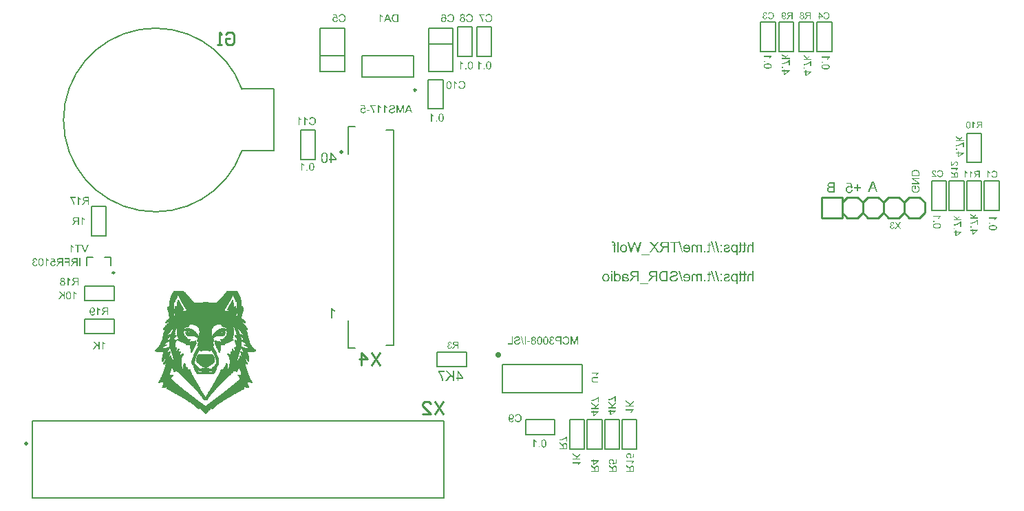
<source format=gbr>
%TF.GenerationSoftware,Altium Limited,Altium Designer,21.5.1 (32)*%
G04 Layer_Color=32896*
%FSLAX44Y44*%
%MOMM*%
%TF.SameCoordinates,B0397303-8537-4BFB-9E0B-8F0BB310BE14*%
%TF.FilePolarity,Positive*%
%TF.FileFunction,Legend,Bot*%
%TF.Part,Single*%
G01*
G75*
%TA.AperFunction,NonConductor*%
%ADD41C,0.2500*%
%ADD42C,0.2000*%
%TA.AperFunction,OtherPad,Pad U1-10 (76.885mm,21.916mm)*%
%ADD43C,0.7000*%
%TA.AperFunction,OtherPad,Free Pad (57.525mm,46.9mm)*%
%ADD44C,0.5000*%
%TA.AperFunction,OtherPad,Pad X2-0 (18.815mm,11.05mm)*%
%ADD45C,0.5000*%
%TA.AperFunction,NonConductor*%
%ADD46C,0.2540*%
%ADD47C,0.0254*%
G36*
X564482Y277054D02*
X564686Y276758D01*
X564926Y276462D01*
X565149Y276203D01*
X565371Y275980D01*
X565537Y275795D01*
X565611Y275740D01*
X565667Y275684D01*
X565685Y275665D01*
X565704Y275647D01*
X566093Y275332D01*
X566482Y275036D01*
X566852Y274777D01*
X567222Y274573D01*
X567537Y274388D01*
X567667Y274314D01*
X567778Y274258D01*
X567870Y274203D01*
X567944Y274184D01*
X567981Y274147D01*
X568000D01*
Y272629D01*
X567722Y272740D01*
X567444Y272869D01*
X567167Y272999D01*
X566908Y273129D01*
X566685Y273240D01*
X566500Y273332D01*
X566389Y273407D01*
X566371Y273425D01*
X566352D01*
X566019Y273629D01*
X565723Y273832D01*
X565463Y274018D01*
X565260Y274184D01*
X565074Y274314D01*
X564963Y274425D01*
X564871Y274499D01*
X564852Y274517D01*
Y264500D01*
X563278D01*
Y277369D01*
X564297D01*
X564482Y277054D01*
D02*
G37*
G36*
X569500Y460490D02*
Y459046D01*
X563927D01*
Y455972D01*
X562353D01*
Y459046D01*
X560612D01*
Y460490D01*
X562353D01*
Y468786D01*
X563630D01*
X569500Y460490D01*
D02*
G37*
G36*
X555316Y468804D02*
X555779Y468730D01*
X556168Y468601D01*
X556501Y468471D01*
X556779Y468323D01*
X556890Y468267D01*
X556983Y468193D01*
X557057Y468156D01*
X557112Y468119D01*
X557131Y468082D01*
X557149D01*
X557483Y467786D01*
X557761Y467434D01*
X558001Y467082D01*
X558186Y466749D01*
X558335Y466434D01*
X558409Y466305D01*
X558446Y466175D01*
X558483Y466082D01*
X558520Y466008D01*
X558538Y465971D01*
Y465953D01*
X558612Y465675D01*
X558686Y465397D01*
X558797Y464786D01*
X558890Y464175D01*
X558946Y463601D01*
X558964Y463323D01*
X558983Y463083D01*
Y462860D01*
X559001Y462657D01*
Y462509D01*
Y462379D01*
Y462305D01*
Y462286D01*
X558983Y461638D01*
X558946Y461027D01*
X558890Y460472D01*
X558797Y459953D01*
X558705Y459472D01*
X558594Y459046D01*
X558483Y458657D01*
X558372Y458324D01*
X558260Y458027D01*
X558131Y457768D01*
X558038Y457546D01*
X557946Y457379D01*
X557853Y457231D01*
X557798Y457139D01*
X557761Y457083D01*
X557742Y457065D01*
X557538Y456842D01*
X557316Y456639D01*
X557075Y456454D01*
X556835Y456306D01*
X556594Y456176D01*
X556353Y456065D01*
X556113Y455991D01*
X555890Y455917D01*
X555668Y455861D01*
X555464Y455824D01*
X555279Y455787D01*
X555131Y455769D01*
X555001Y455750D01*
X554816D01*
X554316Y455787D01*
X553853Y455861D01*
X553465Y455991D01*
X553131Y456120D01*
X552854Y456250D01*
X552761Y456324D01*
X552668Y456380D01*
X552594Y456417D01*
X552539Y456454D01*
X552520Y456491D01*
X552502D01*
X552169Y456805D01*
X551891Y457139D01*
X551650Y457509D01*
X551465Y457842D01*
X551317Y458157D01*
X551243Y458287D01*
X551206Y458416D01*
X551169Y458509D01*
X551132Y458583D01*
X551113Y458620D01*
Y458639D01*
X551020Y458916D01*
X550946Y459194D01*
X550835Y459787D01*
X550743Y460398D01*
X550687Y460990D01*
X550669Y461249D01*
X550650Y461490D01*
Y461712D01*
X550632Y461916D01*
Y462064D01*
Y462194D01*
Y462268D01*
Y462286D01*
Y462638D01*
X550650Y462971D01*
Y463268D01*
X550669Y463564D01*
X550706Y463823D01*
X550724Y464082D01*
X550743Y464305D01*
X550780Y464508D01*
X550798Y464693D01*
X550835Y464860D01*
X550854Y464990D01*
X550872Y465101D01*
X550891Y465193D01*
X550909Y465249D01*
X550928Y465286D01*
Y465305D01*
X551039Y465712D01*
X551169Y466082D01*
X551317Y466397D01*
X551428Y466675D01*
X551557Y466916D01*
X551632Y467082D01*
X551706Y467175D01*
X551724Y467212D01*
X551928Y467490D01*
X552131Y467730D01*
X552354Y467934D01*
X552557Y468119D01*
X552743Y468249D01*
X552891Y468341D01*
X552983Y468397D01*
X553002Y468415D01*
X553020D01*
X553316Y468563D01*
X553631Y468656D01*
X553927Y468730D01*
X554205Y468786D01*
X554446Y468823D01*
X554650Y468841D01*
X554816D01*
X555316Y468804D01*
D02*
G37*
G36*
X908777Y321017D02*
X907203D01*
Y322813D01*
X908777D01*
Y321017D01*
D02*
G37*
G36*
X1083000Y310000D02*
X1081426D01*
Y315074D01*
X1081408Y315462D01*
X1081389Y315796D01*
X1081352Y316092D01*
X1081296Y316333D01*
X1081241Y316518D01*
X1081204Y316666D01*
X1081185Y316740D01*
X1081167Y316777D01*
X1081056Y316999D01*
X1080926Y317203D01*
X1080778Y317370D01*
X1080630Y317518D01*
X1080500Y317629D01*
X1080389Y317703D01*
X1080315Y317758D01*
X1080297Y317777D01*
X1080056Y317907D01*
X1079834Y317999D01*
X1079612Y318055D01*
X1079426Y318110D01*
X1079241Y318129D01*
X1079111Y318147D01*
X1079000D01*
X1078667Y318129D01*
X1078371Y318055D01*
X1078130Y317981D01*
X1077926Y317869D01*
X1077760Y317777D01*
X1077649Y317684D01*
X1077575Y317610D01*
X1077556Y317592D01*
X1077390Y317370D01*
X1077260Y317092D01*
X1077167Y316814D01*
X1077093Y316536D01*
X1077056Y316277D01*
X1077038Y316073D01*
Y315999D01*
Y315944D01*
Y315907D01*
Y315888D01*
Y310000D01*
X1075464D01*
Y315870D01*
X1075482Y316351D01*
X1075519Y316777D01*
X1075575Y317129D01*
X1075630Y317425D01*
X1075686Y317666D01*
X1075742Y317833D01*
X1075779Y317925D01*
X1075797Y317962D01*
X1075945Y318221D01*
X1076112Y318444D01*
X1076297Y318629D01*
X1076464Y318795D01*
X1076630Y318925D01*
X1076760Y319018D01*
X1076852Y319073D01*
X1076889Y319092D01*
X1077186Y319221D01*
X1077482Y319332D01*
X1077778Y319406D01*
X1078056Y319443D01*
X1078297Y319480D01*
X1078501Y319499D01*
X1078667D01*
X1078963Y319480D01*
X1079260Y319443D01*
X1079537Y319388D01*
X1079797Y319295D01*
X1080278Y319092D01*
X1080482Y318981D01*
X1080667Y318869D01*
X1080834Y318740D01*
X1081000Y318629D01*
X1081130Y318518D01*
X1081222Y318425D01*
X1081315Y318333D01*
X1081370Y318277D01*
X1081408Y318240D01*
X1081426Y318221D01*
Y322813D01*
X1083000D01*
Y310000D01*
D02*
G37*
G36*
X1015377Y319480D02*
X1015692Y319425D01*
X1015970Y319369D01*
X1016211Y319295D01*
X1016414Y319203D01*
X1016562Y319147D01*
X1016655Y319092D01*
X1016692Y319073D01*
X1016951Y318906D01*
X1017173Y318721D01*
X1017377Y318536D01*
X1017544Y318351D01*
X1017673Y318203D01*
X1017785Y318073D01*
X1017840Y317999D01*
X1017859Y317962D01*
Y319295D01*
X1019266D01*
Y310000D01*
X1017692D01*
Y314814D01*
X1017673Y315259D01*
X1017655Y315648D01*
X1017618Y315981D01*
X1017562Y316259D01*
X1017507Y316462D01*
X1017470Y316610D01*
X1017451Y316703D01*
X1017433Y316740D01*
X1017322Y316981D01*
X1017192Y317184D01*
X1017062Y317370D01*
X1016933Y317518D01*
X1016803Y317629D01*
X1016711Y317703D01*
X1016637Y317758D01*
X1016618Y317777D01*
X1016396Y317888D01*
X1016192Y317981D01*
X1015970Y318036D01*
X1015785Y318092D01*
X1015637Y318110D01*
X1015507Y318129D01*
X1015396D01*
X1015081Y318110D01*
X1014822Y318055D01*
X1014600Y317962D01*
X1014433Y317869D01*
X1014303Y317758D01*
X1014211Y317684D01*
X1014155Y317610D01*
X1014137Y317592D01*
X1014007Y317370D01*
X1013915Y317129D01*
X1013840Y316870D01*
X1013803Y316610D01*
X1013766Y316388D01*
X1013748Y316185D01*
Y316110D01*
Y316073D01*
Y316036D01*
Y316018D01*
Y310000D01*
X1012174D01*
Y315388D01*
X1012137Y315888D01*
X1012063Y316314D01*
X1011970Y316666D01*
X1011841Y316962D01*
X1011730Y317184D01*
X1011618Y317333D01*
X1011544Y317425D01*
X1011526Y317462D01*
X1011267Y317684D01*
X1010989Y317851D01*
X1010711Y317962D01*
X1010452Y318055D01*
X1010230Y318092D01*
X1010045Y318110D01*
X1009970Y318129D01*
X1009878D01*
X1009674Y318110D01*
X1009508Y318092D01*
X1009341Y318055D01*
X1009211Y317999D01*
X1009082Y317944D01*
X1009008Y317907D01*
X1008952Y317888D01*
X1008934Y317869D01*
X1008785Y317758D01*
X1008674Y317647D01*
X1008582Y317536D01*
X1008508Y317425D01*
X1008452Y317332D01*
X1008415Y317258D01*
X1008378Y317203D01*
Y317184D01*
X1008323Y317018D01*
X1008286Y316796D01*
X1008267Y316573D01*
X1008249Y316351D01*
X1008230Y316147D01*
Y315981D01*
Y315870D01*
Y315851D01*
Y315833D01*
Y310000D01*
X1006656D01*
Y316370D01*
Y316666D01*
X1006693Y316925D01*
X1006730Y317184D01*
X1006767Y317407D01*
X1006823Y317629D01*
X1006897Y317814D01*
X1006952Y317981D01*
X1007026Y318147D01*
X1007100Y318277D01*
X1007156Y318407D01*
X1007286Y318573D01*
X1007360Y318684D01*
X1007397Y318721D01*
X1007693Y318981D01*
X1008045Y319166D01*
X1008397Y319314D01*
X1008730Y319406D01*
X1009045Y319462D01*
X1009174Y319480D01*
X1009304D01*
X1009397Y319499D01*
X1009526D01*
X1009859Y319480D01*
X1010156Y319425D01*
X1010452Y319351D01*
X1010730Y319240D01*
X1010989Y319110D01*
X1011230Y318981D01*
X1011433Y318832D01*
X1011637Y318684D01*
X1011822Y318518D01*
X1011970Y318370D01*
X1012100Y318240D01*
X1012211Y318110D01*
X1012304Y317999D01*
X1012359Y317925D01*
X1012396Y317869D01*
X1012415Y317851D01*
X1012526Y318129D01*
X1012674Y318370D01*
X1012841Y318573D01*
X1012989Y318740D01*
X1013137Y318888D01*
X1013248Y318981D01*
X1013322Y319036D01*
X1013359Y319055D01*
X1013618Y319203D01*
X1013896Y319314D01*
X1014174Y319388D01*
X1014452Y319443D01*
X1014674Y319480D01*
X1014877Y319499D01*
X1015044D01*
X1015377Y319480D01*
D02*
G37*
G36*
X1043726Y317499D02*
X1041930D01*
Y319295D01*
X1043726D01*
Y317499D01*
D02*
G37*
G36*
X925220Y319480D02*
X925609Y319443D01*
X925979Y319388D01*
X926275Y319332D01*
X926535Y319277D01*
X926720Y319221D01*
X926794Y319203D01*
X926850Y319184D01*
X926868Y319166D01*
X926887D01*
X927201Y319036D01*
X927479Y318869D01*
X927720Y318721D01*
X927924Y318573D01*
X928072Y318425D01*
X928183Y318314D01*
X928257Y318240D01*
X928275Y318221D01*
X928442Y317981D01*
X928590Y317721D01*
X928701Y317462D01*
X928794Y317221D01*
X928868Y316981D01*
X928923Y316814D01*
X928942Y316740D01*
Y316684D01*
X928960Y316666D01*
Y316647D01*
X927423Y316444D01*
X927312Y316777D01*
X927201Y317073D01*
X927072Y317314D01*
X926961Y317499D01*
X926850Y317647D01*
X926757Y317740D01*
X926683Y317796D01*
X926664Y317814D01*
X926442Y317944D01*
X926183Y318036D01*
X925905Y318110D01*
X925646Y318147D01*
X925387Y318184D01*
X925201Y318203D01*
X925016D01*
X924591Y318184D01*
X924220Y318129D01*
X923924Y318036D01*
X923665Y317944D01*
X923480Y317833D01*
X923331Y317758D01*
X923239Y317684D01*
X923220Y317666D01*
X923072Y317499D01*
X922961Y317295D01*
X922868Y317073D01*
X922813Y316851D01*
X922776Y316647D01*
X922757Y316462D01*
Y316351D01*
Y316333D01*
Y316314D01*
Y316277D01*
Y316203D01*
Y316073D01*
X922776Y315962D01*
Y315925D01*
Y315907D01*
X922961Y315851D01*
X923165Y315796D01*
X923591Y315685D01*
X924072Y315592D01*
X924516Y315499D01*
X924739Y315462D01*
X924942Y315444D01*
X925127Y315407D01*
X925276Y315388D01*
X925405Y315370D01*
X925498D01*
X925572Y315351D01*
X925590D01*
X925924Y315314D01*
X926201Y315259D01*
X926442Y315222D01*
X926627Y315185D01*
X926775Y315166D01*
X926887Y315129D01*
X926961Y315110D01*
X926979D01*
X927220Y315037D01*
X927423Y314962D01*
X927627Y314870D01*
X927794Y314796D01*
X927942Y314722D01*
X928035Y314648D01*
X928109Y314611D01*
X928127Y314592D01*
X928312Y314463D01*
X928460Y314314D01*
X928609Y314166D01*
X928720Y314018D01*
X928812Y313888D01*
X928886Y313777D01*
X928923Y313703D01*
X928942Y313685D01*
X929035Y313481D01*
X929109Y313259D01*
X929164Y313055D01*
X929201Y312852D01*
X929220Y312685D01*
X929238Y312555D01*
Y312481D01*
Y312444D01*
X929220Y312222D01*
X929201Y312037D01*
X929109Y311648D01*
X928979Y311333D01*
X928831Y311055D01*
X928683Y310833D01*
X928553Y310667D01*
X928460Y310574D01*
X928423Y310537D01*
X928090Y310296D01*
X927720Y310111D01*
X927312Y309981D01*
X926942Y309889D01*
X926609Y309833D01*
X926461Y309815D01*
X926331D01*
X926220Y309796D01*
X926072D01*
X925739Y309815D01*
X925405Y309852D01*
X925109Y309889D01*
X924850Y309944D01*
X924646Y310000D01*
X924479Y310056D01*
X924368Y310074D01*
X924331Y310093D01*
X924016Y310222D01*
X923720Y310389D01*
X923443Y310574D01*
X923165Y310741D01*
X922943Y310907D01*
X922776Y311037D01*
X922665Y311129D01*
X922646Y311166D01*
X922628D01*
X922591Y310926D01*
X922554Y310704D01*
X922517Y310500D01*
X922461Y310333D01*
X922405Y310185D01*
X922368Y310093D01*
X922350Y310019D01*
X922331Y310000D01*
X920684D01*
X920776Y310204D01*
X920869Y310407D01*
X920943Y310592D01*
X920980Y310759D01*
X921035Y310907D01*
X921054Y311018D01*
X921072Y311092D01*
Y311111D01*
X921091Y311241D01*
X921109Y311407D01*
Y311592D01*
X921128Y311796D01*
X921146Y312259D01*
Y312722D01*
X921165Y313166D01*
Y313370D01*
Y313537D01*
Y313685D01*
Y313796D01*
Y313870D01*
Y313888D01*
Y315999D01*
Y316351D01*
X921183Y316666D01*
X921202Y316907D01*
Y317110D01*
X921220Y317258D01*
X921239Y317370D01*
X921257Y317425D01*
Y317444D01*
X921313Y317684D01*
X921387Y317888D01*
X921461Y318055D01*
X921554Y318221D01*
X921628Y318332D01*
X921683Y318425D01*
X921720Y318481D01*
X921739Y318499D01*
X921887Y318647D01*
X922054Y318795D01*
X922239Y318906D01*
X922424Y319018D01*
X922591Y319092D01*
X922720Y319147D01*
X922813Y319184D01*
X922850Y319203D01*
X923146Y319295D01*
X923461Y319369D01*
X923776Y319425D01*
X924090Y319462D01*
X924368Y319480D01*
X924572Y319499D01*
X924776D01*
X925220Y319480D01*
D02*
G37*
G36*
X1072779Y321591D02*
Y319295D01*
X1073945D01*
Y318073D01*
X1072779D01*
Y312703D01*
Y312444D01*
Y312222D01*
X1072760Y312018D01*
X1072742Y311815D01*
Y311648D01*
X1072723Y311500D01*
X1072686Y311259D01*
X1072649Y311074D01*
X1072631Y310944D01*
X1072594Y310870D01*
Y310852D01*
X1072520Y310685D01*
X1072409Y310555D01*
X1072297Y310426D01*
X1072205Y310333D01*
X1072094Y310241D01*
X1072020Y310185D01*
X1071964Y310148D01*
X1071946Y310130D01*
X1071742Y310037D01*
X1071538Y309981D01*
X1071316Y309926D01*
X1071094Y309907D01*
X1070909Y309889D01*
X1070760Y309870D01*
X1070612D01*
X1070205Y309889D01*
X1070001Y309907D01*
X1069816Y309944D01*
X1069650Y309963D01*
X1069520Y309981D01*
X1069446Y310000D01*
X1069409D01*
X1069613Y311389D01*
X1069761Y311370D01*
X1069909Y311352D01*
X1070038D01*
X1070131Y311333D01*
X1070316D01*
X1070557Y311352D01*
X1070723Y311389D01*
X1070816Y311426D01*
X1070853Y311444D01*
X1070983Y311537D01*
X1071057Y311630D01*
X1071112Y311703D01*
X1071131Y311740D01*
X1071149Y311833D01*
X1071168Y311963D01*
X1071186Y312259D01*
X1071205Y312389D01*
Y312500D01*
Y312574D01*
Y312611D01*
Y318073D01*
X1069613D01*
Y319295D01*
X1071205D01*
Y322536D01*
X1072779Y321591D01*
D02*
G37*
G36*
X1067798D02*
Y319295D01*
X1068964D01*
Y318073D01*
X1067798D01*
Y312703D01*
Y312444D01*
Y312222D01*
X1067779Y312018D01*
X1067761Y311815D01*
Y311648D01*
X1067742Y311500D01*
X1067705Y311259D01*
X1067668Y311074D01*
X1067650Y310944D01*
X1067613Y310870D01*
Y310852D01*
X1067539Y310685D01*
X1067428Y310555D01*
X1067316Y310426D01*
X1067224Y310333D01*
X1067113Y310241D01*
X1067039Y310185D01*
X1066983Y310148D01*
X1066965Y310130D01*
X1066761Y310037D01*
X1066557Y309981D01*
X1066335Y309926D01*
X1066113Y309907D01*
X1065928Y309889D01*
X1065780Y309870D01*
X1065631D01*
X1065224Y309889D01*
X1065020Y309907D01*
X1064835Y309944D01*
X1064669Y309963D01*
X1064539Y309981D01*
X1064465Y310000D01*
X1064428D01*
X1064632Y311389D01*
X1064780Y311370D01*
X1064928Y311352D01*
X1065057D01*
X1065150Y311333D01*
X1065335D01*
X1065576Y311352D01*
X1065742Y311389D01*
X1065835Y311426D01*
X1065872Y311444D01*
X1066002Y311537D01*
X1066076Y311630D01*
X1066131Y311703D01*
X1066150Y311740D01*
X1066168Y311833D01*
X1066187Y311963D01*
X1066205Y312259D01*
X1066224Y312389D01*
Y312500D01*
Y312574D01*
Y312611D01*
Y318073D01*
X1064632D01*
Y319295D01*
X1066224D01*
Y322536D01*
X1067798Y321591D01*
D02*
G37*
G36*
X1028950D02*
Y319295D01*
X1030117D01*
Y318073D01*
X1028950D01*
Y312703D01*
Y312444D01*
Y312222D01*
X1028932Y312018D01*
X1028913Y311815D01*
Y311648D01*
X1028895Y311500D01*
X1028857Y311259D01*
X1028820Y311074D01*
X1028802Y310944D01*
X1028765Y310870D01*
Y310852D01*
X1028691Y310685D01*
X1028580Y310555D01*
X1028469Y310426D01*
X1028376Y310333D01*
X1028265Y310241D01*
X1028191Y310185D01*
X1028135Y310148D01*
X1028117Y310130D01*
X1027913Y310037D01*
X1027709Y309981D01*
X1027487Y309926D01*
X1027265Y309907D01*
X1027080Y309889D01*
X1026932Y309870D01*
X1026784D01*
X1026376Y309889D01*
X1026172Y309907D01*
X1025987Y309944D01*
X1025821Y309963D01*
X1025691Y309981D01*
X1025617Y310000D01*
X1025580D01*
X1025784Y311389D01*
X1025932Y311370D01*
X1026080Y311352D01*
X1026210D01*
X1026302Y311333D01*
X1026487D01*
X1026728Y311352D01*
X1026895Y311389D01*
X1026987Y311426D01*
X1027024Y311444D01*
X1027154Y311537D01*
X1027228Y311630D01*
X1027283Y311703D01*
X1027302Y311740D01*
X1027321Y311833D01*
X1027339Y311963D01*
X1027358Y312259D01*
X1027376Y312389D01*
Y312500D01*
Y312574D01*
Y312611D01*
Y318073D01*
X1025784D01*
Y319295D01*
X1027376D01*
Y322536D01*
X1028950Y321591D01*
D02*
G37*
G36*
X1000879Y319480D02*
X1001212Y319443D01*
X1001527Y319388D01*
X1001823Y319295D01*
X1002101Y319203D01*
X1002360Y319092D01*
X1002601Y318981D01*
X1002805Y318851D01*
X1003008Y318740D01*
X1003175Y318610D01*
X1003323Y318499D01*
X1003434Y318407D01*
X1003527Y318314D01*
X1003601Y318258D01*
X1003638Y318221D01*
X1003656Y318203D01*
X1003860Y317944D01*
X1004045Y317666D01*
X1004212Y317388D01*
X1004360Y317092D01*
X1004471Y316777D01*
X1004564Y316481D01*
X1004712Y315888D01*
X1004767Y315629D01*
X1004804Y315370D01*
X1004823Y315148D01*
X1004841Y314944D01*
X1004860Y314777D01*
Y314666D01*
Y314574D01*
Y314555D01*
X1004841Y314148D01*
X1004804Y313759D01*
X1004749Y313389D01*
X1004675Y313055D01*
X1004582Y312740D01*
X1004490Y312444D01*
X1004379Y312185D01*
X1004267Y311944D01*
X1004156Y311740D01*
X1004045Y311555D01*
X1003953Y311407D01*
X1003860Y311278D01*
X1003786Y311166D01*
X1003730Y311092D01*
X1003693Y311055D01*
X1003675Y311037D01*
X1003434Y310815D01*
X1003193Y310630D01*
X1002934Y310463D01*
X1002656Y310315D01*
X1002397Y310204D01*
X1002120Y310093D01*
X1001601Y309944D01*
X1001360Y309907D01*
X1001138Y309870D01*
X1000934Y309833D01*
X1000768Y309815D01*
X1000638Y309796D01*
X1000434D01*
X999861Y309833D01*
X999342Y309926D01*
X998879Y310037D01*
X998694Y310111D01*
X998509Y310185D01*
X998342Y310259D01*
X998194Y310333D01*
X998083Y310389D01*
X997972Y310444D01*
X997898Y310500D01*
X997842Y310537D01*
X997805Y310574D01*
X997787D01*
X997416Y310907D01*
X997120Y311259D01*
X996861Y311629D01*
X996676Y311981D01*
X996527Y312296D01*
X996472Y312444D01*
X996416Y312555D01*
X996379Y312666D01*
X996361Y312740D01*
X996342Y312778D01*
Y312796D01*
X997972Y313000D01*
X998120Y312648D01*
X998287Y312352D01*
X998453Y312092D01*
X998601Y311889D01*
X998731Y311740D01*
X998842Y311629D01*
X998935Y311555D01*
X998953Y311537D01*
X999194Y311389D01*
X999435Y311278D01*
X999694Y311203D01*
X999916Y311148D01*
X1000120Y311111D01*
X1000286Y311092D01*
X1000434D01*
X1000657Y311111D01*
X1000860Y311129D01*
X1001231Y311222D01*
X1001564Y311352D01*
X1001860Y311500D01*
X1002083Y311629D01*
X1002249Y311759D01*
X1002360Y311852D01*
X1002379Y311889D01*
X1002397D01*
X1002656Y312222D01*
X1002860Y312592D01*
X1003008Y313000D01*
X1003119Y313370D01*
X1003175Y313703D01*
X1003212Y313851D01*
X1003231Y313981D01*
Y314092D01*
X1003249Y314166D01*
Y314222D01*
Y314240D01*
X996305D01*
X996287Y314425D01*
Y314555D01*
Y314629D01*
Y314648D01*
X996305Y315074D01*
X996342Y315462D01*
X996398Y315833D01*
X996472Y316185D01*
X996564Y316499D01*
X996657Y316796D01*
X996768Y317055D01*
X996879Y317295D01*
X996990Y317518D01*
X997102Y317703D01*
X997194Y317851D01*
X997287Y317981D01*
X997361Y318092D01*
X997416Y318166D01*
X997453Y318203D01*
X997472Y318221D01*
X997694Y318444D01*
X997935Y318647D01*
X998194Y318814D01*
X998453Y318962D01*
X998712Y319092D01*
X998953Y319184D01*
X999212Y319277D01*
X999435Y319332D01*
X999675Y319388D01*
X999879Y319425D01*
X1000064Y319462D01*
X1000212Y319480D01*
X1000342Y319499D01*
X1000527D01*
X1000879Y319480D01*
D02*
G37*
G36*
X1043726Y310000D02*
X1041930D01*
Y311796D01*
X1043726D01*
Y310000D01*
D02*
G37*
G36*
X1023784D02*
X1021988D01*
Y311796D01*
X1023784D01*
Y310000D01*
D02*
G37*
G36*
X977233Y310000D02*
X972623D01*
X972197Y310019D01*
X971808Y310037D01*
X971456Y310074D01*
X971160Y310111D01*
X970900Y310148D01*
X970715Y310167D01*
X970660Y310185D01*
X970604Y310204D01*
X970567D01*
X970234Y310296D01*
X969938Y310407D01*
X969678Y310500D01*
X969456Y310611D01*
X969271Y310704D01*
X969141Y310778D01*
X969067Y310833D01*
X969030Y310852D01*
X968790Y311018D01*
X968586Y311222D01*
X968382Y311407D01*
X968216Y311592D01*
X968067Y311759D01*
X967956Y311889D01*
X967882Y311981D01*
X967864Y312018D01*
X967679Y312314D01*
X967493Y312629D01*
X967345Y312926D01*
X967234Y313222D01*
X967123Y313481D01*
X967049Y313685D01*
X967030Y313759D01*
X967012Y313814D01*
X966993Y313851D01*
Y313870D01*
X966882Y314314D01*
X966790Y314759D01*
X966734Y315185D01*
X966679Y315592D01*
X966660Y315944D01*
Y316092D01*
X966642Y316222D01*
Y316314D01*
Y316407D01*
Y316444D01*
Y316462D01*
X966660Y317092D01*
X966716Y317666D01*
X966808Y318184D01*
X966845Y318425D01*
X966901Y318629D01*
X966956Y318832D01*
X966993Y318999D01*
X967030Y319147D01*
X967086Y319277D01*
X967105Y319388D01*
X967142Y319462D01*
X967160Y319499D01*
Y319517D01*
X967364Y319999D01*
X967605Y320425D01*
X967864Y320795D01*
X968104Y321110D01*
X968327Y321369D01*
X968512Y321554D01*
X968586Y321610D01*
X968642Y321665D01*
X968660Y321684D01*
X968679Y321702D01*
X968975Y321943D01*
X969290Y322128D01*
X969604Y322295D01*
X969901Y322425D01*
X970160Y322517D01*
X970363Y322573D01*
X970438Y322610D01*
X970493D01*
X970530Y322628D01*
X970549D01*
X970863Y322684D01*
X971234Y322739D01*
X971604Y322776D01*
X971974Y322795D01*
X972308Y322813D01*
X977233D01*
Y310000D01*
D02*
G37*
G36*
X964290D02*
X962587D01*
Y315685D01*
X960402D01*
X960198Y315666D01*
X960050D01*
X959920Y315648D01*
X959828Y315629D01*
X959753D01*
X959716Y315611D01*
X959698D01*
X959402Y315518D01*
X959272Y315462D01*
X959161Y315407D01*
X959050Y315351D01*
X958976Y315314D01*
X958939Y315296D01*
X958920Y315277D01*
X958772Y315166D01*
X958624Y315037D01*
X958346Y314759D01*
X958217Y314629D01*
X958124Y314518D01*
X958068Y314444D01*
X958050Y314425D01*
X957865Y314166D01*
X957661Y313888D01*
X957457Y313592D01*
X957254Y313314D01*
X957087Y313055D01*
X956957Y312852D01*
X956902Y312778D01*
X956865Y312722D01*
X956828Y312685D01*
Y312666D01*
X955143Y310000D01*
X953032D01*
X955236Y313481D01*
X955495Y313851D01*
X955735Y314185D01*
X955976Y314463D01*
X956180Y314722D01*
X956365Y314907D01*
X956513Y315055D01*
X956606Y315148D01*
X956643Y315185D01*
X956791Y315296D01*
X956957Y315425D01*
X957291Y315629D01*
X957439Y315703D01*
X957550Y315777D01*
X957624Y315814D01*
X957661Y315833D01*
X957328Y315888D01*
X957013Y315944D01*
X956735Y316036D01*
X956458Y316110D01*
X956217Y316203D01*
X955995Y316314D01*
X955791Y316407D01*
X955606Y316499D01*
X955458Y316610D01*
X955310Y316703D01*
X955198Y316777D01*
X955106Y316851D01*
X955032Y316907D01*
X954976Y316962D01*
X954958Y316981D01*
X954939Y316999D01*
X954791Y317184D01*
X954643Y317370D01*
X954421Y317758D01*
X954273Y318147D01*
X954162Y318518D01*
X954087Y318832D01*
X954069Y318962D01*
Y319092D01*
X954050Y319184D01*
Y319258D01*
Y319295D01*
Y319314D01*
X954069Y319703D01*
X954125Y320055D01*
X954217Y320388D01*
X954310Y320666D01*
X954421Y320906D01*
X954495Y321091D01*
X954569Y321203D01*
X954587Y321221D01*
Y321240D01*
X954810Y321536D01*
X955032Y321795D01*
X955273Y322017D01*
X955495Y322184D01*
X955698Y322313D01*
X955865Y322388D01*
X955976Y322443D01*
X955995Y322462D01*
X956013D01*
X956180Y322517D01*
X956384Y322573D01*
X956791Y322665D01*
X957235Y322721D01*
X957643Y322776D01*
X958031Y322795D01*
X958198D01*
X958346Y322813D01*
X964290D01*
Y310000D01*
D02*
G37*
G36*
X941404D02*
X939700D01*
Y315685D01*
X937515D01*
X937311Y315666D01*
X937163D01*
X937034Y315648D01*
X936941Y315629D01*
X936867D01*
X936830Y315611D01*
X936811D01*
X936515Y315518D01*
X936386Y315462D01*
X936274Y315407D01*
X936163Y315351D01*
X936089Y315314D01*
X936052Y315296D01*
X936034Y315277D01*
X935886Y315166D01*
X935738Y315037D01*
X935460Y314759D01*
X935330Y314629D01*
X935238Y314518D01*
X935182Y314444D01*
X935163Y314425D01*
X934978Y314166D01*
X934775Y313888D01*
X934571Y313592D01*
X934367Y313314D01*
X934201Y313055D01*
X934071Y312852D01*
X934015Y312778D01*
X933978Y312722D01*
X933941Y312685D01*
Y312666D01*
X932256Y310000D01*
X930145D01*
X932349Y313481D01*
X932608Y313851D01*
X932849Y314185D01*
X933090Y314463D01*
X933293Y314722D01*
X933478Y314907D01*
X933627Y315055D01*
X933719Y315148D01*
X933756Y315185D01*
X933904Y315296D01*
X934071Y315425D01*
X934404Y315629D01*
X934552Y315703D01*
X934663Y315777D01*
X934738Y315814D01*
X934775Y315833D01*
X934441Y315888D01*
X934127Y315944D01*
X933849Y316036D01*
X933571Y316110D01*
X933330Y316203D01*
X933108Y316314D01*
X932904Y316407D01*
X932719Y316499D01*
X932571Y316610D01*
X932423Y316703D01*
X932312Y316777D01*
X932219Y316851D01*
X932145Y316907D01*
X932090Y316962D01*
X932071Y316981D01*
X932053Y316999D01*
X931905Y317184D01*
X931756Y317370D01*
X931534Y317758D01*
X931386Y318147D01*
X931275Y318518D01*
X931201Y318832D01*
X931182Y318962D01*
Y319092D01*
X931164Y319184D01*
Y319258D01*
Y319295D01*
Y319314D01*
X931182Y319703D01*
X931238Y320055D01*
X931330Y320388D01*
X931423Y320666D01*
X931534Y320906D01*
X931608Y321091D01*
X931682Y321203D01*
X931701Y321221D01*
Y321240D01*
X931923Y321536D01*
X932145Y321795D01*
X932386Y322017D01*
X932608Y322184D01*
X932812Y322313D01*
X932979Y322388D01*
X933090Y322443D01*
X933108Y322462D01*
X933127D01*
X933293Y322517D01*
X933497Y322573D01*
X933904Y322665D01*
X934349Y322721D01*
X934756Y322776D01*
X935145Y322795D01*
X935312D01*
X935460Y322813D01*
X941404D01*
Y310000D01*
D02*
G37*
G36*
X908777D02*
X907203D01*
Y319295D01*
X908777D01*
Y310000D01*
D02*
G37*
G36*
X1050596Y319462D02*
X1050818Y319443D01*
X1051022Y319406D01*
X1051189Y319369D01*
X1051318Y319332D01*
X1051392Y319314D01*
X1051429Y319295D01*
X1051651Y319221D01*
X1051855Y319147D01*
X1052022Y319073D01*
X1052170Y318999D01*
X1052281Y318944D01*
X1052355Y318888D01*
X1052411Y318869D01*
X1052429Y318851D01*
X1052614Y318721D01*
X1052762Y318573D01*
X1052892Y318407D01*
X1053003Y318277D01*
X1053096Y318147D01*
X1053151Y318055D01*
X1053188Y317981D01*
X1053207Y317962D01*
X1053299Y317758D01*
X1053373Y317573D01*
X1053410Y317370D01*
X1053447Y317203D01*
X1053466Y317036D01*
X1053484Y316925D01*
Y316851D01*
Y316814D01*
X1053466Y316555D01*
X1053429Y316333D01*
X1053373Y316110D01*
X1053318Y315925D01*
X1053262Y315777D01*
X1053207Y315648D01*
X1053170Y315574D01*
X1053151Y315555D01*
X1053003Y315351D01*
X1052837Y315185D01*
X1052670Y315037D01*
X1052503Y314907D01*
X1052355Y314814D01*
X1052244Y314740D01*
X1052170Y314703D01*
X1052133Y314685D01*
X1052003Y314629D01*
X1051837Y314555D01*
X1051466Y314426D01*
X1051077Y314314D01*
X1050670Y314185D01*
X1050318Y314092D01*
X1050152Y314037D01*
X1050003Y314000D01*
X1049892Y313962D01*
X1049800Y313944D01*
X1049744Y313925D01*
X1049726D01*
X1049485Y313870D01*
X1049281Y313814D01*
X1049096Y313759D01*
X1048929Y313703D01*
X1048781Y313666D01*
X1048652Y313611D01*
X1048429Y313537D01*
X1048281Y313481D01*
X1048189Y313426D01*
X1048133Y313407D01*
X1048115Y313389D01*
X1047948Y313277D01*
X1047837Y313129D01*
X1047744Y313000D01*
X1047689Y312870D01*
X1047652Y312740D01*
X1047633Y312648D01*
Y312574D01*
Y312555D01*
X1047652Y312333D01*
X1047707Y312148D01*
X1047800Y311963D01*
X1047893Y311815D01*
X1048004Y311685D01*
X1048078Y311592D01*
X1048152Y311537D01*
X1048170Y311518D01*
X1048392Y311370D01*
X1048633Y311278D01*
X1048911Y311204D01*
X1049170Y311148D01*
X1049411Y311111D01*
X1049596Y311092D01*
X1049781D01*
X1050170Y311111D01*
X1050503Y311166D01*
X1050781Y311241D01*
X1051022Y311333D01*
X1051207Y311426D01*
X1051355Y311500D01*
X1051429Y311555D01*
X1051466Y311574D01*
X1051670Y311778D01*
X1051837Y312018D01*
X1051948Y312259D01*
X1052040Y312481D01*
X1052114Y312685D01*
X1052151Y312870D01*
X1052188Y312981D01*
Y313000D01*
Y313018D01*
X1053744Y312778D01*
X1053614Y312259D01*
X1053447Y311796D01*
X1053244Y311426D01*
X1053040Y311111D01*
X1052855Y310852D01*
X1052688Y310685D01*
X1052577Y310574D01*
X1052559Y310555D01*
X1052540Y310537D01*
X1052355Y310407D01*
X1052151Y310296D01*
X1051707Y310111D01*
X1051244Y309981D01*
X1050800Y309889D01*
X1050596Y309852D01*
X1050411Y309833D01*
X1050226Y309815D01*
X1050078D01*
X1049948Y309796D01*
X1049781D01*
X1049374Y309815D01*
X1049022Y309852D01*
X1048689Y309907D01*
X1048392Y309981D01*
X1048152Y310056D01*
X1047967Y310111D01*
X1047856Y310148D01*
X1047837Y310167D01*
X1047819D01*
X1047504Y310333D01*
X1047244Y310500D01*
X1047022Y310685D01*
X1046819Y310852D01*
X1046670Y311000D01*
X1046578Y311129D01*
X1046504Y311204D01*
X1046485Y311241D01*
X1046337Y311500D01*
X1046226Y311778D01*
X1046133Y312018D01*
X1046078Y312241D01*
X1046041Y312444D01*
X1046022Y312592D01*
Y312685D01*
Y312722D01*
X1046041Y313018D01*
X1046078Y313277D01*
X1046152Y313500D01*
X1046208Y313703D01*
X1046282Y313870D01*
X1046356Y313981D01*
X1046393Y314055D01*
X1046411Y314074D01*
X1046559Y314259D01*
X1046726Y314426D01*
X1046893Y314574D01*
X1047059Y314685D01*
X1047226Y314777D01*
X1047337Y314833D01*
X1047411Y314870D01*
X1047448Y314888D01*
X1047578Y314944D01*
X1047726Y315000D01*
X1048078Y315129D01*
X1048466Y315259D01*
X1048855Y315370D01*
X1049207Y315481D01*
X1049374Y315518D01*
X1049503Y315555D01*
X1049615Y315592D01*
X1049707Y315611D01*
X1049763Y315629D01*
X1049781D01*
X1049985Y315685D01*
X1050170Y315740D01*
X1050337Y315777D01*
X1050485Y315833D01*
X1050726Y315888D01*
X1050911Y315944D01*
X1051040Y315999D01*
X1051114Y316018D01*
X1051151Y316036D01*
X1051170D01*
X1051318Y316110D01*
X1051448Y316166D01*
X1051559Y316240D01*
X1051633Y316296D01*
X1051707Y316351D01*
X1051744Y316407D01*
X1051762Y316425D01*
X1051781Y316444D01*
X1051892Y316629D01*
X1051948Y316814D01*
Y316888D01*
X1051966Y316944D01*
Y316981D01*
Y316999D01*
X1051948Y317166D01*
X1051892Y317333D01*
X1051818Y317481D01*
X1051725Y317592D01*
X1051651Y317703D01*
X1051577Y317777D01*
X1051522Y317814D01*
X1051503Y317833D01*
X1051300Y317962D01*
X1051059Y318055D01*
X1050800Y318110D01*
X1050559Y318166D01*
X1050318Y318184D01*
X1050133Y318203D01*
X1049948D01*
X1049633Y318184D01*
X1049337Y318147D01*
X1049096Y318073D01*
X1048911Y317999D01*
X1048744Y317925D01*
X1048633Y317851D01*
X1048559Y317814D01*
X1048541Y317796D01*
X1048355Y317629D01*
X1048226Y317444D01*
X1048115Y317258D01*
X1048022Y317092D01*
X1047967Y316925D01*
X1047930Y316796D01*
X1047911Y316721D01*
Y316684D01*
X1046374Y316888D01*
X1046448Y317203D01*
X1046522Y317481D01*
X1046615Y317721D01*
X1046708Y317944D01*
X1046800Y318092D01*
X1046874Y318221D01*
X1046911Y318295D01*
X1046930Y318314D01*
X1047096Y318499D01*
X1047281Y318666D01*
X1047485Y318814D01*
X1047689Y318944D01*
X1047874Y319036D01*
X1048022Y319110D01*
X1048115Y319147D01*
X1048133Y319166D01*
X1048152D01*
X1048466Y319277D01*
X1048800Y319351D01*
X1049115Y319425D01*
X1049411Y319462D01*
X1049689Y319480D01*
X1049892Y319499D01*
X1050337D01*
X1050596Y319462D01*
D02*
G37*
G36*
X912851Y318221D02*
X913018Y318425D01*
X913203Y318592D01*
X913369Y318758D01*
X913555Y318888D01*
X913703Y318981D01*
X913814Y319073D01*
X913888Y319110D01*
X913925Y319129D01*
X914166Y319258D01*
X914425Y319351D01*
X914684Y319406D01*
X914925Y319462D01*
X915128Y319480D01*
X915277Y319499D01*
X915425D01*
X915832Y319480D01*
X916221Y319406D01*
X916573Y319314D01*
X916869Y319203D01*
X917128Y319073D01*
X917314Y318981D01*
X917387Y318944D01*
X917443Y318906D01*
X917462Y318888D01*
X917480D01*
X917813Y318647D01*
X918091Y318351D01*
X918332Y318073D01*
X918517Y317796D01*
X918665Y317536D01*
X918776Y317332D01*
X918813Y317258D01*
X918850Y317203D01*
X918869Y317166D01*
Y317147D01*
X919017Y316721D01*
X919128Y316277D01*
X919221Y315851D01*
X919276Y315462D01*
X919313Y315129D01*
Y314981D01*
X919332Y314870D01*
Y314759D01*
Y314685D01*
Y314648D01*
Y314629D01*
X919313Y314111D01*
X919258Y313629D01*
X919165Y313203D01*
X919072Y312833D01*
X919035Y312666D01*
X918998Y312537D01*
X918943Y312407D01*
X918906Y312296D01*
X918869Y312222D01*
X918850Y312166D01*
X918832Y312129D01*
Y312111D01*
X918628Y311722D01*
X918387Y311389D01*
X918147Y311092D01*
X917906Y310852D01*
X917702Y310667D01*
X917536Y310518D01*
X917425Y310444D01*
X917406Y310407D01*
X917387D01*
X917036Y310204D01*
X916684Y310056D01*
X916332Y309944D01*
X916017Y309870D01*
X915758Y309833D01*
X915536Y309815D01*
X915462Y309796D01*
X915351D01*
X915036Y309815D01*
X914740Y309852D01*
X914462Y309926D01*
X914221Y310019D01*
X913980Y310111D01*
X913758Y310222D01*
X913573Y310352D01*
X913407Y310481D01*
X913240Y310611D01*
X913110Y310741D01*
X912999Y310852D01*
X912906Y310944D01*
X912832Y311037D01*
X912777Y311111D01*
X912758Y311148D01*
X912740Y311166D01*
Y310000D01*
X911277D01*
Y322813D01*
X912851D01*
Y318221D01*
D02*
G37*
G36*
X901352Y319480D02*
X901648Y319462D01*
X902222Y319332D01*
X902722Y319166D01*
X902945Y319073D01*
X903148Y318981D01*
X903333Y318888D01*
X903482Y318795D01*
X903630Y318703D01*
X903741Y318629D01*
X903833Y318555D01*
X903907Y318499D01*
X903944Y318481D01*
X903963Y318462D01*
X904222Y318221D01*
X904426Y317944D01*
X904630Y317647D01*
X904778Y317351D01*
X904926Y317036D01*
X905037Y316703D01*
X905129Y316388D01*
X905204Y316092D01*
X905278Y315796D01*
X905315Y315536D01*
X905352Y315277D01*
X905370Y315074D01*
Y314888D01*
X905389Y314759D01*
Y314685D01*
Y314648D01*
X905370Y314222D01*
X905333Y313814D01*
X905278Y313444D01*
X905204Y313092D01*
X905111Y312778D01*
X905018Y312481D01*
X904907Y312203D01*
X904796Y311963D01*
X904685Y311740D01*
X904574Y311555D01*
X904482Y311407D01*
X904389Y311278D01*
X904315Y311166D01*
X904259Y311092D01*
X904222Y311055D01*
X904204Y311037D01*
X903963Y310815D01*
X903722Y310630D01*
X903463Y310463D01*
X903204Y310315D01*
X902945Y310204D01*
X902667Y310093D01*
X902167Y309944D01*
X901945Y309907D01*
X901722Y309870D01*
X901537Y309833D01*
X901371Y309815D01*
X901223Y309796D01*
X901037D01*
X900593Y309815D01*
X900186Y309889D01*
X899797Y309981D01*
X899482Y310074D01*
X899204Y310185D01*
X899093Y310222D01*
X899000Y310259D01*
X898908Y310296D01*
X898852Y310333D01*
X898834Y310352D01*
X898815D01*
X898445Y310592D01*
X898130Y310852D01*
X897852Y311111D01*
X897630Y311370D01*
X897464Y311592D01*
X897334Y311778D01*
X897297Y311852D01*
X897260Y311907D01*
X897242Y311926D01*
Y311944D01*
X897056Y312370D01*
X896927Y312833D01*
X896816Y313296D01*
X896760Y313759D01*
X896723Y313962D01*
Y314148D01*
X896704Y314333D01*
X896686Y314481D01*
Y314611D01*
Y314703D01*
Y314759D01*
Y314777D01*
X896704Y315185D01*
X896741Y315555D01*
X896797Y315907D01*
X896871Y316240D01*
X896964Y316555D01*
X897075Y316833D01*
X897186Y317110D01*
X897297Y317332D01*
X897408Y317536D01*
X897519Y317721D01*
X897630Y317888D01*
X897723Y318018D01*
X897797Y318110D01*
X897852Y318184D01*
X897889Y318221D01*
X897908Y318240D01*
X898149Y318462D01*
X898390Y318647D01*
X898649Y318832D01*
X898908Y318962D01*
X899167Y319092D01*
X899426Y319184D01*
X899926Y319351D01*
X900167Y319388D01*
X900371Y319425D01*
X900556Y319462D01*
X900723Y319480D01*
X900852Y319499D01*
X901037D01*
X901352Y319480D01*
D02*
G37*
G36*
X1040356Y309778D02*
X1039097D01*
X1035375Y323036D01*
X1036634D01*
X1040356Y309778D01*
D02*
G37*
G36*
X1035375D02*
X1034116D01*
X1030394Y323036D01*
X1031654D01*
X1035375Y309778D01*
D02*
G37*
G36*
X995546Y309778D02*
X994287D01*
X990565Y323036D01*
X991824D01*
X995546Y309778D01*
D02*
G37*
G36*
X985251Y323017D02*
X985677Y322962D01*
X986084Y322887D01*
X986436Y322813D01*
X986714Y322739D01*
X986843Y322702D01*
X986936Y322665D01*
X987010Y322628D01*
X987066Y322610D01*
X987103Y322591D01*
X987121D01*
X987491Y322406D01*
X987825Y322202D01*
X988102Y321980D01*
X988325Y321777D01*
X988491Y321591D01*
X988621Y321443D01*
X988714Y321332D01*
X988732Y321314D01*
Y321295D01*
X988917Y320980D01*
X989047Y320666D01*
X989139Y320351D01*
X989195Y320073D01*
X989232Y319832D01*
X989269Y319647D01*
Y319573D01*
Y319517D01*
Y319499D01*
Y319480D01*
X989250Y319166D01*
X989195Y318869D01*
X989121Y318592D01*
X989047Y318351D01*
X988973Y318166D01*
X988899Y318018D01*
X988843Y317925D01*
X988825Y317888D01*
X988639Y317629D01*
X988417Y317388D01*
X988195Y317184D01*
X987973Y317018D01*
X987788Y316870D01*
X987621Y316777D01*
X987510Y316703D01*
X987491Y316684D01*
X987473D01*
X987325Y316610D01*
X987158Y316536D01*
X986788Y316407D01*
X986362Y316277D01*
X985955Y316147D01*
X985584Y316036D01*
X985417Y315999D01*
X985269Y315962D01*
X985158Y315925D01*
X985066Y315907D01*
X985010Y315888D01*
X984992D01*
X984677Y315814D01*
X984381Y315740D01*
X984121Y315666D01*
X983899Y315611D01*
X983677Y315555D01*
X983492Y315499D01*
X983325Y315462D01*
X983195Y315407D01*
X983066Y315370D01*
X982973Y315351D01*
X982825Y315296D01*
X982733Y315277D01*
X982714Y315259D01*
X982436Y315148D01*
X982196Y315018D01*
X981992Y314888D01*
X981844Y314777D01*
X981714Y314666D01*
X981640Y314592D01*
X981585Y314536D01*
X981566Y314518D01*
X981436Y314351D01*
X981344Y314166D01*
X981288Y313981D01*
X981233Y313833D01*
X981214Y313685D01*
X981196Y313574D01*
Y313481D01*
Y313463D01*
X981214Y313240D01*
X981251Y313037D01*
X981307Y312852D01*
X981381Y312703D01*
X981455Y312555D01*
X981510Y312463D01*
X981547Y312389D01*
X981566Y312370D01*
X981714Y312185D01*
X981899Y312037D01*
X982085Y311907D01*
X982251Y311778D01*
X982418Y311703D01*
X982547Y311629D01*
X982640Y311592D01*
X982677Y311574D01*
X982955Y311481D01*
X983251Y311407D01*
X983547Y311370D01*
X983807Y311333D01*
X984029Y311315D01*
X984214Y311296D01*
X984381D01*
X984788Y311315D01*
X985158Y311352D01*
X985492Y311407D01*
X985788Y311481D01*
X986029Y311555D01*
X986214Y311611D01*
X986269Y311629D01*
X986325Y311648D01*
X986343Y311667D01*
X986362D01*
X986658Y311815D01*
X986936Y311981D01*
X987140Y312148D01*
X987325Y312314D01*
X987473Y312444D01*
X987565Y312574D01*
X987621Y312648D01*
X987639Y312666D01*
X987769Y312907D01*
X987899Y313166D01*
X987973Y313444D01*
X988047Y313685D01*
X988102Y313925D01*
X988139Y314092D01*
Y314166D01*
X988158Y314222D01*
Y314240D01*
Y314259D01*
X989750Y314111D01*
X989713Y313648D01*
X989639Y313203D01*
X989528Y312815D01*
X989399Y312463D01*
X989269Y312185D01*
X989213Y312074D01*
X989176Y311981D01*
X989121Y311907D01*
X989102Y311852D01*
X989065Y311815D01*
Y311796D01*
X988788Y311444D01*
X988491Y311129D01*
X988176Y310870D01*
X987880Y310648D01*
X987621Y310481D01*
X987399Y310370D01*
X987325Y310333D01*
X987269Y310296D01*
X987232Y310278D01*
X987214D01*
X986751Y310111D01*
X986269Y309981D01*
X985788Y309907D01*
X985325Y309833D01*
X985103Y309815D01*
X984918Y309796D01*
X984751D01*
X984603Y309778D01*
X984306D01*
X983807Y309796D01*
X983344Y309852D01*
X982918Y309944D01*
X982566Y310037D01*
X982270Y310111D01*
X982140Y310167D01*
X982029Y310204D01*
X981955Y310241D01*
X981899Y310259D01*
X981862Y310278D01*
X981844D01*
X981455Y310481D01*
X981122Y310704D01*
X980825Y310944D01*
X980585Y311166D01*
X980399Y311352D01*
X980270Y311518D01*
X980177Y311629D01*
X980159Y311648D01*
Y311667D01*
X979955Y312018D01*
X979807Y312352D01*
X979714Y312666D01*
X979640Y312963D01*
X979603Y313222D01*
X979566Y313426D01*
Y313500D01*
Y313555D01*
Y313574D01*
Y313592D01*
X979585Y313962D01*
X979640Y314314D01*
X979733Y314629D01*
X979826Y314888D01*
X979937Y315110D01*
X980011Y315277D01*
X980085Y315370D01*
X980103Y315407D01*
X980325Y315685D01*
X980585Y315944D01*
X980862Y316166D01*
X981140Y316370D01*
X981381Y316518D01*
X981585Y316629D01*
X981659Y316666D01*
X981714Y316703D01*
X981751Y316721D01*
X981770D01*
X981918Y316796D01*
X982103Y316851D01*
X982307Y316925D01*
X982529Y316999D01*
X982992Y317129D01*
X983473Y317258D01*
X983696Y317314D01*
X983899Y317370D01*
X984103Y317425D01*
X984269Y317462D01*
X984399Y317499D01*
X984510Y317518D01*
X984584Y317536D01*
X984603D01*
X984973Y317629D01*
X985306Y317703D01*
X985603Y317796D01*
X985862Y317869D01*
X986103Y317962D01*
X986306Y318036D01*
X986491Y318110D01*
X986658Y318166D01*
X986788Y318240D01*
X986899Y318295D01*
X986973Y318332D01*
X987047Y318388D01*
X987140Y318444D01*
X987158Y318462D01*
X987325Y318647D01*
X987436Y318832D01*
X987528Y319018D01*
X987584Y319203D01*
X987621Y319351D01*
X987639Y319480D01*
Y319555D01*
Y319592D01*
X987602Y319888D01*
X987528Y320147D01*
X987417Y320369D01*
X987288Y320573D01*
X987177Y320721D01*
X987066Y320851D01*
X986991Y320925D01*
X986954Y320943D01*
X986806Y321036D01*
X986658Y321128D01*
X986306Y321277D01*
X985936Y321369D01*
X985566Y321443D01*
X985232Y321480D01*
X985084Y321499D01*
X984973Y321517D01*
X984714D01*
X984195Y321499D01*
X983733Y321425D01*
X983362Y321314D01*
X983047Y321203D01*
X982807Y321091D01*
X982622Y320980D01*
X982529Y320906D01*
X982492Y320888D01*
X982233Y320629D01*
X982029Y320351D01*
X981862Y320055D01*
X981751Y319758D01*
X981677Y319480D01*
X981622Y319277D01*
X981603Y319184D01*
X981585Y319129D01*
Y319092D01*
Y319073D01*
X979955Y319203D01*
X979992Y319610D01*
X980085Y319980D01*
X980177Y320332D01*
X980307Y320629D01*
X980418Y320869D01*
X980511Y321054D01*
X980548Y321110D01*
X980585Y321166D01*
X980603Y321184D01*
Y321203D01*
X980844Y321517D01*
X981103Y321795D01*
X981381Y322036D01*
X981659Y322221D01*
X981899Y322388D01*
X982085Y322480D01*
X982159Y322517D01*
X982214Y322554D01*
X982251Y322573D01*
X982270D01*
X982677Y322721D01*
X983121Y322832D01*
X983529Y322925D01*
X983918Y322980D01*
X984269Y323017D01*
X984399D01*
X984529Y323036D01*
X984769D01*
X985251Y323017D01*
D02*
G37*
G36*
X1059299Y319480D02*
X1059595Y319443D01*
X1059854Y319388D01*
X1060076Y319314D01*
X1060262Y319240D01*
X1060410Y319184D01*
X1060484Y319147D01*
X1060521Y319129D01*
X1060743Y318981D01*
X1060965Y318814D01*
X1061150Y318647D01*
X1061317Y318462D01*
X1061465Y318314D01*
X1061558Y318184D01*
X1061632Y318110D01*
X1061650Y318073D01*
Y319295D01*
X1063076D01*
Y306445D01*
X1061502D01*
Y310963D01*
X1061354Y310778D01*
X1061187Y310611D01*
X1061002Y310463D01*
X1060854Y310352D01*
X1060706Y310241D01*
X1060595Y310167D01*
X1060502Y310130D01*
X1060484Y310111D01*
X1060243Y310000D01*
X1060002Y309926D01*
X1059762Y309870D01*
X1059539Y309833D01*
X1059354Y309815D01*
X1059206Y309796D01*
X1059077D01*
X1058688Y309815D01*
X1058299Y309889D01*
X1057965Y309981D01*
X1057651Y310093D01*
X1057392Y310204D01*
X1057206Y310296D01*
X1057132Y310333D01*
X1057077Y310370D01*
X1057058Y310389D01*
X1057040D01*
X1056688Y310648D01*
X1056392Y310926D01*
X1056132Y311204D01*
X1055929Y311481D01*
X1055762Y311740D01*
X1055632Y311944D01*
X1055595Y312018D01*
X1055558Y312074D01*
X1055540Y312111D01*
Y312129D01*
X1055373Y312574D01*
X1055244Y313018D01*
X1055151Y313444D01*
X1055077Y313851D01*
X1055040Y314185D01*
Y314333D01*
X1055021Y314463D01*
Y314574D01*
Y314648D01*
Y314685D01*
Y314703D01*
X1055040Y315185D01*
X1055096Y315648D01*
X1055170Y316055D01*
X1055262Y316425D01*
X1055355Y316721D01*
X1055392Y316851D01*
X1055429Y316962D01*
X1055466Y317036D01*
X1055484Y317092D01*
X1055503Y317129D01*
Y317147D01*
X1055688Y317536D01*
X1055910Y317888D01*
X1056132Y318184D01*
X1056355Y318425D01*
X1056558Y318610D01*
X1056725Y318758D01*
X1056836Y318832D01*
X1056855Y318869D01*
X1056873D01*
X1057225Y319073D01*
X1057577Y319240D01*
X1057928Y319351D01*
X1058262Y319425D01*
X1058540Y319462D01*
X1058669Y319480D01*
X1058762Y319499D01*
X1058965D01*
X1059299Y319480D01*
D02*
G37*
G36*
X953051Y306445D02*
X942626D01*
Y307574D01*
X953051D01*
Y306445D01*
D02*
G37*
G36*
X1083000Y346000D02*
X1081426D01*
Y351073D01*
X1081408Y351462D01*
X1081389Y351796D01*
X1081352Y352092D01*
X1081296Y352333D01*
X1081241Y352518D01*
X1081204Y352666D01*
X1081185Y352740D01*
X1081167Y352777D01*
X1081056Y352999D01*
X1080926Y353203D01*
X1080778Y353370D01*
X1080630Y353518D01*
X1080500Y353629D01*
X1080389Y353703D01*
X1080315Y353758D01*
X1080297Y353777D01*
X1080056Y353907D01*
X1079834Y353999D01*
X1079612Y354055D01*
X1079426Y354110D01*
X1079241Y354129D01*
X1079111Y354147D01*
X1079000D01*
X1078667Y354129D01*
X1078371Y354055D01*
X1078130Y353981D01*
X1077926Y353870D01*
X1077760Y353777D01*
X1077649Y353684D01*
X1077575Y353610D01*
X1077556Y353592D01*
X1077390Y353370D01*
X1077260Y353092D01*
X1077167Y352814D01*
X1077093Y352536D01*
X1077056Y352277D01*
X1077038Y352073D01*
Y351999D01*
Y351944D01*
Y351907D01*
Y351888D01*
Y346000D01*
X1075464D01*
Y351870D01*
X1075482Y352351D01*
X1075519Y352777D01*
X1075575Y353129D01*
X1075630Y353425D01*
X1075686Y353666D01*
X1075742Y353833D01*
X1075779Y353925D01*
X1075797Y353962D01*
X1075945Y354221D01*
X1076112Y354444D01*
X1076297Y354629D01*
X1076464Y354795D01*
X1076630Y354925D01*
X1076760Y355018D01*
X1076852Y355073D01*
X1076889Y355092D01*
X1077186Y355221D01*
X1077482Y355332D01*
X1077778Y355406D01*
X1078056Y355443D01*
X1078297Y355480D01*
X1078501Y355499D01*
X1078667D01*
X1078963Y355480D01*
X1079260Y355443D01*
X1079537Y355388D01*
X1079797Y355295D01*
X1080278Y355092D01*
X1080482Y354981D01*
X1080667Y354869D01*
X1080834Y354740D01*
X1081000Y354629D01*
X1081130Y354518D01*
X1081222Y354425D01*
X1081315Y354333D01*
X1081370Y354277D01*
X1081408Y354240D01*
X1081426Y354221D01*
Y358814D01*
X1083000D01*
Y346000D01*
D02*
G37*
G36*
X961679Y352629D02*
X966623Y346000D01*
X964586D01*
X961346Y350444D01*
X961272Y350555D01*
X961179Y350685D01*
X960976Y350981D01*
X960883Y351129D01*
X960809Y351240D01*
X960753Y351314D01*
X960735Y351333D01*
X960550Y351055D01*
X960383Y350796D01*
X960309Y350703D01*
X960272Y350629D01*
X960235Y350574D01*
X960216Y350555D01*
X956976Y346000D01*
X954884D01*
X959679Y352721D01*
X955236Y358814D01*
X957087D01*
X959642Y355406D01*
X959865Y355129D01*
X960050Y354869D01*
X960235Y354610D01*
X960383Y354407D01*
X960513Y354221D01*
X960605Y354073D01*
X960661Y353999D01*
X960679Y353962D01*
X960809Y354184D01*
X960957Y354425D01*
X961124Y354684D01*
X961290Y354944D01*
X961457Y355166D01*
X961568Y355351D01*
X961624Y355425D01*
X961661Y355480D01*
X961698Y355499D01*
Y355518D01*
X964031Y358814D01*
X966049D01*
X961679Y352629D01*
D02*
G37*
G36*
X1015377Y355480D02*
X1015692Y355425D01*
X1015970Y355369D01*
X1016211Y355295D01*
X1016414Y355203D01*
X1016562Y355147D01*
X1016655Y355092D01*
X1016692Y355073D01*
X1016951Y354907D01*
X1017173Y354721D01*
X1017377Y354536D01*
X1017544Y354351D01*
X1017673Y354203D01*
X1017785Y354073D01*
X1017840Y353999D01*
X1017859Y353962D01*
Y355295D01*
X1019266D01*
Y346000D01*
X1017692D01*
Y350814D01*
X1017673Y351259D01*
X1017655Y351648D01*
X1017618Y351981D01*
X1017562Y352259D01*
X1017507Y352462D01*
X1017470Y352610D01*
X1017451Y352703D01*
X1017433Y352740D01*
X1017322Y352981D01*
X1017192Y353184D01*
X1017062Y353370D01*
X1016933Y353518D01*
X1016803Y353629D01*
X1016711Y353703D01*
X1016637Y353758D01*
X1016618Y353777D01*
X1016396Y353888D01*
X1016192Y353981D01*
X1015970Y354036D01*
X1015785Y354092D01*
X1015637Y354110D01*
X1015507Y354129D01*
X1015396D01*
X1015081Y354110D01*
X1014822Y354055D01*
X1014600Y353962D01*
X1014433Y353870D01*
X1014303Y353758D01*
X1014211Y353684D01*
X1014155Y353610D01*
X1014137Y353592D01*
X1014007Y353370D01*
X1013915Y353129D01*
X1013840Y352870D01*
X1013803Y352610D01*
X1013766Y352388D01*
X1013748Y352184D01*
Y352110D01*
Y352073D01*
Y352036D01*
Y352018D01*
Y346000D01*
X1012174D01*
Y351388D01*
X1012137Y351888D01*
X1012063Y352314D01*
X1011970Y352666D01*
X1011841Y352962D01*
X1011730Y353184D01*
X1011618Y353333D01*
X1011544Y353425D01*
X1011526Y353462D01*
X1011267Y353684D01*
X1010989Y353851D01*
X1010711Y353962D01*
X1010452Y354055D01*
X1010230Y354092D01*
X1010045Y354110D01*
X1009970Y354129D01*
X1009878D01*
X1009674Y354110D01*
X1009508Y354092D01*
X1009341Y354055D01*
X1009211Y353999D01*
X1009082Y353944D01*
X1009008Y353907D01*
X1008952Y353888D01*
X1008934Y353870D01*
X1008785Y353758D01*
X1008674Y353647D01*
X1008582Y353536D01*
X1008508Y353425D01*
X1008452Y353332D01*
X1008415Y353259D01*
X1008378Y353203D01*
Y353184D01*
X1008323Y353018D01*
X1008286Y352796D01*
X1008267Y352573D01*
X1008249Y352351D01*
X1008230Y352147D01*
Y351981D01*
Y351870D01*
Y351851D01*
Y351833D01*
Y346000D01*
X1006656D01*
Y352370D01*
Y352666D01*
X1006693Y352925D01*
X1006730Y353184D01*
X1006767Y353407D01*
X1006823Y353629D01*
X1006897Y353814D01*
X1006952Y353981D01*
X1007026Y354147D01*
X1007100Y354277D01*
X1007156Y354407D01*
X1007286Y354573D01*
X1007360Y354684D01*
X1007397Y354721D01*
X1007693Y354981D01*
X1008045Y355166D01*
X1008397Y355314D01*
X1008730Y355406D01*
X1009045Y355462D01*
X1009174Y355480D01*
X1009304D01*
X1009397Y355499D01*
X1009526D01*
X1009859Y355480D01*
X1010156Y355425D01*
X1010452Y355351D01*
X1010730Y355240D01*
X1010989Y355110D01*
X1011230Y354981D01*
X1011433Y354832D01*
X1011637Y354684D01*
X1011822Y354518D01*
X1011970Y354370D01*
X1012100Y354240D01*
X1012211Y354110D01*
X1012304Y353999D01*
X1012359Y353925D01*
X1012396Y353870D01*
X1012415Y353851D01*
X1012526Y354129D01*
X1012674Y354370D01*
X1012841Y354573D01*
X1012989Y354740D01*
X1013137Y354888D01*
X1013248Y354981D01*
X1013322Y355036D01*
X1013359Y355055D01*
X1013618Y355203D01*
X1013896Y355314D01*
X1014174Y355388D01*
X1014452Y355443D01*
X1014674Y355480D01*
X1014877Y355499D01*
X1015044D01*
X1015377Y355480D01*
D02*
G37*
G36*
X1043726Y353499D02*
X1041930D01*
Y355295D01*
X1043726D01*
Y353499D01*
D02*
G37*
G36*
X941237Y346000D02*
X939459D01*
X936756Y355758D01*
X936682Y355999D01*
X936626Y356258D01*
X936552Y356517D01*
X936497Y356740D01*
X936441Y356943D01*
X936404Y357110D01*
X936386Y357221D01*
X936367Y357239D01*
Y357258D01*
X936348Y357202D01*
X936330Y357110D01*
X936274Y356906D01*
X936200Y356665D01*
X936126Y356406D01*
X936071Y356166D01*
X936015Y355962D01*
X935997Y355869D01*
X935978Y355814D01*
X935960Y355777D01*
Y355758D01*
X933275Y346000D01*
X931608D01*
X928090Y358814D01*
X929812D01*
X931812Y350574D01*
X931960Y350000D01*
X932071Y349481D01*
X932182Y349000D01*
X932275Y348592D01*
X932330Y348407D01*
X932349Y348241D01*
X932386Y348111D01*
X932404Y348000D01*
X932441Y347907D01*
Y347833D01*
X932460Y347796D01*
Y347778D01*
X932590Y348592D01*
X932756Y349389D01*
X932923Y350148D01*
X932997Y350499D01*
X933090Y350851D01*
X933164Y351166D01*
X933238Y351444D01*
X933312Y351685D01*
X933367Y351907D01*
X933404Y352073D01*
X933441Y352203D01*
X933478Y352296D01*
Y352314D01*
X935293Y358814D01*
X937348D01*
X939774Y350148D01*
X939793Y350074D01*
X939830Y349963D01*
X939867Y349814D01*
X939904Y349648D01*
X939959Y349463D01*
X939996Y349259D01*
X940107Y348852D01*
X940200Y348444D01*
X940256Y348259D01*
X940293Y348111D01*
X940311Y347963D01*
X940348Y347870D01*
X940367Y347796D01*
Y347778D01*
X940459Y348259D01*
X940552Y348740D01*
X940644Y349185D01*
X940737Y349574D01*
X940774Y349759D01*
X940811Y349925D01*
X940848Y350055D01*
X940867Y350185D01*
X940885Y350277D01*
X940904Y350351D01*
X940922Y350388D01*
Y350407D01*
X942829Y358814D01*
X944588D01*
X941237Y346000D01*
D02*
G37*
G36*
X1072779Y357591D02*
Y355295D01*
X1073945D01*
Y354073D01*
X1072779D01*
Y348703D01*
Y348444D01*
Y348222D01*
X1072760Y348018D01*
X1072742Y347815D01*
Y347648D01*
X1072723Y347500D01*
X1072686Y347259D01*
X1072649Y347074D01*
X1072631Y346944D01*
X1072594Y346870D01*
Y346852D01*
X1072520Y346685D01*
X1072409Y346555D01*
X1072297Y346426D01*
X1072205Y346333D01*
X1072094Y346241D01*
X1072020Y346185D01*
X1071964Y346148D01*
X1071946Y346130D01*
X1071742Y346037D01*
X1071538Y345981D01*
X1071316Y345926D01*
X1071094Y345907D01*
X1070909Y345889D01*
X1070760Y345870D01*
X1070612D01*
X1070205Y345889D01*
X1070001Y345907D01*
X1069816Y345944D01*
X1069650Y345963D01*
X1069520Y345981D01*
X1069446Y346000D01*
X1069409D01*
X1069613Y347389D01*
X1069761Y347370D01*
X1069909Y347352D01*
X1070038D01*
X1070131Y347333D01*
X1070316D01*
X1070557Y347352D01*
X1070723Y347389D01*
X1070816Y347426D01*
X1070853Y347444D01*
X1070983Y347537D01*
X1071057Y347630D01*
X1071112Y347704D01*
X1071131Y347741D01*
X1071149Y347833D01*
X1071168Y347963D01*
X1071186Y348259D01*
X1071205Y348389D01*
Y348500D01*
Y348574D01*
Y348611D01*
Y354073D01*
X1069613D01*
Y355295D01*
X1071205D01*
Y358536D01*
X1072779Y357591D01*
D02*
G37*
G36*
X1067798D02*
Y355295D01*
X1068964D01*
Y354073D01*
X1067798D01*
Y348703D01*
Y348444D01*
Y348222D01*
X1067779Y348018D01*
X1067761Y347815D01*
Y347648D01*
X1067742Y347500D01*
X1067705Y347259D01*
X1067668Y347074D01*
X1067650Y346944D01*
X1067613Y346870D01*
Y346852D01*
X1067539Y346685D01*
X1067428Y346555D01*
X1067316Y346426D01*
X1067224Y346333D01*
X1067113Y346241D01*
X1067039Y346185D01*
X1066983Y346148D01*
X1066965Y346130D01*
X1066761Y346037D01*
X1066557Y345981D01*
X1066335Y345926D01*
X1066113Y345907D01*
X1065928Y345889D01*
X1065780Y345870D01*
X1065631D01*
X1065224Y345889D01*
X1065020Y345907D01*
X1064835Y345944D01*
X1064669Y345963D01*
X1064539Y345981D01*
X1064465Y346000D01*
X1064428D01*
X1064632Y347389D01*
X1064780Y347370D01*
X1064928Y347352D01*
X1065057D01*
X1065150Y347333D01*
X1065335D01*
X1065576Y347352D01*
X1065742Y347389D01*
X1065835Y347426D01*
X1065872Y347444D01*
X1066002Y347537D01*
X1066076Y347630D01*
X1066131Y347704D01*
X1066150Y347741D01*
X1066168Y347833D01*
X1066187Y347963D01*
X1066205Y348259D01*
X1066224Y348389D01*
Y348500D01*
Y348574D01*
Y348611D01*
Y354073D01*
X1064632D01*
Y355295D01*
X1066224D01*
Y358536D01*
X1067798Y357591D01*
D02*
G37*
G36*
X1028950D02*
Y355295D01*
X1030117D01*
Y354073D01*
X1028950D01*
Y348703D01*
Y348444D01*
Y348222D01*
X1028932Y348018D01*
X1028913Y347815D01*
Y347648D01*
X1028895Y347500D01*
X1028857Y347259D01*
X1028820Y347074D01*
X1028802Y346944D01*
X1028765Y346870D01*
Y346852D01*
X1028691Y346685D01*
X1028580Y346555D01*
X1028469Y346426D01*
X1028376Y346333D01*
X1028265Y346241D01*
X1028191Y346185D01*
X1028135Y346148D01*
X1028117Y346130D01*
X1027913Y346037D01*
X1027709Y345981D01*
X1027487Y345926D01*
X1027265Y345907D01*
X1027080Y345889D01*
X1026932Y345870D01*
X1026784D01*
X1026376Y345889D01*
X1026172Y345907D01*
X1025987Y345944D01*
X1025821Y345963D01*
X1025691Y345981D01*
X1025617Y346000D01*
X1025580D01*
X1025784Y347389D01*
X1025932Y347370D01*
X1026080Y347352D01*
X1026210D01*
X1026302Y347333D01*
X1026487D01*
X1026728Y347352D01*
X1026895Y347389D01*
X1026987Y347426D01*
X1027024Y347444D01*
X1027154Y347537D01*
X1027228Y347630D01*
X1027283Y347704D01*
X1027302Y347741D01*
X1027321Y347833D01*
X1027339Y347963D01*
X1027358Y348259D01*
X1027376Y348389D01*
Y348500D01*
Y348574D01*
Y348611D01*
Y354073D01*
X1025784D01*
Y355295D01*
X1027376D01*
Y358536D01*
X1028950Y357591D01*
D02*
G37*
G36*
X1000879Y355480D02*
X1001212Y355443D01*
X1001527Y355388D01*
X1001823Y355295D01*
X1002101Y355203D01*
X1002360Y355092D01*
X1002601Y354981D01*
X1002805Y354851D01*
X1003008Y354740D01*
X1003175Y354610D01*
X1003323Y354499D01*
X1003434Y354407D01*
X1003527Y354314D01*
X1003601Y354258D01*
X1003638Y354221D01*
X1003656Y354203D01*
X1003860Y353944D01*
X1004045Y353666D01*
X1004212Y353388D01*
X1004360Y353092D01*
X1004471Y352777D01*
X1004564Y352481D01*
X1004712Y351888D01*
X1004767Y351629D01*
X1004804Y351370D01*
X1004823Y351148D01*
X1004841Y350944D01*
X1004860Y350777D01*
Y350666D01*
Y350574D01*
Y350555D01*
X1004841Y350148D01*
X1004804Y349759D01*
X1004749Y349389D01*
X1004675Y349055D01*
X1004582Y348740D01*
X1004490Y348444D01*
X1004379Y348185D01*
X1004267Y347944D01*
X1004156Y347741D01*
X1004045Y347555D01*
X1003953Y347407D01*
X1003860Y347278D01*
X1003786Y347166D01*
X1003730Y347092D01*
X1003693Y347055D01*
X1003675Y347037D01*
X1003434Y346815D01*
X1003193Y346629D01*
X1002934Y346463D01*
X1002656Y346315D01*
X1002397Y346204D01*
X1002120Y346093D01*
X1001601Y345944D01*
X1001360Y345907D01*
X1001138Y345870D01*
X1000934Y345833D01*
X1000768Y345815D01*
X1000638Y345796D01*
X1000434D01*
X999861Y345833D01*
X999342Y345926D01*
X998879Y346037D01*
X998694Y346111D01*
X998509Y346185D01*
X998342Y346259D01*
X998194Y346333D01*
X998083Y346389D01*
X997972Y346444D01*
X997898Y346500D01*
X997842Y346537D01*
X997805Y346574D01*
X997787D01*
X997416Y346907D01*
X997120Y347259D01*
X996861Y347629D01*
X996676Y347981D01*
X996527Y348296D01*
X996472Y348444D01*
X996416Y348555D01*
X996379Y348666D01*
X996361Y348740D01*
X996342Y348778D01*
Y348796D01*
X997972Y349000D01*
X998120Y348648D01*
X998287Y348352D01*
X998453Y348092D01*
X998601Y347889D01*
X998731Y347741D01*
X998842Y347629D01*
X998935Y347555D01*
X998953Y347537D01*
X999194Y347389D01*
X999435Y347278D01*
X999694Y347203D01*
X999916Y347148D01*
X1000120Y347111D01*
X1000286Y347092D01*
X1000434D01*
X1000657Y347111D01*
X1000860Y347130D01*
X1001231Y347222D01*
X1001564Y347352D01*
X1001860Y347500D01*
X1002083Y347629D01*
X1002249Y347759D01*
X1002360Y347852D01*
X1002379Y347889D01*
X1002397D01*
X1002656Y348222D01*
X1002860Y348592D01*
X1003008Y349000D01*
X1003119Y349370D01*
X1003175Y349703D01*
X1003212Y349851D01*
X1003231Y349981D01*
Y350092D01*
X1003249Y350166D01*
Y350222D01*
Y350240D01*
X996305D01*
X996287Y350425D01*
Y350555D01*
Y350629D01*
Y350648D01*
X996305Y351073D01*
X996342Y351462D01*
X996398Y351833D01*
X996472Y352184D01*
X996564Y352499D01*
X996657Y352796D01*
X996768Y353055D01*
X996879Y353296D01*
X996990Y353518D01*
X997102Y353703D01*
X997194Y353851D01*
X997287Y353981D01*
X997361Y354092D01*
X997416Y354166D01*
X997453Y354203D01*
X997472Y354221D01*
X997694Y354444D01*
X997935Y354647D01*
X998194Y354814D01*
X998453Y354962D01*
X998712Y355092D01*
X998953Y355184D01*
X999212Y355277D01*
X999435Y355332D01*
X999675Y355388D01*
X999879Y355425D01*
X1000064Y355462D01*
X1000212Y355480D01*
X1000342Y355499D01*
X1000527D01*
X1000879Y355480D01*
D02*
G37*
G36*
X1043726Y346000D02*
X1041930D01*
Y347796D01*
X1043726D01*
Y346000D01*
D02*
G37*
G36*
X1023784D02*
X1021988D01*
Y347796D01*
X1023784D01*
Y346000D01*
D02*
G37*
G36*
X990139Y357295D02*
X985918D01*
Y346000D01*
X984214D01*
Y357295D01*
X979992D01*
Y358814D01*
X990139D01*
Y357295D01*
D02*
G37*
G36*
X978215Y346000D02*
X976511D01*
Y351685D01*
X974326D01*
X974122Y351666D01*
X973974D01*
X973845Y351647D01*
X973752Y351629D01*
X973678D01*
X973641Y351610D01*
X973622D01*
X973326Y351518D01*
X973197Y351462D01*
X973085Y351407D01*
X972974Y351351D01*
X972900Y351314D01*
X972863Y351296D01*
X972845Y351277D01*
X972697Y351166D01*
X972549Y351036D01*
X972271Y350759D01*
X972141Y350629D01*
X972048Y350518D01*
X971993Y350444D01*
X971974Y350425D01*
X971789Y350166D01*
X971586Y349888D01*
X971382Y349592D01*
X971178Y349314D01*
X971012Y349055D01*
X970882Y348852D01*
X970826Y348778D01*
X970789Y348722D01*
X970752Y348685D01*
Y348666D01*
X969067Y346000D01*
X966956D01*
X969160Y349481D01*
X969419Y349851D01*
X969660Y350185D01*
X969901Y350462D01*
X970104Y350722D01*
X970289Y350907D01*
X970438Y351055D01*
X970530Y351148D01*
X970567Y351185D01*
X970715Y351296D01*
X970882Y351425D01*
X971215Y351629D01*
X971363Y351703D01*
X971475Y351777D01*
X971549Y351814D01*
X971586Y351833D01*
X971252Y351888D01*
X970938Y351944D01*
X970660Y352036D01*
X970382Y352110D01*
X970141Y352203D01*
X969919Y352314D01*
X969715Y352407D01*
X969530Y352499D01*
X969382Y352610D01*
X969234Y352703D01*
X969123Y352777D01*
X969030Y352851D01*
X968956Y352907D01*
X968901Y352962D01*
X968882Y352981D01*
X968864Y352999D01*
X968716Y353184D01*
X968567Y353370D01*
X968345Y353758D01*
X968197Y354147D01*
X968086Y354518D01*
X968012Y354832D01*
X967993Y354962D01*
Y355092D01*
X967975Y355184D01*
Y355258D01*
Y355295D01*
Y355314D01*
X967993Y355703D01*
X968049Y356054D01*
X968141Y356388D01*
X968234Y356665D01*
X968345Y356906D01*
X968419Y357091D01*
X968493Y357202D01*
X968512Y357221D01*
Y357239D01*
X968734Y357536D01*
X968956Y357795D01*
X969197Y358017D01*
X969419Y358184D01*
X969623Y358313D01*
X969790Y358388D01*
X969901Y358443D01*
X969919Y358462D01*
X969938D01*
X970104Y358517D01*
X970308Y358573D01*
X970715Y358665D01*
X971160Y358721D01*
X971567Y358776D01*
X971956Y358795D01*
X972123D01*
X972271Y358814D01*
X978215D01*
Y346000D01*
D02*
G37*
G36*
X916777D02*
X915203D01*
Y358814D01*
X916777D01*
Y346000D01*
D02*
G37*
G36*
X910185Y359017D02*
X910499Y358980D01*
X910777Y358906D01*
X910999Y358851D01*
X911184Y358776D01*
X911314Y358702D01*
X911407Y358665D01*
X911425Y358647D01*
X911629Y358499D01*
X911796Y358332D01*
X911925Y358165D01*
X912036Y358017D01*
X912129Y357888D01*
X912184Y357776D01*
X912203Y357684D01*
X912221Y357665D01*
X912277Y357480D01*
X912314Y357258D01*
X912351Y357017D01*
X912370Y356795D01*
Y356591D01*
X912388Y356425D01*
Y356314D01*
Y356295D01*
Y356277D01*
Y355295D01*
X913777D01*
Y354073D01*
X912388D01*
Y346000D01*
X910814D01*
Y354073D01*
X909018D01*
Y355295D01*
X910814D01*
Y356147D01*
X910796Y356443D01*
X910759Y356684D01*
X910722Y356869D01*
X910666Y357017D01*
X910610Y357147D01*
X910555Y357221D01*
X910536Y357258D01*
X910518Y357277D01*
X910388Y357388D01*
X910240Y357462D01*
X910073Y357517D01*
X909907Y357554D01*
X909759Y357573D01*
X909629Y357591D01*
X909518D01*
X909185Y357573D01*
X909036Y357554D01*
X908888D01*
X908759Y357536D01*
X908666Y357517D01*
X908611Y357499D01*
X908592D01*
X908351Y358869D01*
X908648Y358925D01*
X908907Y358962D01*
X909166Y358999D01*
X909388Y359017D01*
X909555Y359036D01*
X909814D01*
X910185Y359017D01*
D02*
G37*
G36*
X1050596Y355462D02*
X1050818Y355443D01*
X1051022Y355406D01*
X1051189Y355369D01*
X1051318Y355332D01*
X1051392Y355314D01*
X1051429Y355295D01*
X1051651Y355221D01*
X1051855Y355147D01*
X1052022Y355073D01*
X1052170Y354999D01*
X1052281Y354944D01*
X1052355Y354888D01*
X1052411Y354869D01*
X1052429Y354851D01*
X1052614Y354721D01*
X1052762Y354573D01*
X1052892Y354407D01*
X1053003Y354277D01*
X1053096Y354147D01*
X1053151Y354055D01*
X1053188Y353981D01*
X1053207Y353962D01*
X1053299Y353758D01*
X1053373Y353573D01*
X1053410Y353370D01*
X1053447Y353203D01*
X1053466Y353036D01*
X1053484Y352925D01*
Y352851D01*
Y352814D01*
X1053466Y352555D01*
X1053429Y352333D01*
X1053373Y352110D01*
X1053318Y351925D01*
X1053262Y351777D01*
X1053207Y351648D01*
X1053170Y351573D01*
X1053151Y351555D01*
X1053003Y351351D01*
X1052837Y351185D01*
X1052670Y351036D01*
X1052503Y350907D01*
X1052355Y350814D01*
X1052244Y350740D01*
X1052170Y350703D01*
X1052133Y350685D01*
X1052003Y350629D01*
X1051837Y350555D01*
X1051466Y350425D01*
X1051077Y350314D01*
X1050670Y350185D01*
X1050318Y350092D01*
X1050152Y350037D01*
X1050003Y350000D01*
X1049892Y349963D01*
X1049800Y349944D01*
X1049744Y349925D01*
X1049726D01*
X1049485Y349870D01*
X1049281Y349814D01*
X1049096Y349759D01*
X1048929Y349703D01*
X1048781Y349666D01*
X1048652Y349611D01*
X1048429Y349537D01*
X1048281Y349481D01*
X1048189Y349426D01*
X1048133Y349407D01*
X1048115Y349389D01*
X1047948Y349277D01*
X1047837Y349129D01*
X1047744Y349000D01*
X1047689Y348870D01*
X1047652Y348741D01*
X1047633Y348648D01*
Y348574D01*
Y348555D01*
X1047652Y348333D01*
X1047707Y348148D01*
X1047800Y347963D01*
X1047893Y347815D01*
X1048004Y347685D01*
X1048078Y347592D01*
X1048152Y347537D01*
X1048170Y347518D01*
X1048392Y347370D01*
X1048633Y347278D01*
X1048911Y347204D01*
X1049170Y347148D01*
X1049411Y347111D01*
X1049596Y347093D01*
X1049781D01*
X1050170Y347111D01*
X1050503Y347166D01*
X1050781Y347241D01*
X1051022Y347333D01*
X1051207Y347426D01*
X1051355Y347500D01*
X1051429Y347555D01*
X1051466Y347574D01*
X1051670Y347778D01*
X1051837Y348018D01*
X1051948Y348259D01*
X1052040Y348481D01*
X1052114Y348685D01*
X1052151Y348870D01*
X1052188Y348981D01*
Y349000D01*
Y349018D01*
X1053744Y348778D01*
X1053614Y348259D01*
X1053447Y347796D01*
X1053244Y347426D01*
X1053040Y347111D01*
X1052855Y346852D01*
X1052688Y346685D01*
X1052577Y346574D01*
X1052559Y346555D01*
X1052540Y346537D01*
X1052355Y346407D01*
X1052151Y346296D01*
X1051707Y346111D01*
X1051244Y345981D01*
X1050800Y345889D01*
X1050596Y345852D01*
X1050411Y345833D01*
X1050226Y345815D01*
X1050078D01*
X1049948Y345796D01*
X1049781D01*
X1049374Y345815D01*
X1049022Y345852D01*
X1048689Y345907D01*
X1048392Y345981D01*
X1048152Y346055D01*
X1047967Y346111D01*
X1047856Y346148D01*
X1047837Y346167D01*
X1047819D01*
X1047504Y346333D01*
X1047244Y346500D01*
X1047022Y346685D01*
X1046819Y346852D01*
X1046670Y347000D01*
X1046578Y347130D01*
X1046504Y347204D01*
X1046485Y347241D01*
X1046337Y347500D01*
X1046226Y347778D01*
X1046133Y348018D01*
X1046078Y348241D01*
X1046041Y348444D01*
X1046022Y348592D01*
Y348685D01*
Y348722D01*
X1046041Y349018D01*
X1046078Y349277D01*
X1046152Y349500D01*
X1046208Y349703D01*
X1046282Y349870D01*
X1046356Y349981D01*
X1046393Y350055D01*
X1046411Y350074D01*
X1046559Y350259D01*
X1046726Y350425D01*
X1046893Y350574D01*
X1047059Y350685D01*
X1047226Y350777D01*
X1047337Y350833D01*
X1047411Y350870D01*
X1047448Y350888D01*
X1047578Y350944D01*
X1047726Y350999D01*
X1048078Y351129D01*
X1048466Y351259D01*
X1048855Y351370D01*
X1049207Y351481D01*
X1049374Y351518D01*
X1049503Y351555D01*
X1049615Y351592D01*
X1049707Y351610D01*
X1049763Y351629D01*
X1049781D01*
X1049985Y351685D01*
X1050170Y351740D01*
X1050337Y351777D01*
X1050485Y351833D01*
X1050726Y351888D01*
X1050911Y351944D01*
X1051040Y351999D01*
X1051114Y352018D01*
X1051151Y352036D01*
X1051170D01*
X1051318Y352110D01*
X1051448Y352166D01*
X1051559Y352240D01*
X1051633Y352296D01*
X1051707Y352351D01*
X1051744Y352407D01*
X1051762Y352425D01*
X1051781Y352444D01*
X1051892Y352629D01*
X1051948Y352814D01*
Y352888D01*
X1051966Y352944D01*
Y352981D01*
Y352999D01*
X1051948Y353166D01*
X1051892Y353333D01*
X1051818Y353481D01*
X1051725Y353592D01*
X1051651Y353703D01*
X1051577Y353777D01*
X1051522Y353814D01*
X1051503Y353833D01*
X1051300Y353962D01*
X1051059Y354055D01*
X1050800Y354110D01*
X1050559Y354166D01*
X1050318Y354184D01*
X1050133Y354203D01*
X1049948D01*
X1049633Y354184D01*
X1049337Y354147D01*
X1049096Y354073D01*
X1048911Y353999D01*
X1048744Y353925D01*
X1048633Y353851D01*
X1048559Y353814D01*
X1048541Y353796D01*
X1048355Y353629D01*
X1048226Y353444D01*
X1048115Y353259D01*
X1048022Y353092D01*
X1047967Y352925D01*
X1047930Y352796D01*
X1047911Y352721D01*
Y352685D01*
X1046374Y352888D01*
X1046448Y353203D01*
X1046522Y353481D01*
X1046615Y353721D01*
X1046708Y353944D01*
X1046800Y354092D01*
X1046874Y354221D01*
X1046911Y354295D01*
X1046930Y354314D01*
X1047096Y354499D01*
X1047281Y354666D01*
X1047485Y354814D01*
X1047689Y354944D01*
X1047874Y355036D01*
X1048022Y355110D01*
X1048115Y355147D01*
X1048133Y355166D01*
X1048152D01*
X1048466Y355277D01*
X1048800Y355351D01*
X1049115Y355425D01*
X1049411Y355462D01*
X1049689Y355480D01*
X1049892Y355499D01*
X1050337D01*
X1050596Y355462D01*
D02*
G37*
G36*
X923257Y355480D02*
X923554Y355462D01*
X924128Y355332D01*
X924628Y355166D01*
X924850Y355073D01*
X925053Y354981D01*
X925239Y354888D01*
X925387Y354795D01*
X925535Y354703D01*
X925646Y354629D01*
X925739Y354555D01*
X925813Y354499D01*
X925850Y354481D01*
X925868Y354462D01*
X926127Y354221D01*
X926331Y353944D01*
X926535Y353647D01*
X926683Y353351D01*
X926831Y353036D01*
X926942Y352703D01*
X927035Y352388D01*
X927109Y352092D01*
X927183Y351796D01*
X927220Y351536D01*
X927257Y351277D01*
X927275Y351073D01*
Y350888D01*
X927294Y350759D01*
Y350685D01*
Y350648D01*
X927275Y350222D01*
X927238Y349814D01*
X927183Y349444D01*
X927109Y349092D01*
X927016Y348778D01*
X926924Y348481D01*
X926813Y348203D01*
X926701Y347963D01*
X926590Y347741D01*
X926479Y347555D01*
X926387Y347407D01*
X926294Y347278D01*
X926220Y347166D01*
X926164Y347092D01*
X926127Y347055D01*
X926109Y347037D01*
X925868Y346815D01*
X925627Y346629D01*
X925368Y346463D01*
X925109Y346315D01*
X924850Y346204D01*
X924572Y346093D01*
X924072Y345944D01*
X923850Y345907D01*
X923628Y345870D01*
X923443Y345833D01*
X923276Y345815D01*
X923128Y345796D01*
X922943D01*
X922498Y345815D01*
X922091Y345889D01*
X921702Y345981D01*
X921387Y346074D01*
X921109Y346185D01*
X920998Y346222D01*
X920906Y346259D01*
X920813Y346296D01*
X920758Y346333D01*
X920739Y346352D01*
X920721D01*
X920350Y346592D01*
X920035Y346852D01*
X919758Y347111D01*
X919535Y347370D01*
X919369Y347592D01*
X919239Y347778D01*
X919202Y347852D01*
X919165Y347907D01*
X919147Y347926D01*
Y347944D01*
X918961Y348370D01*
X918832Y348833D01*
X918721Y349296D01*
X918665Y349759D01*
X918628Y349963D01*
Y350148D01*
X918610Y350333D01*
X918591Y350481D01*
Y350611D01*
Y350703D01*
Y350759D01*
Y350777D01*
X918610Y351185D01*
X918647Y351555D01*
X918702Y351907D01*
X918776Y352240D01*
X918869Y352555D01*
X918980Y352833D01*
X919091Y353110D01*
X919202Y353332D01*
X919313Y353536D01*
X919424Y353721D01*
X919535Y353888D01*
X919628Y354018D01*
X919702Y354110D01*
X919758Y354184D01*
X919795Y354221D01*
X919813Y354240D01*
X920054Y354462D01*
X920295Y354647D01*
X920554Y354832D01*
X920813Y354962D01*
X921072Y355092D01*
X921332Y355184D01*
X921832Y355351D01*
X922072Y355388D01*
X922276Y355425D01*
X922461Y355462D01*
X922628Y355480D01*
X922757Y355499D01*
X922943D01*
X923257Y355480D01*
D02*
G37*
G36*
X1040356Y345778D02*
X1039097D01*
X1035375Y359036D01*
X1036634D01*
X1040356Y345778D01*
D02*
G37*
G36*
X1035375D02*
X1034116D01*
X1030394Y359036D01*
X1031654D01*
X1035375Y345778D01*
D02*
G37*
G36*
X995546Y345778D02*
X994287D01*
X990565Y359036D01*
X991824D01*
X995546Y345778D01*
D02*
G37*
G36*
X1059299Y355480D02*
X1059595Y355443D01*
X1059854Y355388D01*
X1060076Y355314D01*
X1060262Y355240D01*
X1060410Y355184D01*
X1060484Y355147D01*
X1060521Y355129D01*
X1060743Y354981D01*
X1060965Y354814D01*
X1061150Y354647D01*
X1061317Y354462D01*
X1061465Y354314D01*
X1061558Y354184D01*
X1061632Y354110D01*
X1061650Y354073D01*
Y355295D01*
X1063076D01*
Y342445D01*
X1061502D01*
Y346963D01*
X1061354Y346778D01*
X1061187Y346611D01*
X1061002Y346463D01*
X1060854Y346352D01*
X1060706Y346241D01*
X1060595Y346167D01*
X1060502Y346130D01*
X1060484Y346111D01*
X1060243Y346000D01*
X1060002Y345926D01*
X1059762Y345870D01*
X1059539Y345833D01*
X1059354Y345815D01*
X1059206Y345796D01*
X1059077D01*
X1058688Y345815D01*
X1058299Y345889D01*
X1057965Y345981D01*
X1057651Y346093D01*
X1057392Y346204D01*
X1057206Y346296D01*
X1057132Y346333D01*
X1057077Y346370D01*
X1057058Y346389D01*
X1057040D01*
X1056688Y346648D01*
X1056392Y346926D01*
X1056132Y347204D01*
X1055929Y347481D01*
X1055762Y347741D01*
X1055632Y347944D01*
X1055595Y348018D01*
X1055558Y348074D01*
X1055540Y348111D01*
Y348129D01*
X1055373Y348574D01*
X1055244Y349018D01*
X1055151Y349444D01*
X1055077Y349851D01*
X1055040Y350185D01*
Y350333D01*
X1055021Y350462D01*
Y350574D01*
Y350648D01*
Y350685D01*
Y350703D01*
X1055040Y351185D01*
X1055096Y351648D01*
X1055170Y352055D01*
X1055262Y352425D01*
X1055355Y352721D01*
X1055392Y352851D01*
X1055429Y352962D01*
X1055466Y353036D01*
X1055484Y353092D01*
X1055503Y353129D01*
Y353147D01*
X1055688Y353536D01*
X1055910Y353888D01*
X1056132Y354184D01*
X1056355Y354425D01*
X1056558Y354610D01*
X1056725Y354758D01*
X1056836Y354832D01*
X1056855Y354869D01*
X1056873D01*
X1057225Y355073D01*
X1057577Y355240D01*
X1057928Y355351D01*
X1058262Y355425D01*
X1058540Y355462D01*
X1058669Y355480D01*
X1058762Y355499D01*
X1058965D01*
X1059299Y355480D01*
D02*
G37*
G36*
X955032Y342445D02*
X944607D01*
Y343574D01*
X955032D01*
Y342445D01*
D02*
G37*
G36*
X1282562Y447361D02*
X1282991Y447319D01*
X1283380Y447250D01*
X1283560Y447222D01*
X1283713Y447181D01*
X1283865Y447139D01*
X1283990Y447111D01*
X1284101Y447084D01*
X1284198Y447042D01*
X1284281Y447028D01*
X1284337Y447000D01*
X1284364Y446986D01*
X1284378D01*
X1284739Y446834D01*
X1285058Y446654D01*
X1285335Y446459D01*
X1285571Y446279D01*
X1285765Y446113D01*
X1285904Y445974D01*
X1285945Y445919D01*
X1285987Y445877D01*
X1286001Y445863D01*
X1286015Y445849D01*
X1286195Y445627D01*
X1286334Y445392D01*
X1286459Y445156D01*
X1286556Y444934D01*
X1286625Y444740D01*
X1286667Y444587D01*
X1286694Y444532D01*
Y444490D01*
X1286708Y444462D01*
Y444449D01*
X1286750Y444213D01*
X1286792Y443935D01*
X1286819Y443658D01*
X1286833Y443381D01*
X1286847Y443131D01*
Y439442D01*
X1277250D01*
Y442895D01*
X1277264Y443214D01*
X1277278Y443506D01*
X1277306Y443769D01*
X1277333Y443991D01*
X1277361Y444185D01*
X1277375Y444324D01*
X1277389Y444365D01*
X1277403Y444407D01*
Y444435D01*
X1277472Y444684D01*
X1277555Y444906D01*
X1277624Y445100D01*
X1277708Y445267D01*
X1277777Y445405D01*
X1277832Y445503D01*
X1277874Y445558D01*
X1277888Y445586D01*
X1278013Y445766D01*
X1278165Y445919D01*
X1278304Y446071D01*
X1278443Y446196D01*
X1278568Y446307D01*
X1278665Y446390D01*
X1278734Y446446D01*
X1278762Y446459D01*
X1278984Y446598D01*
X1279219Y446737D01*
X1279441Y446848D01*
X1279663Y446931D01*
X1279857Y447014D01*
X1280010Y447070D01*
X1280065Y447084D01*
X1280107Y447097D01*
X1280135Y447111D01*
X1280148D01*
X1280481Y447195D01*
X1280814Y447264D01*
X1281133Y447305D01*
X1281438Y447347D01*
X1281702Y447361D01*
X1281813D01*
X1281910Y447375D01*
X1281979D01*
X1282048D01*
X1282076D01*
X1282090D01*
X1282562Y447361D01*
D02*
G37*
G36*
X1286847Y436086D02*
X1279303D01*
X1286847Y431052D01*
Y429748D01*
X1277250D01*
Y430968D01*
X1284780D01*
X1277250Y435989D01*
Y437306D01*
X1286847D01*
Y436086D01*
D02*
G37*
G36*
X1282146Y423812D02*
X1281008D01*
Y426642D01*
X1279205D01*
X1279067Y426475D01*
X1278942Y426281D01*
X1278831Y426073D01*
X1278734Y425879D01*
X1278651Y425712D01*
X1278581Y425560D01*
X1278554Y425504D01*
X1278540Y425476D01*
X1278526Y425449D01*
Y425435D01*
X1278429Y425144D01*
X1278346Y424852D01*
X1278290Y424589D01*
X1278262Y424339D01*
X1278235Y424131D01*
Y424048D01*
X1278221Y423965D01*
Y423826D01*
X1278235Y423479D01*
X1278290Y423147D01*
X1278360Y422841D01*
X1278429Y422564D01*
X1278512Y422342D01*
X1278540Y422245D01*
X1278568Y422176D01*
X1278595Y422107D01*
X1278623Y422065D01*
X1278637Y422037D01*
Y422023D01*
X1278817Y421732D01*
X1279011Y421469D01*
X1279219Y421247D01*
X1279427Y421066D01*
X1279622Y420914D01*
X1279774Y420817D01*
X1279829Y420775D01*
X1279871Y420761D01*
X1279899Y420734D01*
X1279913D01*
X1280259Y420595D01*
X1280620Y420484D01*
X1280981Y420415D01*
X1281327Y420359D01*
X1281480Y420345D01*
X1281618Y420331D01*
X1281757Y420317D01*
X1281868D01*
X1281951Y420304D01*
X1282021D01*
X1282062D01*
X1282076D01*
X1282464Y420317D01*
X1282811Y420359D01*
X1283144Y420415D01*
X1283435Y420484D01*
X1283560Y420512D01*
X1283671Y420553D01*
X1283768Y420581D01*
X1283851Y420609D01*
X1283921Y420636D01*
X1283962Y420650D01*
X1283990Y420664D01*
X1284004D01*
X1284198Y420761D01*
X1284378Y420858D01*
X1284545Y420955D01*
X1284684Y421053D01*
X1284794Y421136D01*
X1284892Y421205D01*
X1284947Y421260D01*
X1284961Y421274D01*
X1285113Y421427D01*
X1285252Y421593D01*
X1285363Y421774D01*
X1285474Y421940D01*
X1285543Y422079D01*
X1285613Y422190D01*
X1285640Y422273D01*
X1285654Y422301D01*
X1285751Y422550D01*
X1285821Y422800D01*
X1285862Y423063D01*
X1285904Y423299D01*
X1285918Y423507D01*
Y423590D01*
X1285932Y423660D01*
Y423812D01*
X1285918Y424076D01*
X1285890Y424325D01*
X1285848Y424547D01*
X1285807Y424742D01*
X1285751Y424908D01*
X1285710Y425033D01*
X1285682Y425102D01*
X1285668Y425130D01*
X1285571Y425338D01*
X1285460Y425518D01*
X1285349Y425685D01*
X1285238Y425809D01*
X1285141Y425906D01*
X1285072Y425990D01*
X1285016Y426031D01*
X1285002Y426045D01*
X1284836Y426170D01*
X1284642Y426267D01*
X1284462Y426364D01*
X1284267Y426447D01*
X1284101Y426503D01*
X1283976Y426544D01*
X1283921Y426558D01*
X1283879Y426572D01*
X1283865Y426586D01*
X1283851D01*
X1284156Y427737D01*
X1284503Y427640D01*
X1284808Y427515D01*
X1285086Y427390D01*
X1285307Y427279D01*
X1285488Y427169D01*
X1285613Y427085D01*
X1285696Y427030D01*
X1285724Y427002D01*
X1285945Y426808D01*
X1286126Y426600D01*
X1286292Y426378D01*
X1286431Y426170D01*
X1286528Y425976D01*
X1286611Y425823D01*
X1286639Y425768D01*
X1286653Y425726D01*
X1286667Y425698D01*
Y425685D01*
X1286778Y425366D01*
X1286861Y425033D01*
X1286930Y424728D01*
X1286972Y424436D01*
X1287000Y424173D01*
Y424062D01*
X1287013Y423979D01*
Y423535D01*
X1286986Y423285D01*
X1286916Y422800D01*
X1286875Y422578D01*
X1286819Y422370D01*
X1286778Y422176D01*
X1286722Y421996D01*
X1286667Y421829D01*
X1286611Y421690D01*
X1286556Y421566D01*
X1286514Y421455D01*
X1286472Y421371D01*
X1286445Y421316D01*
X1286431Y421274D01*
X1286417Y421260D01*
X1286292Y421066D01*
X1286167Y420872D01*
X1285876Y420539D01*
X1285585Y420248D01*
X1285280Y420012D01*
X1285016Y419818D01*
X1284905Y419749D01*
X1284794Y419693D01*
X1284711Y419638D01*
X1284656Y419610D01*
X1284614Y419596D01*
X1284600Y419582D01*
X1284143Y419388D01*
X1283685Y419250D01*
X1283241Y419139D01*
X1283033Y419111D01*
X1282839Y419069D01*
X1282659Y419055D01*
X1282506Y419028D01*
X1282354Y419014D01*
X1282229D01*
X1282132Y419000D01*
X1282062D01*
X1282007D01*
X1281993D01*
X1281480Y419028D01*
X1280995Y419097D01*
X1280773Y419139D01*
X1280565Y419180D01*
X1280356Y419236D01*
X1280176Y419291D01*
X1280010Y419347D01*
X1279871Y419402D01*
X1279732Y419444D01*
X1279635Y419485D01*
X1279538Y419527D01*
X1279483Y419555D01*
X1279441Y419582D01*
X1279427D01*
X1279025Y419832D01*
X1278678Y420109D01*
X1278373Y420401D01*
X1278124Y420678D01*
X1277930Y420942D01*
X1277860Y421039D01*
X1277791Y421136D01*
X1277749Y421219D01*
X1277708Y421274D01*
X1277694Y421316D01*
X1277680Y421330D01*
X1277569Y421552D01*
X1277486Y421774D01*
X1277333Y422217D01*
X1277236Y422647D01*
X1277153Y423050D01*
X1277139Y423230D01*
X1277111Y423396D01*
X1277097Y423549D01*
Y423674D01*
X1277084Y423771D01*
Y423909D01*
X1277097Y424298D01*
X1277139Y424672D01*
X1277208Y425019D01*
X1277278Y425324D01*
X1277306Y425449D01*
X1277333Y425574D01*
X1277375Y425685D01*
X1277403Y425782D01*
X1277430Y425851D01*
X1277444Y425906D01*
X1277458Y425934D01*
Y425948D01*
X1277611Y426323D01*
X1277791Y426669D01*
X1277985Y427002D01*
X1278165Y427293D01*
X1278249Y427418D01*
X1278332Y427543D01*
X1278401Y427640D01*
X1278456Y427723D01*
X1278512Y427793D01*
X1278554Y427848D01*
X1278568Y427876D01*
X1278581Y427890D01*
X1282146D01*
Y423812D01*
D02*
G37*
G36*
X1182750Y419250D02*
X1177862D01*
X1177417Y419268D01*
X1177028Y419287D01*
X1176677Y419324D01*
X1176380Y419361D01*
X1176140Y419398D01*
X1175954Y419417D01*
X1175843Y419454D01*
X1175806D01*
X1175491Y419546D01*
X1175232Y419639D01*
X1174992Y419750D01*
X1174788Y419861D01*
X1174621Y419935D01*
X1174492Y420009D01*
X1174417Y420065D01*
X1174399Y420083D01*
X1174195Y420250D01*
X1174010Y420454D01*
X1173862Y420657D01*
X1173714Y420842D01*
X1173603Y421028D01*
X1173529Y421157D01*
X1173473Y421250D01*
X1173455Y421287D01*
X1173325Y421583D01*
X1173232Y421879D01*
X1173158Y422157D01*
X1173121Y422416D01*
X1173084Y422639D01*
X1173066Y422824D01*
Y422935D01*
Y422953D01*
Y422972D01*
X1173084Y423379D01*
X1173158Y423750D01*
X1173270Y424064D01*
X1173381Y424361D01*
X1173492Y424583D01*
X1173603Y424749D01*
X1173677Y424860D01*
X1173695Y424898D01*
X1173955Y425194D01*
X1174232Y425435D01*
X1174547Y425638D01*
X1174825Y425805D01*
X1175084Y425934D01*
X1175306Y426009D01*
X1175380Y426046D01*
X1175436Y426064D01*
X1175473Y426083D01*
X1175491D01*
X1175177Y426268D01*
X1174899Y426453D01*
X1174677Y426657D01*
X1174492Y426842D01*
X1174343Y426990D01*
X1174232Y427138D01*
X1174177Y427212D01*
X1174158Y427249D01*
X1174010Y427527D01*
X1173899Y427786D01*
X1173807Y428045D01*
X1173751Y428286D01*
X1173714Y428490D01*
X1173695Y428656D01*
Y428749D01*
Y428786D01*
X1173714Y429101D01*
X1173770Y429416D01*
X1173862Y429693D01*
X1173955Y429953D01*
X1174047Y430175D01*
X1174140Y430323D01*
X1174195Y430434D01*
X1174214Y430471D01*
X1174417Y430749D01*
X1174640Y431008D01*
X1174881Y431212D01*
X1175103Y431378D01*
X1175288Y431508D01*
X1175454Y431601D01*
X1175566Y431656D01*
X1175584Y431675D01*
X1175603D01*
X1175954Y431804D01*
X1176343Y431897D01*
X1176732Y431971D01*
X1177102Y432008D01*
X1177436Y432045D01*
X1177584D01*
X1177713Y432063D01*
X1182750D01*
Y419250D01*
D02*
G37*
G36*
X1204251Y425055D02*
X1202770Y424851D01*
X1202640Y425055D01*
X1202474Y425222D01*
X1202325Y425388D01*
X1202177Y425518D01*
X1202029Y425610D01*
X1201918Y425703D01*
X1201844Y425740D01*
X1201825Y425759D01*
X1201585Y425870D01*
X1201344Y425962D01*
X1201122Y426018D01*
X1200900Y426073D01*
X1200714Y426092D01*
X1200566Y426110D01*
X1200214D01*
X1199992Y426073D01*
X1199603Y425981D01*
X1199270Y425851D01*
X1198974Y425722D01*
X1198752Y425573D01*
X1198585Y425444D01*
X1198492Y425351D01*
X1198455Y425333D01*
Y425314D01*
X1198196Y424999D01*
X1198011Y424666D01*
X1197881Y424314D01*
X1197789Y423962D01*
X1197733Y423666D01*
X1197715Y423537D01*
Y423425D01*
X1197696Y423333D01*
Y423259D01*
Y423222D01*
Y423203D01*
Y422944D01*
X1197733Y422703D01*
X1197826Y422240D01*
X1197955Y421852D01*
X1198085Y421537D01*
X1198233Y421278D01*
X1198363Y421074D01*
X1198418Y421018D01*
X1198455Y420963D01*
X1198474Y420944D01*
X1198492Y420926D01*
X1198641Y420778D01*
X1198789Y420648D01*
X1199122Y420426D01*
X1199437Y420278D01*
X1199752Y420185D01*
X1200011Y420111D01*
X1200233Y420093D01*
X1200307Y420074D01*
X1200418D01*
X1200770Y420093D01*
X1201085Y420167D01*
X1201363Y420259D01*
X1201585Y420370D01*
X1201788Y420481D01*
X1201936Y420574D01*
X1202011Y420648D01*
X1202048Y420667D01*
X1202270Y420926D01*
X1202455Y421203D01*
X1202603Y421518D01*
X1202714Y421796D01*
X1202788Y422074D01*
X1202844Y422277D01*
X1202862Y422370D01*
X1202881Y422426D01*
Y422463D01*
Y422481D01*
X1204529Y422351D01*
X1204492Y422055D01*
X1204436Y421777D01*
X1204270Y421259D01*
X1204066Y420815D01*
X1203955Y420611D01*
X1203844Y420444D01*
X1203751Y420278D01*
X1203640Y420130D01*
X1203548Y420018D01*
X1203455Y419926D01*
X1203381Y419852D01*
X1203344Y419778D01*
X1203307Y419759D01*
X1203288Y419741D01*
X1203066Y419574D01*
X1202844Y419426D01*
X1202603Y419296D01*
X1202362Y419185D01*
X1201899Y419019D01*
X1201437Y418907D01*
X1201233Y418852D01*
X1201029Y418833D01*
X1200863Y418815D01*
X1200714Y418796D01*
X1200585Y418778D01*
X1200418D01*
X1200029Y418796D01*
X1199659Y418852D01*
X1199307Y418926D01*
X1198992Y419019D01*
X1198696Y419148D01*
X1198418Y419278D01*
X1198159Y419407D01*
X1197937Y419556D01*
X1197733Y419704D01*
X1197548Y419833D01*
X1197400Y419981D01*
X1197270Y420093D01*
X1197178Y420185D01*
X1197104Y420259D01*
X1197067Y420315D01*
X1197048Y420333D01*
X1196863Y420574D01*
X1196715Y420833D01*
X1196567Y421074D01*
X1196456Y421333D01*
X1196270Y421833D01*
X1196159Y422314D01*
X1196122Y422518D01*
X1196085Y422722D01*
X1196067Y422888D01*
X1196048Y423037D01*
X1196030Y423166D01*
Y423259D01*
Y423314D01*
Y423333D01*
X1196048Y423666D01*
X1196085Y423981D01*
X1196141Y424296D01*
X1196215Y424574D01*
X1196308Y424833D01*
X1196400Y425092D01*
X1196511Y425314D01*
X1196604Y425518D01*
X1196715Y425703D01*
X1196826Y425870D01*
X1196918Y425999D01*
X1197011Y426129D01*
X1197085Y426222D01*
X1197141Y426277D01*
X1197178Y426314D01*
X1197196Y426333D01*
X1197419Y426536D01*
X1197641Y426721D01*
X1197881Y426870D01*
X1198122Y426999D01*
X1198363Y427129D01*
X1198604Y427221D01*
X1199048Y427351D01*
X1199252Y427407D01*
X1199437Y427444D01*
X1199603Y427462D01*
X1199752Y427481D01*
X1199863Y427499D01*
X1200270D01*
X1200492Y427462D01*
X1200937Y427369D01*
X1201344Y427240D01*
X1201714Y427092D01*
X1202011Y426944D01*
X1202140Y426870D01*
X1202251Y426814D01*
X1202344Y426758D01*
X1202399Y426721D01*
X1202437Y426703D01*
X1202455Y426684D01*
X1201770Y430147D01*
X1196641D01*
Y431647D01*
X1203010D01*
X1204251Y425055D01*
D02*
G37*
G36*
X1211269Y426055D02*
X1214750D01*
Y424592D01*
X1211269D01*
Y421074D01*
X1209788D01*
Y424592D01*
X1206306D01*
Y426055D01*
X1209788D01*
Y429536D01*
X1211269D01*
Y426055D01*
D02*
G37*
G36*
X1235500Y420250D02*
X1233704D01*
X1232315Y424138D01*
X1226945D01*
X1225445Y420250D01*
X1223520D01*
X1228760Y433064D01*
X1230612D01*
X1235500Y420250D01*
D02*
G37*
G36*
X531150Y512003D02*
X531303Y511781D01*
X531483Y511559D01*
X531650Y511365D01*
X531816Y511198D01*
X531941Y511060D01*
X531996Y511018D01*
X532038Y510976D01*
X532052Y510963D01*
X532066Y510949D01*
X532357Y510713D01*
X532648Y510491D01*
X532925Y510297D01*
X533203Y510144D01*
X533439Y510006D01*
X533536Y509950D01*
X533619Y509909D01*
X533688Y509867D01*
X533744Y509853D01*
X533772Y509825D01*
X533785D01*
Y508688D01*
X533577Y508771D01*
X533369Y508868D01*
X533161Y508966D01*
X532967Y509063D01*
X532801Y509146D01*
X532662Y509215D01*
X532579Y509271D01*
X532565Y509285D01*
X532551D01*
X532301Y509437D01*
X532080Y509590D01*
X531885Y509728D01*
X531733Y509853D01*
X531594Y509950D01*
X531511Y510033D01*
X531442Y510089D01*
X531428Y510103D01*
Y502600D01*
X530249D01*
Y512239D01*
X531012D01*
X531150Y512003D01*
D02*
G37*
G36*
X523689D02*
X523842Y511781D01*
X524022Y511559D01*
X524188Y511365D01*
X524355Y511198D01*
X524480Y511060D01*
X524535Y511018D01*
X524577Y510976D01*
X524591Y510963D01*
X524604Y510949D01*
X524896Y510713D01*
X525187Y510491D01*
X525464Y510297D01*
X525742Y510144D01*
X525978Y510006D01*
X526074Y509950D01*
X526158Y509909D01*
X526227Y509867D01*
X526283Y509853D01*
X526310Y509825D01*
X526324D01*
Y508688D01*
X526116Y508771D01*
X525908Y508868D01*
X525700Y508966D01*
X525506Y509063D01*
X525340Y509146D01*
X525201Y509215D01*
X525118Y509271D01*
X525104Y509285D01*
X525090D01*
X524840Y509437D01*
X524618Y509590D01*
X524424Y509728D01*
X524272Y509853D01*
X524133Y509950D01*
X524050Y510033D01*
X523980Y510089D01*
X523966Y510103D01*
Y502600D01*
X522788D01*
Y512239D01*
X523550D01*
X523689Y512003D01*
D02*
G37*
G36*
X540193Y512336D02*
X540636Y512266D01*
X541025Y512183D01*
X541205Y512128D01*
X541371Y512072D01*
X541524Y512017D01*
X541663Y511961D01*
X541774Y511920D01*
X541884Y511878D01*
X541954Y511836D01*
X542009Y511809D01*
X542051Y511795D01*
X542065Y511781D01*
X542439Y511545D01*
X542758Y511268D01*
X543036Y510990D01*
X543271Y510713D01*
X543452Y510463D01*
X543521Y510352D01*
X543577Y510255D01*
X543632Y510186D01*
X543660Y510131D01*
X543674Y510089D01*
X543687Y510075D01*
X543882Y509645D01*
X544020Y509201D01*
X544117Y508758D01*
X544187Y508355D01*
X544214Y508175D01*
X544228Y507995D01*
X544242Y507856D01*
Y507718D01*
X544256Y507620D01*
Y507537D01*
Y507482D01*
Y507468D01*
X544228Y506969D01*
X544173Y506483D01*
X544104Y506053D01*
X544048Y505845D01*
X544006Y505665D01*
X543965Y505499D01*
X543909Y505346D01*
X543868Y505207D01*
X543840Y505096D01*
X543798Y505013D01*
X543784Y504944D01*
X543757Y504902D01*
Y504888D01*
X543549Y504472D01*
X543313Y504098D01*
X543063Y503779D01*
X542938Y503654D01*
X542828Y503529D01*
X542717Y503418D01*
X542606Y503321D01*
X542509Y503238D01*
X542425Y503182D01*
X542370Y503127D01*
X542314Y503085D01*
X542287Y503072D01*
X542273Y503058D01*
X542079Y502947D01*
X541884Y502850D01*
X541469Y502697D01*
X541052Y502586D01*
X540650Y502517D01*
X540456Y502489D01*
X540290Y502461D01*
X540137Y502448D01*
X540012D01*
X539901Y502434D01*
X539749D01*
X539471Y502448D01*
X539208Y502475D01*
X538958Y502503D01*
X538722Y502558D01*
X538501Y502628D01*
X538293Y502697D01*
X538098Y502766D01*
X537918Y502850D01*
X537766Y502919D01*
X537613Y502988D01*
X537502Y503058D01*
X537391Y503127D01*
X537322Y503182D01*
X537253Y503210D01*
X537225Y503238D01*
X537211Y503252D01*
X537017Y503418D01*
X536850Y503585D01*
X536698Y503779D01*
X536545Y503973D01*
X536296Y504361D01*
X536101Y504750D01*
X536018Y504930D01*
X535949Y505096D01*
X535893Y505249D01*
X535852Y505374D01*
X535810Y505485D01*
X535782Y505568D01*
X535769Y505623D01*
Y505637D01*
X537044Y505956D01*
X537100Y505734D01*
X537169Y505526D01*
X537239Y505332D01*
X537308Y505152D01*
X537391Y504985D01*
X537474Y504847D01*
X537571Y504708D01*
X537655Y504583D01*
X537724Y504472D01*
X537807Y504389D01*
X537877Y504306D01*
X537932Y504236D01*
X537988Y504195D01*
X538029Y504153D01*
X538043Y504139D01*
X538057Y504126D01*
X538195Y504015D01*
X538348Y503931D01*
X538653Y503779D01*
X538944Y503668D01*
X539236Y503599D01*
X539485Y503543D01*
X539582Y503529D01*
X539679D01*
X539763Y503515D01*
X539860D01*
X540179Y503529D01*
X540484Y503585D01*
X540761Y503654D01*
X541011Y503737D01*
X541205Y503820D01*
X541288Y503862D01*
X541357Y503890D01*
X541413Y503918D01*
X541455Y503945D01*
X541482Y503959D01*
X541496D01*
X541760Y504153D01*
X541982Y504361D01*
X542176Y504597D01*
X542328Y504819D01*
X542453Y505013D01*
X542536Y505179D01*
X542564Y505249D01*
X542592Y505290D01*
X542606Y505318D01*
Y505332D01*
X542717Y505693D01*
X542800Y506053D01*
X542869Y506414D01*
X542911Y506747D01*
X542925Y506899D01*
X542938Y507038D01*
Y507163D01*
X542952Y507260D01*
Y507343D01*
Y507412D01*
Y507454D01*
Y507468D01*
X542938Y507828D01*
X542911Y508161D01*
X542855Y508466D01*
X542800Y508744D01*
X542758Y508979D01*
X542730Y509077D01*
X542703Y509160D01*
X542689Y509229D01*
X542675Y509271D01*
X542661Y509298D01*
Y509312D01*
X542523Y509631D01*
X542370Y509922D01*
X542203Y510158D01*
X542023Y510366D01*
X541871Y510533D01*
X541746Y510644D01*
X541649Y510713D01*
X541635Y510741D01*
X541621D01*
X541330Y510921D01*
X541011Y511060D01*
X540706Y511157D01*
X540415Y511212D01*
X540151Y511254D01*
X540040Y511268D01*
X539943D01*
X539874Y511282D01*
X539763D01*
X539416Y511268D01*
X539097Y511212D01*
X538834Y511129D01*
X538598Y511046D01*
X538417Y510949D01*
X538279Y510879D01*
X538195Y510824D01*
X538168Y510796D01*
X537946Y510588D01*
X537738Y510352D01*
X537571Y510103D01*
X537433Y509853D01*
X537322Y509631D01*
X537280Y509520D01*
X537253Y509437D01*
X537225Y509368D01*
X537197Y509312D01*
X537183Y509285D01*
Y509271D01*
X535935Y509562D01*
X536018Y509812D01*
X536101Y510033D01*
X536212Y510242D01*
X536309Y510449D01*
X536420Y510630D01*
X536545Y510796D01*
X536656Y510963D01*
X536767Y511101D01*
X536878Y511212D01*
X536975Y511323D01*
X537072Y511420D01*
X537141Y511490D01*
X537211Y511559D01*
X537266Y511601D01*
X537294Y511614D01*
X537308Y511628D01*
X537502Y511753D01*
X537696Y511878D01*
X537890Y511975D01*
X538098Y512058D01*
X538515Y512183D01*
X538889Y512266D01*
X539069Y512308D01*
X539222Y512322D01*
X539374Y512336D01*
X539499Y512350D01*
X539596Y512363D01*
X539735D01*
X540193Y512336D01*
D02*
G37*
G36*
X527463Y455790D02*
X527616Y455569D01*
X527796Y455347D01*
X527962Y455153D01*
X528129Y454986D01*
X528254Y454847D01*
X528309Y454806D01*
X528350Y454764D01*
X528364Y454750D01*
X528378Y454736D01*
X528670Y454501D01*
X528961Y454279D01*
X529238Y454085D01*
X529515Y453932D01*
X529751Y453793D01*
X529848Y453738D01*
X529931Y453696D01*
X530001Y453655D01*
X530056Y453641D01*
X530084Y453613D01*
X530098D01*
Y452476D01*
X529890Y452559D01*
X529682Y452656D01*
X529474Y452753D01*
X529280Y452850D01*
X529113Y452934D01*
X528975Y453003D01*
X528891Y453058D01*
X528877Y453072D01*
X528864D01*
X528614Y453225D01*
X528392Y453377D01*
X528198Y453516D01*
X528045Y453641D01*
X527907Y453738D01*
X527823Y453821D01*
X527754Y453877D01*
X527740Y453890D01*
Y446388D01*
X526562D01*
Y456026D01*
X527324D01*
X527463Y455790D01*
D02*
G37*
G36*
X534064Y446388D02*
X532719D01*
Y447733D01*
X534064D01*
Y446388D01*
D02*
G37*
G36*
X539431Y455998D02*
X539778Y455943D01*
X540069Y455846D01*
X540319Y455749D01*
X540527Y455638D01*
X540610Y455596D01*
X540680Y455541D01*
X540735Y455513D01*
X540777Y455485D01*
X540790Y455458D01*
X540804D01*
X541054Y455236D01*
X541262Y454972D01*
X541442Y454709D01*
X541581Y454459D01*
X541692Y454223D01*
X541747Y454126D01*
X541775Y454029D01*
X541803Y453960D01*
X541831Y453904D01*
X541844Y453877D01*
Y453863D01*
X541900Y453655D01*
X541955Y453447D01*
X542039Y452989D01*
X542108Y452531D01*
X542150Y452101D01*
X542164Y451893D01*
X542177Y451713D01*
Y451547D01*
X542191Y451394D01*
Y451283D01*
Y451186D01*
Y451131D01*
Y451117D01*
X542177Y450631D01*
X542150Y450174D01*
X542108Y449758D01*
X542039Y449369D01*
X541969Y449009D01*
X541886Y448690D01*
X541803Y448399D01*
X541720Y448149D01*
X541637Y447927D01*
X541539Y447733D01*
X541470Y447566D01*
X541401Y447442D01*
X541331Y447331D01*
X541290Y447261D01*
X541262Y447220D01*
X541248Y447206D01*
X541096Y447039D01*
X540929Y446887D01*
X540749Y446748D01*
X540569Y446637D01*
X540388Y446540D01*
X540208Y446457D01*
X540028Y446401D01*
X539861Y446346D01*
X539695Y446304D01*
X539542Y446277D01*
X539404Y446249D01*
X539293Y446235D01*
X539196Y446221D01*
X539057D01*
X538683Y446249D01*
X538336Y446304D01*
X538045Y446401D01*
X537795Y446499D01*
X537587Y446596D01*
X537518Y446651D01*
X537448Y446693D01*
X537393Y446721D01*
X537351Y446748D01*
X537337Y446776D01*
X537323D01*
X537074Y447012D01*
X536866Y447261D01*
X536685Y447539D01*
X536547Y447788D01*
X536436Y448024D01*
X536380Y448121D01*
X536353Y448218D01*
X536325Y448288D01*
X536297Y448343D01*
X536283Y448371D01*
Y448385D01*
X536214Y448593D01*
X536158Y448801D01*
X536075Y449244D01*
X536006Y449702D01*
X535964Y450146D01*
X535950Y450340D01*
X535937Y450520D01*
Y450687D01*
X535923Y450839D01*
Y450950D01*
Y451047D01*
Y451103D01*
Y451117D01*
Y451380D01*
X535937Y451630D01*
Y451852D01*
X535950Y452074D01*
X535978Y452268D01*
X535992Y452462D01*
X536006Y452628D01*
X536034Y452781D01*
X536048Y452920D01*
X536075Y453045D01*
X536089Y453142D01*
X536103Y453225D01*
X536117Y453294D01*
X536131Y453336D01*
X536145Y453363D01*
Y453377D01*
X536228Y453682D01*
X536325Y453960D01*
X536436Y454196D01*
X536519Y454404D01*
X536616Y454584D01*
X536672Y454709D01*
X536727Y454778D01*
X536741Y454806D01*
X536894Y455014D01*
X537046Y455194D01*
X537212Y455347D01*
X537365Y455485D01*
X537504Y455582D01*
X537615Y455652D01*
X537684Y455693D01*
X537698Y455707D01*
X537712D01*
X537934Y455818D01*
X538169Y455887D01*
X538391Y455943D01*
X538599Y455985D01*
X538780Y456012D01*
X538932Y456026D01*
X539057D01*
X539431Y455998D01*
D02*
G37*
G36*
X715044Y556354D02*
X715196Y556132D01*
X715377Y555910D01*
X715543Y555716D01*
X715710Y555550D01*
X715834Y555411D01*
X715890Y555370D01*
X715931Y555328D01*
X715945Y555314D01*
X715959Y555300D01*
X716250Y555065D01*
X716542Y554843D01*
X716819Y554649D01*
X717096Y554496D01*
X717332Y554357D01*
X717429Y554302D01*
X717512Y554260D01*
X717582Y554219D01*
X717637Y554205D01*
X717665Y554177D01*
X717679D01*
Y553040D01*
X717471Y553123D01*
X717263Y553220D01*
X717055Y553317D01*
X716861Y553414D01*
X716694Y553497D01*
X716555Y553567D01*
X716472Y553622D01*
X716458Y553636D01*
X716444D01*
X716195Y553789D01*
X715973Y553941D01*
X715779Y554080D01*
X715626Y554205D01*
X715488Y554302D01*
X715404Y554385D01*
X715335Y554440D01*
X715321Y554454D01*
Y546951D01*
X714142D01*
Y556590D01*
X714905D01*
X715044Y556354D01*
D02*
G37*
G36*
X724086Y556687D02*
X724530Y556618D01*
X724918Y556535D01*
X725098Y556479D01*
X725265Y556424D01*
X725417Y556368D01*
X725556Y556313D01*
X725667Y556271D01*
X725778Y556230D01*
X725847Y556188D01*
X725903Y556160D01*
X725944Y556146D01*
X725958Y556132D01*
X726333Y555897D01*
X726652Y555619D01*
X726929Y555342D01*
X727165Y555065D01*
X727345Y554815D01*
X727414Y554704D01*
X727470Y554607D01*
X727525Y554538D01*
X727553Y554482D01*
X727567Y554440D01*
X727581Y554427D01*
X727775Y553997D01*
X727914Y553553D01*
X728011Y553109D01*
X728080Y552707D01*
X728108Y552527D01*
X728122Y552346D01*
X728136Y552208D01*
Y552069D01*
X728149Y551972D01*
Y551889D01*
Y551833D01*
Y551819D01*
X728122Y551320D01*
X728066Y550835D01*
X727997Y550405D01*
X727941Y550197D01*
X727900Y550017D01*
X727858Y549850D01*
X727803Y549697D01*
X727761Y549559D01*
X727733Y549448D01*
X727692Y549365D01*
X727678Y549295D01*
X727650Y549254D01*
Y549240D01*
X727442Y548824D01*
X727206Y548449D01*
X726957Y548130D01*
X726832Y548005D01*
X726721Y547881D01*
X726610Y547770D01*
X726499Y547673D01*
X726402Y547589D01*
X726319Y547534D01*
X726263Y547478D01*
X726208Y547437D01*
X726180Y547423D01*
X726166Y547409D01*
X725972Y547298D01*
X725778Y547201D01*
X725362Y547049D01*
X724946Y546938D01*
X724544Y546868D01*
X724350Y546841D01*
X724183Y546813D01*
X724031Y546799D01*
X723906D01*
X723795Y546785D01*
X723642D01*
X723365Y546799D01*
X723101Y546827D01*
X722852Y546855D01*
X722616Y546910D01*
X722394Y546979D01*
X722186Y547049D01*
X721992Y547118D01*
X721812Y547201D01*
X721659Y547271D01*
X721507Y547340D01*
X721395Y547409D01*
X721285Y547478D01*
X721215Y547534D01*
X721146Y547562D01*
X721118Y547589D01*
X721104Y547603D01*
X720910Y547770D01*
X720744Y547936D01*
X720591Y548130D01*
X720439Y548325D01*
X720189Y548713D01*
X719995Y549101D01*
X719912Y549281D01*
X719842Y549448D01*
X719787Y549600D01*
X719745Y549725D01*
X719704Y549836D01*
X719676Y549919D01*
X719662Y549975D01*
Y549989D01*
X720938Y550308D01*
X720993Y550086D01*
X721063Y549878D01*
X721132Y549684D01*
X721201Y549503D01*
X721285Y549337D01*
X721368Y549198D01*
X721465Y549059D01*
X721548Y548935D01*
X721617Y548824D01*
X721701Y548741D01*
X721770Y548657D01*
X721825Y548588D01*
X721881Y548546D01*
X721923Y548505D01*
X721936Y548491D01*
X721950Y548477D01*
X722089Y548366D01*
X722242Y548283D01*
X722547Y548130D01*
X722838Y548019D01*
X723129Y547950D01*
X723379Y547895D01*
X723476Y547881D01*
X723573D01*
X723656Y547867D01*
X723753D01*
X724072Y547881D01*
X724377Y547936D01*
X724655Y548005D01*
X724904Y548089D01*
X725098Y548172D01*
X725182Y548214D01*
X725251Y548241D01*
X725306Y548269D01*
X725348Y548297D01*
X725376Y548311D01*
X725390D01*
X725653Y548505D01*
X725875Y548713D01*
X726069Y548949D01*
X726222Y549170D01*
X726347Y549365D01*
X726430Y549531D01*
X726458Y549600D01*
X726485Y549642D01*
X726499Y549670D01*
Y549684D01*
X726610Y550044D01*
X726693Y550405D01*
X726763Y550765D01*
X726804Y551098D01*
X726818Y551251D01*
X726832Y551389D01*
Y551514D01*
X726846Y551611D01*
Y551694D01*
Y551764D01*
Y551805D01*
Y551819D01*
X726832Y552180D01*
X726804Y552513D01*
X726749Y552818D01*
X726693Y553095D01*
X726652Y553331D01*
X726624Y553428D01*
X726596Y553511D01*
X726582Y553581D01*
X726568Y553622D01*
X726555Y553650D01*
Y553664D01*
X726416Y553983D01*
X726263Y554274D01*
X726097Y554510D01*
X725917Y554718D01*
X725764Y554884D01*
X725639Y554995D01*
X725542Y555065D01*
X725528Y555092D01*
X725514D01*
X725223Y555273D01*
X724904Y555411D01*
X724599Y555508D01*
X724308Y555564D01*
X724044Y555605D01*
X723933Y555619D01*
X723836D01*
X723767Y555633D01*
X723656D01*
X723309Y555619D01*
X722990Y555564D01*
X722727Y555481D01*
X722491Y555397D01*
X722311Y555300D01*
X722172Y555231D01*
X722089Y555176D01*
X722061Y555148D01*
X721839Y554940D01*
X721631Y554704D01*
X721465Y554454D01*
X721326Y554205D01*
X721215Y553983D01*
X721174Y553872D01*
X721146Y553789D01*
X721118Y553719D01*
X721090Y553664D01*
X721077Y553636D01*
Y553622D01*
X719828Y553913D01*
X719912Y554163D01*
X719995Y554385D01*
X720106Y554593D01*
X720203Y554801D01*
X720314Y554981D01*
X720439Y555148D01*
X720550Y555314D01*
X720660Y555453D01*
X720771Y555564D01*
X720869Y555675D01*
X720966Y555772D01*
X721035Y555841D01*
X721104Y555910D01*
X721160Y555952D01*
X721188Y555966D01*
X721201Y555980D01*
X721395Y556105D01*
X721590Y556230D01*
X721784Y556327D01*
X721992Y556410D01*
X722408Y556535D01*
X722782Y556618D01*
X722963Y556659D01*
X723115Y556673D01*
X723268Y556687D01*
X723393Y556701D01*
X723490Y556715D01*
X723628D01*
X724086Y556687D01*
D02*
G37*
G36*
X708359Y556562D02*
X708706Y556507D01*
X708997Y556410D01*
X709247Y556313D01*
X709455Y556202D01*
X709538Y556160D01*
X709607Y556105D01*
X709663Y556077D01*
X709705Y556049D01*
X709718Y556021D01*
X709732D01*
X709982Y555800D01*
X710190Y555536D01*
X710370Y555273D01*
X710509Y555023D01*
X710620Y554787D01*
X710675Y554690D01*
X710703Y554593D01*
X710731Y554524D01*
X710759Y554468D01*
X710772Y554440D01*
Y554427D01*
X710828Y554219D01*
X710883Y554011D01*
X710966Y553553D01*
X711036Y553095D01*
X711077Y552665D01*
X711091Y552457D01*
X711105Y552277D01*
Y552111D01*
X711119Y551958D01*
Y551847D01*
Y551750D01*
Y551694D01*
Y551681D01*
X711105Y551195D01*
X711077Y550738D01*
X711036Y550322D01*
X710966Y549933D01*
X710897Y549573D01*
X710814Y549254D01*
X710731Y548963D01*
X710648Y548713D01*
X710564Y548491D01*
X710467Y548297D01*
X710398Y548130D01*
X710329Y548005D01*
X710259Y547895D01*
X710218Y547825D01*
X710190Y547784D01*
X710176Y547770D01*
X710023Y547603D01*
X709857Y547451D01*
X709677Y547312D01*
X709496Y547201D01*
X709316Y547104D01*
X709136Y547021D01*
X708956Y546965D01*
X708789Y546910D01*
X708623Y546868D01*
X708470Y546841D01*
X708332Y546813D01*
X708221Y546799D01*
X708123Y546785D01*
X707985D01*
X707610Y546813D01*
X707264Y546868D01*
X706972Y546965D01*
X706723Y547062D01*
X706515Y547160D01*
X706445Y547215D01*
X706376Y547257D01*
X706321Y547284D01*
X706279Y547312D01*
X706265Y547340D01*
X706251D01*
X706002Y547576D01*
X705794Y547825D01*
X705613Y548103D01*
X705475Y548352D01*
X705364Y548588D01*
X705308Y548685D01*
X705281Y548782D01*
X705253Y548852D01*
X705225Y548907D01*
X705211Y548935D01*
Y548949D01*
X705142Y549157D01*
X705086Y549365D01*
X705003Y549808D01*
X704934Y550266D01*
X704892Y550710D01*
X704878Y550904D01*
X704864Y551084D01*
Y551251D01*
X704850Y551403D01*
Y551514D01*
Y551611D01*
Y551667D01*
Y551681D01*
Y551944D01*
X704864Y552194D01*
Y552416D01*
X704878Y552638D01*
X704906Y552832D01*
X704920Y553026D01*
X704934Y553192D01*
X704961Y553345D01*
X704975Y553484D01*
X705003Y553608D01*
X705017Y553705D01*
X705031Y553789D01*
X705045Y553858D01*
X705059Y553900D01*
X705072Y553927D01*
Y553941D01*
X705156Y554246D01*
X705253Y554524D01*
X705364Y554759D01*
X705447Y554967D01*
X705544Y555148D01*
X705599Y555273D01*
X705655Y555342D01*
X705669Y555370D01*
X705821Y555578D01*
X705974Y555758D01*
X706140Y555910D01*
X706293Y556049D01*
X706432Y556146D01*
X706543Y556216D01*
X706612Y556257D01*
X706626Y556271D01*
X706640D01*
X706861Y556382D01*
X707097Y556451D01*
X707319Y556507D01*
X707527Y556549D01*
X707707Y556576D01*
X707860Y556590D01*
X707985D01*
X708359Y556562D01*
D02*
G37*
G36*
X686754Y516321D02*
X686906Y516099D01*
X687087Y515877D01*
X687253Y515683D01*
X687420Y515516D01*
X687544Y515378D01*
X687600Y515336D01*
X687641Y515294D01*
X687655Y515281D01*
X687669Y515267D01*
X687960Y515031D01*
X688252Y514809D01*
X688529Y514615D01*
X688806Y514462D01*
X689042Y514324D01*
X689139Y514268D01*
X689222Y514227D01*
X689292Y514185D01*
X689347Y514171D01*
X689375Y514143D01*
X689389D01*
Y513006D01*
X689181Y513089D01*
X688973Y513186D01*
X688765Y513284D01*
X688570Y513381D01*
X688404Y513464D01*
X688265Y513533D01*
X688182Y513589D01*
X688168Y513603D01*
X688155D01*
X687905Y513755D01*
X687683Y513908D01*
X687489Y514046D01*
X687336Y514171D01*
X687198Y514268D01*
X687114Y514352D01*
X687045Y514407D01*
X687031Y514421D01*
Y506918D01*
X685852D01*
Y516557D01*
X686615D01*
X686754Y516321D01*
D02*
G37*
G36*
X693355Y506918D02*
X692010D01*
Y508263D01*
X693355D01*
Y506918D01*
D02*
G37*
G36*
X698722Y516529D02*
X699069Y516473D01*
X699360Y516376D01*
X699610Y516279D01*
X699818Y516168D01*
X699901Y516127D01*
X699970Y516071D01*
X700026Y516043D01*
X700067Y516016D01*
X700081Y515988D01*
X700095D01*
X700345Y515766D01*
X700553Y515503D01*
X700733Y515239D01*
X700872Y514989D01*
X700983Y514754D01*
X701038Y514657D01*
X701066Y514560D01*
X701094Y514490D01*
X701121Y514435D01*
X701135Y514407D01*
Y514393D01*
X701191Y514185D01*
X701246Y513977D01*
X701329Y513519D01*
X701399Y513062D01*
X701440Y512632D01*
X701454Y512424D01*
X701468Y512243D01*
Y512077D01*
X701482Y511925D01*
Y511814D01*
Y511716D01*
Y511661D01*
Y511647D01*
X701468Y511162D01*
X701440Y510704D01*
X701399Y510288D01*
X701329Y509900D01*
X701260Y509539D01*
X701177Y509220D01*
X701094Y508929D01*
X701011Y508679D01*
X700927Y508457D01*
X700830Y508263D01*
X700761Y508097D01*
X700692Y507972D01*
X700622Y507861D01*
X700581Y507792D01*
X700553Y507750D01*
X700539Y507736D01*
X700386Y507570D01*
X700220Y507417D01*
X700040Y507279D01*
X699859Y507168D01*
X699679Y507071D01*
X699499Y506987D01*
X699318Y506932D01*
X699152Y506876D01*
X698986Y506835D01*
X698833Y506807D01*
X698695Y506779D01*
X698584Y506766D01*
X698486Y506752D01*
X698348D01*
X697973Y506779D01*
X697627Y506835D01*
X697335Y506932D01*
X697086Y507029D01*
X696878Y507126D01*
X696808Y507182D01*
X696739Y507223D01*
X696684Y507251D01*
X696642Y507279D01*
X696628Y507306D01*
X696614D01*
X696365Y507542D01*
X696156Y507792D01*
X695976Y508069D01*
X695838Y508319D01*
X695727Y508554D01*
X695671Y508652D01*
X695643Y508749D01*
X695616Y508818D01*
X695588Y508873D01*
X695574Y508901D01*
Y508915D01*
X695505Y509123D01*
X695449Y509331D01*
X695366Y509775D01*
X695297Y510233D01*
X695255Y510676D01*
X695241Y510871D01*
X695227Y511051D01*
Y511217D01*
X695213Y511370D01*
Y511481D01*
Y511578D01*
Y511633D01*
Y511647D01*
Y511911D01*
X695227Y512160D01*
Y512382D01*
X695241Y512604D01*
X695269Y512798D01*
X695283Y512992D01*
X695297Y513159D01*
X695324Y513311D01*
X695338Y513450D01*
X695366Y513575D01*
X695380Y513672D01*
X695394Y513755D01*
X695408Y513825D01*
X695422Y513866D01*
X695435Y513894D01*
Y513908D01*
X695519Y514213D01*
X695616Y514490D01*
X695727Y514726D01*
X695810Y514934D01*
X695907Y515114D01*
X695962Y515239D01*
X696018Y515308D01*
X696032Y515336D01*
X696184Y515544D01*
X696337Y515724D01*
X696503Y515877D01*
X696656Y516016D01*
X696795Y516113D01*
X696905Y516182D01*
X696975Y516224D01*
X696989Y516238D01*
X697002D01*
X697224Y516348D01*
X697460Y516418D01*
X697682Y516473D01*
X697890Y516515D01*
X698070Y516543D01*
X698223Y516557D01*
X698348D01*
X698722Y516529D01*
D02*
G37*
G36*
X785097Y146576D02*
X785319Y146549D01*
X785541Y146507D01*
X785735Y146451D01*
X786109Y146299D01*
X786276Y146229D01*
X786414Y146146D01*
X786553Y146049D01*
X786664Y145980D01*
X786775Y145897D01*
X786858Y145827D01*
X786927Y145772D01*
X786969Y145730D01*
X786997Y145702D01*
X787011Y145689D01*
X787163Y145522D01*
X787288Y145328D01*
X787413Y145148D01*
X787510Y144954D01*
X787593Y144746D01*
X787662Y144551D01*
X787759Y144191D01*
X787801Y144011D01*
X787829Y143858D01*
X787843Y143706D01*
X787857Y143581D01*
X787870Y143484D01*
Y143414D01*
Y143359D01*
Y143345D01*
X787857Y143081D01*
X787829Y142846D01*
X787801Y142610D01*
X787746Y142388D01*
X787676Y142194D01*
X787607Y142000D01*
X787538Y141833D01*
X787454Y141681D01*
X787385Y141542D01*
X787316Y141417D01*
X787246Y141320D01*
X787177Y141223D01*
X787122Y141154D01*
X787094Y141112D01*
X787066Y141084D01*
X787052Y141070D01*
X786900Y140918D01*
X786733Y140793D01*
X786567Y140668D01*
X786386Y140571D01*
X786220Y140488D01*
X786054Y140419D01*
X785735Y140322D01*
X785596Y140280D01*
X785457Y140252D01*
X785346Y140238D01*
X785236Y140225D01*
X785152Y140211D01*
X785041D01*
X784778Y140225D01*
X784528Y140266D01*
X784306Y140322D01*
X784098Y140391D01*
X783946Y140446D01*
X783821Y140502D01*
X783738Y140543D01*
X783710Y140557D01*
X783488Y140696D01*
X783294Y140849D01*
X783128Y141001D01*
X782989Y141140D01*
X782892Y141278D01*
X782809Y141376D01*
X782753Y141445D01*
X782739Y141473D01*
Y141362D01*
Y141292D01*
Y141251D01*
Y141237D01*
X782753Y140960D01*
X782767Y140696D01*
X782795Y140460D01*
X782822Y140238D01*
X782864Y140058D01*
X782892Y139919D01*
X782906Y139864D01*
Y139822D01*
X782919Y139808D01*
Y139795D01*
X782989Y139545D01*
X783058Y139323D01*
X783128Y139129D01*
X783197Y138962D01*
X783252Y138838D01*
X783308Y138741D01*
X783335Y138671D01*
X783349Y138657D01*
X783460Y138505D01*
X783571Y138380D01*
X783682Y138269D01*
X783793Y138172D01*
X783876Y138089D01*
X783960Y138033D01*
X784015Y138006D01*
X784029Y137992D01*
X784182Y137908D01*
X784348Y137853D01*
X784500Y137811D01*
X784653Y137784D01*
X784778Y137770D01*
X784875Y137756D01*
X784972D01*
X785194Y137770D01*
X785402Y137811D01*
X785582Y137867D01*
X785735Y137936D01*
X785846Y137992D01*
X785943Y138047D01*
X785998Y138089D01*
X786012Y138103D01*
X786151Y138255D01*
X786262Y138435D01*
X786359Y138630D01*
X786428Y138824D01*
X786484Y138990D01*
X786525Y139143D01*
X786539Y139198D01*
Y139226D01*
X786553Y139254D01*
Y139268D01*
X787690Y139171D01*
X787607Y138768D01*
X787496Y138422D01*
X787357Y138117D01*
X787219Y137867D01*
X787080Y137673D01*
X787011Y137590D01*
X786955Y137520D01*
X786914Y137479D01*
X786872Y137437D01*
X786858Y137423D01*
X786844Y137409D01*
X786705Y137298D01*
X786553Y137201D01*
X786248Y137049D01*
X785943Y136938D01*
X785651Y136868D01*
X785388Y136813D01*
X785277Y136799D01*
X785180D01*
X785111Y136785D01*
X785000D01*
X784611Y136813D01*
X784265Y136868D01*
X783946Y136965D01*
X783682Y137076D01*
X783571Y137118D01*
X783460Y137173D01*
X783377Y137229D01*
X783294Y137270D01*
X783238Y137298D01*
X783197Y137326D01*
X783169Y137354D01*
X783155D01*
X782878Y137590D01*
X782628Y137853D01*
X782434Y138130D01*
X782268Y138394D01*
X782129Y138630D01*
X782074Y138741D01*
X782032Y138824D01*
X782004Y138907D01*
X781976Y138962D01*
X781963Y138990D01*
Y139004D01*
X781893Y139212D01*
X781824Y139448D01*
X781727Y139919D01*
X781657Y140419D01*
X781616Y140890D01*
X781588Y141098D01*
X781574Y141306D01*
Y141487D01*
X781560Y141639D01*
Y141764D01*
Y141861D01*
Y141930D01*
Y141944D01*
Y142263D01*
X781574Y142568D01*
X781602Y142846D01*
X781630Y143109D01*
X781657Y143345D01*
X781685Y143567D01*
X781727Y143775D01*
X781768Y143955D01*
X781810Y144108D01*
X781838Y144246D01*
X781879Y144371D01*
X781907Y144468D01*
X781935Y144538D01*
X781963Y144593D01*
X781976Y144621D01*
Y144635D01*
X782143Y144967D01*
X782323Y145259D01*
X782531Y145508D01*
X782711Y145716D01*
X782892Y145869D01*
X783030Y145980D01*
X783086Y146021D01*
X783128Y146049D01*
X783141Y146077D01*
X783155D01*
X783446Y146243D01*
X783738Y146368D01*
X784029Y146465D01*
X784292Y146521D01*
X784528Y146562D01*
X784625Y146576D01*
X784695D01*
X784764Y146590D01*
X784861D01*
X785097Y146576D01*
D02*
G37*
G36*
X793376Y146687D02*
X793820Y146618D01*
X794208Y146535D01*
X794389Y146479D01*
X794555Y146424D01*
X794708Y146368D01*
X794846Y146313D01*
X794957Y146271D01*
X795068Y146229D01*
X795137Y146188D01*
X795193Y146160D01*
X795235Y146146D01*
X795248Y146132D01*
X795623Y145897D01*
X795942Y145619D01*
X796219Y145342D01*
X796455Y145065D01*
X796635Y144815D01*
X796705Y144704D01*
X796760Y144607D01*
X796816Y144538D01*
X796843Y144482D01*
X796857Y144440D01*
X796871Y144427D01*
X797065Y143997D01*
X797204Y143553D01*
X797301Y143109D01*
X797370Y142707D01*
X797398Y142527D01*
X797412Y142346D01*
X797426Y142208D01*
Y142069D01*
X797440Y141972D01*
Y141889D01*
Y141833D01*
Y141819D01*
X797412Y141320D01*
X797356Y140835D01*
X797287Y140405D01*
X797232Y140197D01*
X797190Y140016D01*
X797148Y139850D01*
X797093Y139698D01*
X797051Y139559D01*
X797024Y139448D01*
X796982Y139365D01*
X796968Y139295D01*
X796940Y139254D01*
Y139240D01*
X796732Y138824D01*
X796497Y138449D01*
X796247Y138130D01*
X796122Y138006D01*
X796011Y137881D01*
X795900Y137770D01*
X795789Y137673D01*
X795692Y137590D01*
X795609Y137534D01*
X795554Y137479D01*
X795498Y137437D01*
X795470Y137423D01*
X795456Y137409D01*
X795262Y137298D01*
X795068Y137201D01*
X794652Y137049D01*
X794236Y136938D01*
X793834Y136868D01*
X793640Y136841D01*
X793473Y136813D01*
X793321Y136799D01*
X793196D01*
X793085Y136785D01*
X792932D01*
X792655Y136799D01*
X792392Y136827D01*
X792142Y136854D01*
X791906Y136910D01*
X791684Y136979D01*
X791476Y137049D01*
X791282Y137118D01*
X791102Y137201D01*
X790949Y137270D01*
X790797Y137340D01*
X790686Y137409D01*
X790575Y137479D01*
X790506Y137534D01*
X790436Y137562D01*
X790408Y137590D01*
X790395Y137603D01*
X790200Y137770D01*
X790034Y137936D01*
X789881Y138130D01*
X789729Y138324D01*
X789479Y138713D01*
X789285Y139101D01*
X789202Y139281D01*
X789133Y139448D01*
X789077Y139600D01*
X789035Y139725D01*
X788994Y139836D01*
X788966Y139919D01*
X788952Y139975D01*
Y139989D01*
X790228Y140308D01*
X790284Y140086D01*
X790353Y139878D01*
X790422Y139684D01*
X790492Y139503D01*
X790575Y139337D01*
X790658Y139198D01*
X790755Y139059D01*
X790838Y138935D01*
X790908Y138824D01*
X790991Y138741D01*
X791060Y138657D01*
X791116Y138588D01*
X791171Y138546D01*
X791213Y138505D01*
X791227Y138491D01*
X791240Y138477D01*
X791379Y138366D01*
X791532Y138283D01*
X791837Y138130D01*
X792128Y138019D01*
X792419Y137950D01*
X792669Y137895D01*
X792766Y137881D01*
X792863D01*
X792946Y137867D01*
X793043D01*
X793362Y137881D01*
X793667Y137936D01*
X793945Y138006D01*
X794194Y138089D01*
X794389Y138172D01*
X794472Y138214D01*
X794541Y138241D01*
X794597Y138269D01*
X794638Y138297D01*
X794666Y138311D01*
X794680D01*
X794943Y138505D01*
X795165Y138713D01*
X795359Y138949D01*
X795512Y139171D01*
X795637Y139365D01*
X795720Y139531D01*
X795748Y139600D01*
X795775Y139642D01*
X795789Y139670D01*
Y139684D01*
X795900Y140044D01*
X795984Y140405D01*
X796053Y140765D01*
X796094Y141098D01*
X796108Y141251D01*
X796122Y141389D01*
Y141514D01*
X796136Y141611D01*
Y141694D01*
Y141764D01*
Y141805D01*
Y141819D01*
X796122Y142180D01*
X796094Y142513D01*
X796039Y142818D01*
X795984Y143095D01*
X795942Y143331D01*
X795914Y143428D01*
X795886Y143511D01*
X795872Y143581D01*
X795859Y143622D01*
X795845Y143650D01*
Y143664D01*
X795706Y143983D01*
X795554Y144274D01*
X795387Y144510D01*
X795207Y144718D01*
X795054Y144884D01*
X794930Y144995D01*
X794832Y145065D01*
X794818Y145092D01*
X794805D01*
X794513Y145273D01*
X794194Y145411D01*
X793889Y145508D01*
X793598Y145564D01*
X793335Y145605D01*
X793224Y145619D01*
X793127D01*
X793057Y145633D01*
X792946D01*
X792600Y145619D01*
X792281Y145564D01*
X792017Y145481D01*
X791781Y145397D01*
X791601Y145300D01*
X791462Y145231D01*
X791379Y145176D01*
X791351Y145148D01*
X791130Y144940D01*
X790921Y144704D01*
X790755Y144454D01*
X790616Y144205D01*
X790506Y143983D01*
X790464Y143872D01*
X790436Y143789D01*
X790408Y143719D01*
X790381Y143664D01*
X790367Y143636D01*
Y143622D01*
X789119Y143913D01*
X789202Y144163D01*
X789285Y144385D01*
X789396Y144593D01*
X789493Y144801D01*
X789604Y144981D01*
X789729Y145148D01*
X789840Y145314D01*
X789951Y145453D01*
X790062Y145564D01*
X790159Y145675D01*
X790256Y145772D01*
X790325Y145841D01*
X790395Y145911D01*
X790450Y145952D01*
X790478Y145966D01*
X790492Y145980D01*
X790686Y146105D01*
X790880Y146229D01*
X791074Y146327D01*
X791282Y146410D01*
X791698Y146535D01*
X792073Y146618D01*
X792253Y146659D01*
X792405Y146673D01*
X792558Y146687D01*
X792683Y146701D01*
X792780Y146715D01*
X792919D01*
X793376Y146687D01*
D02*
G37*
G36*
X813087Y115167D02*
X813239Y114945D01*
X813419Y114723D01*
X813586Y114529D01*
X813752Y114362D01*
X813877Y114224D01*
X813933Y114182D01*
X813974Y114141D01*
X813988Y114127D01*
X814002Y114113D01*
X814293Y113877D01*
X814584Y113655D01*
X814862Y113461D01*
X815139Y113308D01*
X815375Y113170D01*
X815472Y113114D01*
X815555Y113073D01*
X815624Y113031D01*
X815680Y113017D01*
X815708Y112989D01*
X815722D01*
Y111852D01*
X815514Y111935D01*
X815306Y112032D01*
X815098Y112129D01*
X814903Y112227D01*
X814737Y112310D01*
X814598Y112379D01*
X814515Y112435D01*
X814501Y112449D01*
X814487D01*
X814238Y112601D01*
X814016Y112754D01*
X813822Y112892D01*
X813669Y113017D01*
X813530Y113114D01*
X813447Y113197D01*
X813378Y113253D01*
X813364Y113267D01*
Y105764D01*
X812185D01*
Y115402D01*
X812948D01*
X813087Y115167D01*
D02*
G37*
G36*
X819688Y105764D02*
X818343D01*
Y107109D01*
X819688D01*
Y105764D01*
D02*
G37*
G36*
X825055Y115375D02*
X825402Y115319D01*
X825693Y115222D01*
X825943Y115125D01*
X826151Y115014D01*
X826234Y114973D01*
X826303Y114917D01*
X826359Y114889D01*
X826400Y114862D01*
X826414Y114834D01*
X826428D01*
X826678Y114612D01*
X826886Y114348D01*
X827066Y114085D01*
X827205Y113835D01*
X827316Y113600D01*
X827371Y113503D01*
X827399Y113405D01*
X827427Y113336D01*
X827454Y113281D01*
X827468Y113253D01*
Y113239D01*
X827524Y113031D01*
X827579Y112823D01*
X827662Y112365D01*
X827732Y111908D01*
X827773Y111478D01*
X827787Y111270D01*
X827801Y111089D01*
Y110923D01*
X827815Y110770D01*
Y110660D01*
Y110562D01*
Y110507D01*
Y110493D01*
X827801Y110008D01*
X827773Y109550D01*
X827732Y109134D01*
X827662Y108746D01*
X827593Y108385D01*
X827510Y108066D01*
X827427Y107775D01*
X827343Y107525D01*
X827260Y107303D01*
X827163Y107109D01*
X827094Y106943D01*
X827024Y106818D01*
X826955Y106707D01*
X826913Y106638D01*
X826886Y106596D01*
X826872Y106582D01*
X826719Y106416D01*
X826553Y106263D01*
X826373Y106124D01*
X826192Y106014D01*
X826012Y105917D01*
X825832Y105833D01*
X825651Y105778D01*
X825485Y105722D01*
X825319Y105681D01*
X825166Y105653D01*
X825027Y105625D01*
X824916Y105611D01*
X824819Y105597D01*
X824681D01*
X824306Y105625D01*
X823959Y105681D01*
X823668Y105778D01*
X823419Y105875D01*
X823211Y105972D01*
X823141Y106027D01*
X823072Y106069D01*
X823016Y106097D01*
X822975Y106124D01*
X822961Y106152D01*
X822947D01*
X822697Y106388D01*
X822489Y106638D01*
X822309Y106915D01*
X822170Y107165D01*
X822059Y107400D01*
X822004Y107498D01*
X821976Y107595D01*
X821948Y107664D01*
X821921Y107719D01*
X821907Y107747D01*
Y107761D01*
X821838Y107969D01*
X821782Y108177D01*
X821699Y108621D01*
X821629Y109079D01*
X821588Y109522D01*
X821574Y109716D01*
X821560Y109897D01*
Y110063D01*
X821546Y110216D01*
Y110327D01*
Y110424D01*
Y110479D01*
Y110493D01*
Y110757D01*
X821560Y111006D01*
Y111228D01*
X821574Y111450D01*
X821602Y111644D01*
X821616Y111838D01*
X821629Y112005D01*
X821657Y112157D01*
X821671Y112296D01*
X821699Y112421D01*
X821713Y112518D01*
X821727Y112601D01*
X821740Y112670D01*
X821754Y112712D01*
X821768Y112740D01*
Y112754D01*
X821851Y113059D01*
X821948Y113336D01*
X822059Y113572D01*
X822143Y113780D01*
X822240Y113960D01*
X822295Y114085D01*
X822351Y114154D01*
X822365Y114182D01*
X822517Y114390D01*
X822670Y114570D01*
X822836Y114723D01*
X822989Y114862D01*
X823127Y114959D01*
X823238Y115028D01*
X823308Y115070D01*
X823322Y115084D01*
X823335D01*
X823557Y115195D01*
X823793Y115264D01*
X824015Y115319D01*
X824223Y115361D01*
X824403Y115389D01*
X824556Y115402D01*
X824681D01*
X825055Y115375D01*
D02*
G37*
G36*
X243355Y354833D02*
X243508Y354612D01*
X243688Y354390D01*
X243855Y354196D01*
X244021Y354029D01*
X244146Y353890D01*
X244201Y353849D01*
X244243Y353807D01*
X244257Y353793D01*
X244271Y353779D01*
X244562Y353544D01*
X244853Y353322D01*
X245130Y353128D01*
X245408Y352975D01*
X245644Y352836D01*
X245741Y352781D01*
X245824Y352739D01*
X245893Y352698D01*
X245949Y352684D01*
X245976Y352656D01*
X245990D01*
Y351519D01*
X245782Y351602D01*
X245574Y351699D01*
X245366Y351796D01*
X245172Y351893D01*
X245006Y351977D01*
X244867Y352046D01*
X244784Y352101D01*
X244770Y352115D01*
X244756D01*
X244506Y352268D01*
X244284Y352420D01*
X244090Y352559D01*
X243938Y352684D01*
X243799Y352781D01*
X243716Y352864D01*
X243647Y352920D01*
X243633Y352934D01*
Y345431D01*
X242454D01*
Y355069D01*
X243217D01*
X243355Y354833D01*
D02*
G37*
G36*
X260830Y345431D02*
X259498D01*
X255754Y355028D01*
X257043D01*
X259651Y348052D01*
X259762Y347761D01*
X259859Y347483D01*
X259942Y347220D01*
X260011Y346984D01*
X260081Y346776D01*
X260122Y346623D01*
X260136Y346568D01*
X260150Y346526D01*
X260164Y346499D01*
Y346485D01*
X260330Y347039D01*
X260413Y347303D01*
X260497Y347539D01*
X260566Y347747D01*
X260594Y347830D01*
X260608Y347913D01*
X260635Y347969D01*
X260649Y348010D01*
X260663Y348038D01*
Y348052D01*
X263159Y355028D01*
X264546D01*
X260830Y345431D01*
D02*
G37*
G36*
X255324Y353890D02*
X252162D01*
Y345431D01*
X250886D01*
Y353890D01*
X247724D01*
Y355028D01*
X255324D01*
Y353890D01*
D02*
G37*
G36*
X199052Y338625D02*
X199427Y338555D01*
X199746Y338445D01*
X200023Y338334D01*
X200148Y338264D01*
X200245Y338209D01*
X200342Y338153D01*
X200411Y338098D01*
X200467Y338056D01*
X200508Y338028D01*
X200536Y338014D01*
X200550Y338001D01*
X200814Y337737D01*
X201021Y337446D01*
X201188Y337141D01*
X201327Y336836D01*
X201410Y336572D01*
X201451Y336461D01*
X201479Y336364D01*
X201493Y336281D01*
X201507Y336226D01*
X201521Y336184D01*
Y336170D01*
X200342Y335962D01*
X200287Y336267D01*
X200203Y336531D01*
X200106Y336753D01*
X200009Y336933D01*
X199912Y337071D01*
X199829Y337169D01*
X199773Y337238D01*
X199760Y337252D01*
X199579Y337391D01*
X199385Y337501D01*
X199205Y337571D01*
X199025Y337626D01*
X198858Y337654D01*
X198733Y337682D01*
X198622D01*
X198373Y337668D01*
X198151Y337612D01*
X197957Y337543D01*
X197790Y337474D01*
X197665Y337391D01*
X197568Y337321D01*
X197499Y337266D01*
X197485Y337252D01*
X197332Y337085D01*
X197222Y336905D01*
X197152Y336725D01*
X197097Y336558D01*
X197069Y336406D01*
X197041Y336295D01*
Y336212D01*
Y336198D01*
Y336184D01*
Y336031D01*
X197069Y335893D01*
X197138Y335657D01*
X197236Y335449D01*
X197346Y335269D01*
X197457Y335144D01*
X197554Y335047D01*
X197624Y334991D01*
X197638Y334977D01*
X197652D01*
X197887Y334852D01*
X198109Y334756D01*
X198345Y334686D01*
X198553Y334645D01*
X198733Y334617D01*
X198886Y334589D01*
X199066D01*
X199122Y334603D01*
X199191D01*
X199330Y333563D01*
X199149Y333604D01*
X198983Y333632D01*
X198844Y333660D01*
X198719Y333674D01*
X198622Y333688D01*
X198498D01*
X198206Y333660D01*
X197943Y333604D01*
X197707Y333521D01*
X197513Y333424D01*
X197360Y333327D01*
X197249Y333244D01*
X197180Y333188D01*
X197152Y333161D01*
X196972Y332953D01*
X196833Y332731D01*
X196736Y332509D01*
X196681Y332287D01*
X196639Y332107D01*
X196625Y331954D01*
X196611Y331899D01*
Y331857D01*
Y331829D01*
Y331815D01*
X196639Y331510D01*
X196709Y331233D01*
X196792Y330997D01*
X196903Y330789D01*
X197014Y330623D01*
X197097Y330498D01*
X197166Y330415D01*
X197194Y330387D01*
X197416Y330193D01*
X197652Y330054D01*
X197887Y329957D01*
X198109Y329888D01*
X198303Y329846D01*
X198456Y329832D01*
X198511Y329818D01*
X198595D01*
X198844Y329832D01*
X199080Y329888D01*
X199288Y329957D01*
X199454Y330040D01*
X199593Y330110D01*
X199704Y330179D01*
X199760Y330234D01*
X199787Y330248D01*
X199954Y330442D01*
X200092Y330664D01*
X200217Y330900D01*
X200314Y331150D01*
X200384Y331358D01*
X200411Y331455D01*
X200425Y331538D01*
X200439Y331607D01*
X200453Y331663D01*
X200467Y331690D01*
Y331704D01*
X201646Y331552D01*
X201618Y331330D01*
X201576Y331122D01*
X201451Y330734D01*
X201299Y330401D01*
X201216Y330262D01*
X201133Y330123D01*
X201049Y329999D01*
X200966Y329902D01*
X200897Y329804D01*
X200827Y329735D01*
X200786Y329680D01*
X200744Y329638D01*
X200716Y329610D01*
X200703Y329596D01*
X200536Y329472D01*
X200370Y329347D01*
X200203Y329250D01*
X200023Y329166D01*
X199676Y329028D01*
X199343Y328945D01*
X199191Y328917D01*
X199052Y328889D01*
X198927Y328875D01*
X198817Y328861D01*
X198733Y328848D01*
X198608D01*
X198345Y328861D01*
X198109Y328889D01*
X197873Y328931D01*
X197652Y328986D01*
X197444Y329056D01*
X197263Y329125D01*
X197083Y329208D01*
X196930Y329291D01*
X196778Y329361D01*
X196653Y329444D01*
X196542Y329513D01*
X196459Y329583D01*
X196390Y329638D01*
X196334Y329680D01*
X196306Y329707D01*
X196292Y329721D01*
X196126Y329888D01*
X195987Y330068D01*
X195863Y330248D01*
X195752Y330429D01*
X195668Y330595D01*
X195585Y330775D01*
X195474Y331108D01*
X195446Y331261D01*
X195419Y331399D01*
X195391Y331524D01*
X195377Y331635D01*
X195363Y331718D01*
Y331788D01*
Y331829D01*
Y331843D01*
X195377Y332176D01*
X195433Y332481D01*
X195516Y332744D01*
X195599Y332966D01*
X195682Y333147D01*
X195765Y333285D01*
X195821Y333369D01*
X195835Y333396D01*
X196029Y333604D01*
X196237Y333785D01*
X196459Y333923D01*
X196681Y334034D01*
X196875Y334118D01*
X197027Y334173D01*
X197083Y334187D01*
X197125Y334201D01*
X197152Y334215D01*
X197166D01*
X196930Y334339D01*
X196736Y334464D01*
X196570Y334603D01*
X196431Y334728D01*
X196320Y334839D01*
X196237Y334936D01*
X196195Y334991D01*
X196182Y335019D01*
X196070Y335213D01*
X195987Y335407D01*
X195918Y335601D01*
X195876Y335782D01*
X195849Y335934D01*
X195835Y336045D01*
Y336128D01*
Y336156D01*
X195849Y336392D01*
X195890Y336628D01*
X195946Y336836D01*
X196015Y337016D01*
X196084Y337169D01*
X196140Y337293D01*
X196182Y337363D01*
X196195Y337391D01*
X196334Y337598D01*
X196500Y337779D01*
X196667Y337931D01*
X196833Y338070D01*
X196972Y338167D01*
X197097Y338250D01*
X197180Y338292D01*
X197194Y338306D01*
X197208D01*
X197457Y338417D01*
X197707Y338500D01*
X197957Y338569D01*
X198179Y338611D01*
X198359Y338639D01*
X198511Y338652D01*
X198858D01*
X199052Y338625D01*
D02*
G37*
G36*
X213045Y338417D02*
X213198Y338195D01*
X213378Y337973D01*
X213545Y337779D01*
X213711Y337612D01*
X213836Y337474D01*
X213891Y337432D01*
X213933Y337391D01*
X213947Y337377D01*
X213961Y337363D01*
X214252Y337127D01*
X214543Y336905D01*
X214821Y336711D01*
X215098Y336558D01*
X215334Y336420D01*
X215431Y336364D01*
X215514Y336323D01*
X215583Y336281D01*
X215639Y336267D01*
X215667Y336239D01*
X215680D01*
Y335102D01*
X215472Y335185D01*
X215264Y335283D01*
X215056Y335379D01*
X214862Y335477D01*
X214696Y335560D01*
X214557Y335629D01*
X214474Y335685D01*
X214460Y335699D01*
X214446D01*
X214196Y335851D01*
X213975Y336004D01*
X213780Y336142D01*
X213628Y336267D01*
X213489Y336364D01*
X213406Y336447D01*
X213337Y336503D01*
X213323Y336517D01*
Y329014D01*
X212144D01*
Y338652D01*
X212907D01*
X213045Y338417D01*
D02*
G37*
G36*
X223835Y333549D02*
X222726Y333396D01*
X222628Y333549D01*
X222504Y333674D01*
X222393Y333798D01*
X222282Y333896D01*
X222171Y333965D01*
X222088Y334034D01*
X222032Y334062D01*
X222018Y334076D01*
X221838Y334159D01*
X221658Y334229D01*
X221491Y334270D01*
X221325Y334312D01*
X221186Y334325D01*
X221075Y334339D01*
X220812D01*
X220645Y334312D01*
X220354Y334242D01*
X220105Y334145D01*
X219883Y334048D01*
X219716Y333937D01*
X219591Y333840D01*
X219522Y333771D01*
X219494Y333757D01*
Y333743D01*
X219300Y333507D01*
X219161Y333258D01*
X219064Y332994D01*
X218995Y332731D01*
X218953Y332509D01*
X218939Y332412D01*
Y332328D01*
X218926Y332259D01*
Y332204D01*
Y332176D01*
Y332162D01*
Y331968D01*
X218953Y331788D01*
X219023Y331441D01*
X219120Y331150D01*
X219217Y330914D01*
X219328Y330720D01*
X219425Y330567D01*
X219466Y330526D01*
X219494Y330484D01*
X219508Y330470D01*
X219522Y330456D01*
X219633Y330345D01*
X219744Y330248D01*
X219993Y330082D01*
X220229Y329971D01*
X220465Y329902D01*
X220659Y329846D01*
X220826Y329832D01*
X220881Y329818D01*
X220964D01*
X221228Y329832D01*
X221464Y329888D01*
X221672Y329957D01*
X221838Y330040D01*
X221991Y330123D01*
X222101Y330193D01*
X222157Y330248D01*
X222185Y330262D01*
X222351Y330456D01*
X222490Y330664D01*
X222601Y330900D01*
X222684Y331108D01*
X222740Y331316D01*
X222781Y331469D01*
X222795Y331538D01*
X222809Y331580D01*
Y331607D01*
Y331621D01*
X224043Y331524D01*
X224015Y331302D01*
X223974Y331094D01*
X223849Y330706D01*
X223696Y330373D01*
X223613Y330220D01*
X223530Y330096D01*
X223461Y329971D01*
X223377Y329860D01*
X223308Y329777D01*
X223239Y329707D01*
X223183Y329652D01*
X223155Y329596D01*
X223128Y329583D01*
X223114Y329569D01*
X222948Y329444D01*
X222781Y329333D01*
X222601Y329236D01*
X222421Y329153D01*
X222074Y329028D01*
X221727Y328945D01*
X221574Y328903D01*
X221422Y328889D01*
X221297Y328875D01*
X221186Y328861D01*
X221089Y328848D01*
X220964D01*
X220673Y328861D01*
X220396Y328903D01*
X220132Y328959D01*
X219896Y329028D01*
X219674Y329125D01*
X219466Y329222D01*
X219272Y329319D01*
X219106Y329430D01*
X218953Y329541D01*
X218815Y329638D01*
X218704Y329749D01*
X218607Y329832D01*
X218537Y329902D01*
X218482Y329957D01*
X218454Y329999D01*
X218440Y330013D01*
X218302Y330193D01*
X218191Y330387D01*
X218080Y330567D01*
X217997Y330761D01*
X217858Y331136D01*
X217775Y331496D01*
X217747Y331649D01*
X217719Y331801D01*
X217705Y331926D01*
X217691Y332037D01*
X217677Y332134D01*
Y332204D01*
Y332245D01*
Y332259D01*
X217691Y332509D01*
X217719Y332744D01*
X217761Y332980D01*
X217816Y333188D01*
X217885Y333382D01*
X217955Y333577D01*
X218038Y333743D01*
X218107Y333896D01*
X218191Y334034D01*
X218274Y334159D01*
X218343Y334256D01*
X218412Y334353D01*
X218468Y334423D01*
X218510Y334464D01*
X218537Y334492D01*
X218551Y334506D01*
X218718Y334658D01*
X218884Y334797D01*
X219064Y334908D01*
X219245Y335005D01*
X219425Y335102D01*
X219605Y335172D01*
X219938Y335269D01*
X220091Y335310D01*
X220229Y335338D01*
X220354Y335352D01*
X220465Y335366D01*
X220548Y335379D01*
X220853D01*
X221020Y335352D01*
X221353Y335283D01*
X221658Y335185D01*
X221935Y335074D01*
X222157Y334963D01*
X222254Y334908D01*
X222337Y334866D01*
X222407Y334825D01*
X222448Y334797D01*
X222476Y334783D01*
X222490Y334769D01*
X221977Y337363D01*
X218135D01*
Y338486D01*
X222906D01*
X223835Y333549D01*
D02*
G37*
G36*
X254637Y329014D02*
X253361D01*
Y338611D01*
X254637D01*
Y329014D01*
D02*
G37*
G36*
X251100D02*
X249824D01*
Y333271D01*
X248188D01*
X248035Y333258D01*
X247924D01*
X247827Y333244D01*
X247758Y333230D01*
X247703D01*
X247675Y333216D01*
X247661D01*
X247439Y333147D01*
X247342Y333105D01*
X247259Y333064D01*
X247176Y333022D01*
X247120Y332994D01*
X247092Y332980D01*
X247078Y332966D01*
X246968Y332883D01*
X246857Y332786D01*
X246649Y332578D01*
X246551Y332481D01*
X246482Y332398D01*
X246441Y332342D01*
X246427Y332328D01*
X246288Y332134D01*
X246135Y331926D01*
X245983Y331704D01*
X245830Y331496D01*
X245706Y331302D01*
X245608Y331150D01*
X245567Y331094D01*
X245539Y331053D01*
X245511Y331025D01*
Y331011D01*
X244249Y329014D01*
X242668D01*
X244319Y331621D01*
X244513Y331899D01*
X244693Y332148D01*
X244873Y332356D01*
X245026Y332550D01*
X245165Y332689D01*
X245276Y332800D01*
X245345Y332869D01*
X245373Y332897D01*
X245484Y332980D01*
X245608Y333077D01*
X245858Y333230D01*
X245969Y333285D01*
X246052Y333341D01*
X246108Y333369D01*
X246135Y333382D01*
X245886Y333424D01*
X245650Y333466D01*
X245442Y333535D01*
X245234Y333591D01*
X245054Y333660D01*
X244887Y333743D01*
X244735Y333812D01*
X244596Y333882D01*
X244485Y333965D01*
X244374Y334034D01*
X244291Y334090D01*
X244222Y334145D01*
X244166Y334187D01*
X244125Y334229D01*
X244111Y334242D01*
X244097Y334256D01*
X243986Y334395D01*
X243875Y334534D01*
X243708Y334825D01*
X243598Y335116D01*
X243514Y335393D01*
X243459Y335629D01*
X243445Y335726D01*
Y335823D01*
X243431Y335893D01*
Y335948D01*
Y335976D01*
Y335990D01*
X243445Y336281D01*
X243487Y336544D01*
X243556Y336794D01*
X243625Y337002D01*
X243708Y337182D01*
X243764Y337321D01*
X243819Y337404D01*
X243833Y337418D01*
Y337432D01*
X244000Y337654D01*
X244166Y337848D01*
X244346Y338014D01*
X244513Y338139D01*
X244665Y338236D01*
X244790Y338292D01*
X244873Y338334D01*
X244887Y338347D01*
X244901D01*
X245026Y338389D01*
X245179Y338431D01*
X245484Y338500D01*
X245816Y338541D01*
X246122Y338583D01*
X246413Y338597D01*
X246538D01*
X246649Y338611D01*
X251100D01*
Y329014D01*
D02*
G37*
G36*
X241379D02*
X240103D01*
Y333369D01*
X235595D01*
Y334506D01*
X240103D01*
Y337474D01*
X234888D01*
Y338611D01*
X241379D01*
Y329014D01*
D02*
G37*
G36*
X233224D02*
X231948D01*
Y333271D01*
X230312D01*
X230159Y333258D01*
X230048D01*
X229951Y333244D01*
X229882Y333230D01*
X229826D01*
X229799Y333216D01*
X229785D01*
X229563Y333147D01*
X229466Y333105D01*
X229382Y333064D01*
X229299Y333022D01*
X229244Y332994D01*
X229216Y332980D01*
X229202Y332966D01*
X229091Y332883D01*
X228980Y332786D01*
X228772Y332578D01*
X228675Y332481D01*
X228606Y332398D01*
X228564Y332342D01*
X228550Y332328D01*
X228412Y332134D01*
X228259Y331926D01*
X228106Y331704D01*
X227954Y331496D01*
X227829Y331302D01*
X227732Y331150D01*
X227691Y331094D01*
X227663Y331053D01*
X227635Y331025D01*
Y331011D01*
X226373Y329014D01*
X224792D01*
X226442Y331621D01*
X226637Y331899D01*
X226817Y332148D01*
X226997Y332356D01*
X227150Y332550D01*
X227288Y332689D01*
X227399Y332800D01*
X227469Y332869D01*
X227496Y332897D01*
X227607Y332980D01*
X227732Y333077D01*
X227982Y333230D01*
X228093Y333285D01*
X228176Y333341D01*
X228231Y333369D01*
X228259Y333382D01*
X228009Y333424D01*
X227774Y333466D01*
X227566Y333535D01*
X227358Y333591D01*
X227177Y333660D01*
X227011Y333743D01*
X226858Y333812D01*
X226720Y333882D01*
X226609Y333965D01*
X226498Y334034D01*
X226415Y334090D01*
X226345Y334145D01*
X226290Y334187D01*
X226248Y334229D01*
X226234Y334242D01*
X226220Y334256D01*
X226110Y334395D01*
X225998Y334534D01*
X225832Y334825D01*
X225721Y335116D01*
X225638Y335393D01*
X225583Y335629D01*
X225569Y335726D01*
Y335823D01*
X225555Y335893D01*
Y335948D01*
Y335976D01*
Y335990D01*
X225569Y336281D01*
X225610Y336544D01*
X225680Y336794D01*
X225749Y337002D01*
X225832Y337182D01*
X225888Y337321D01*
X225943Y337404D01*
X225957Y337418D01*
Y337432D01*
X226123Y337654D01*
X226290Y337848D01*
X226470Y338014D01*
X226637Y338139D01*
X226789Y338236D01*
X226914Y338292D01*
X226997Y338334D01*
X227011Y338347D01*
X227025D01*
X227150Y338389D01*
X227302Y338431D01*
X227607Y338500D01*
X227940Y338541D01*
X228245Y338583D01*
X228536Y338597D01*
X228661D01*
X228772Y338611D01*
X233224D01*
Y329014D01*
D02*
G37*
G36*
X206361Y338625D02*
X206708Y338569D01*
X206999Y338472D01*
X207248Y338375D01*
X207456Y338264D01*
X207540Y338223D01*
X207609Y338167D01*
X207665Y338139D01*
X207706Y338112D01*
X207720Y338084D01*
X207734D01*
X207983Y337862D01*
X208192Y337598D01*
X208372Y337335D01*
X208510Y337085D01*
X208621Y336850D01*
X208677Y336753D01*
X208705Y336655D01*
X208732Y336586D01*
X208760Y336531D01*
X208774Y336503D01*
Y336489D01*
X208829Y336281D01*
X208885Y336073D01*
X208968Y335615D01*
X209037Y335158D01*
X209079Y334728D01*
X209093Y334520D01*
X209107Y334339D01*
Y334173D01*
X209121Y334020D01*
Y333909D01*
Y333812D01*
Y333757D01*
Y333743D01*
X209107Y333258D01*
X209079Y332800D01*
X209037Y332384D01*
X208968Y331996D01*
X208899Y331635D01*
X208816Y331316D01*
X208732Y331025D01*
X208649Y330775D01*
X208566Y330553D01*
X208469Y330359D01*
X208400Y330193D01*
X208330Y330068D01*
X208261Y329957D01*
X208219Y329888D01*
X208192Y329846D01*
X208178Y329832D01*
X208025Y329666D01*
X207859Y329513D01*
X207678Y329375D01*
X207498Y329264D01*
X207318Y329166D01*
X207138Y329083D01*
X206957Y329028D01*
X206791Y328972D01*
X206624Y328931D01*
X206472Y328903D01*
X206333Y328875D01*
X206222Y328861D01*
X206125Y328848D01*
X205986D01*
X205612Y328875D01*
X205265Y328931D01*
X204974Y329028D01*
X204724Y329125D01*
X204516Y329222D01*
X204447Y329277D01*
X204378Y329319D01*
X204322Y329347D01*
X204281Y329375D01*
X204267Y329402D01*
X204253D01*
X204003Y329638D01*
X203795Y329888D01*
X203615Y330165D01*
X203476Y330415D01*
X203365Y330650D01*
X203310Y330747D01*
X203282Y330845D01*
X203254Y330914D01*
X203227Y330969D01*
X203213Y330997D01*
Y331011D01*
X203143Y331219D01*
X203088Y331427D01*
X203005Y331871D01*
X202935Y332328D01*
X202894Y332772D01*
X202880Y332966D01*
X202866Y333147D01*
Y333313D01*
X202852Y333466D01*
Y333577D01*
Y333674D01*
Y333729D01*
Y333743D01*
Y334007D01*
X202866Y334256D01*
Y334478D01*
X202880Y334700D01*
X202908Y334894D01*
X202922Y335088D01*
X202935Y335255D01*
X202963Y335407D01*
X202977Y335546D01*
X203005Y335671D01*
X203019Y335768D01*
X203032Y335851D01*
X203046Y335920D01*
X203060Y335962D01*
X203074Y335990D01*
Y336004D01*
X203157Y336309D01*
X203254Y336586D01*
X203365Y336822D01*
X203449Y337030D01*
X203546Y337210D01*
X203601Y337335D01*
X203657Y337404D01*
X203670Y337432D01*
X203823Y337640D01*
X203976Y337820D01*
X204142Y337973D01*
X204294Y338112D01*
X204433Y338209D01*
X204544Y338278D01*
X204613Y338320D01*
X204627Y338334D01*
X204641D01*
X204863Y338445D01*
X205099Y338514D01*
X205321Y338569D01*
X205529Y338611D01*
X205709Y338639D01*
X205862Y338652D01*
X205986D01*
X206361Y338625D01*
D02*
G37*
G36*
X276259Y277667D02*
X276411Y277445D01*
X276592Y277223D01*
X276758Y277029D01*
X276924Y276862D01*
X277049Y276724D01*
X277105Y276682D01*
X277146Y276640D01*
X277160Y276627D01*
X277174Y276613D01*
X277465Y276377D01*
X277757Y276155D01*
X278034Y275961D01*
X278311Y275808D01*
X278547Y275670D01*
X278644Y275614D01*
X278727Y275573D01*
X278797Y275531D01*
X278852Y275517D01*
X278880Y275489D01*
X278894D01*
Y274352D01*
X278686Y274435D01*
X278478Y274532D01*
X278270Y274629D01*
X278076Y274727D01*
X277909Y274810D01*
X277770Y274879D01*
X277687Y274935D01*
X277673Y274949D01*
X277659D01*
X277410Y275101D01*
X277188Y275254D01*
X276994Y275392D01*
X276841Y275517D01*
X276703Y275614D01*
X276619Y275697D01*
X276550Y275753D01*
X276536Y275767D01*
Y268264D01*
X275357D01*
Y277903D01*
X276120D01*
X276259Y277667D01*
D02*
G37*
G36*
X269560Y277889D02*
X269782Y277861D01*
X270004Y277819D01*
X270198Y277764D01*
X270573Y277611D01*
X270739Y277542D01*
X270878Y277459D01*
X271017Y277362D01*
X271127Y277292D01*
X271238Y277209D01*
X271322Y277140D01*
X271391Y277084D01*
X271433Y277043D01*
X271460Y277015D01*
X271474Y277001D01*
X271627Y276835D01*
X271752Y276640D01*
X271876Y276460D01*
X271973Y276266D01*
X272057Y276058D01*
X272126Y275864D01*
X272223Y275503D01*
X272265Y275323D01*
X272292Y275170D01*
X272306Y275018D01*
X272320Y274893D01*
X272334Y274796D01*
Y274727D01*
Y274671D01*
Y274657D01*
X272320Y274394D01*
X272292Y274158D01*
X272265Y273922D01*
X272209Y273700D01*
X272140Y273506D01*
X272071Y273312D01*
X272001Y273146D01*
X271918Y272993D01*
X271849Y272854D01*
X271779Y272730D01*
X271710Y272633D01*
X271641Y272535D01*
X271585Y272466D01*
X271557Y272424D01*
X271530Y272397D01*
X271516Y272383D01*
X271363Y272230D01*
X271197Y272106D01*
X271030Y271981D01*
X270850Y271884D01*
X270684Y271800D01*
X270517Y271731D01*
X270198Y271634D01*
X270060Y271592D01*
X269921Y271565D01*
X269810Y271551D01*
X269699Y271537D01*
X269616Y271523D01*
X269505D01*
X269241Y271537D01*
X268992Y271579D01*
X268770Y271634D01*
X268562Y271703D01*
X268409Y271759D01*
X268284Y271814D01*
X268201Y271856D01*
X268174Y271870D01*
X267952Y272008D01*
X267757Y272161D01*
X267591Y272313D01*
X267452Y272452D01*
X267355Y272591D01*
X267272Y272688D01*
X267217Y272757D01*
X267203Y272785D01*
Y272674D01*
Y272605D01*
Y272563D01*
Y272549D01*
X267217Y272272D01*
X267230Y272008D01*
X267258Y271773D01*
X267286Y271551D01*
X267327Y271371D01*
X267355Y271232D01*
X267369Y271176D01*
Y271135D01*
X267383Y271121D01*
Y271107D01*
X267452Y270857D01*
X267522Y270635D01*
X267591Y270441D01*
X267660Y270275D01*
X267716Y270150D01*
X267771Y270053D01*
X267799Y269984D01*
X267813Y269970D01*
X267924Y269817D01*
X268035Y269692D01*
X268146Y269581D01*
X268257Y269484D01*
X268340Y269401D01*
X268423Y269346D01*
X268479Y269318D01*
X268493Y269304D01*
X268645Y269221D01*
X268811Y269165D01*
X268964Y269124D01*
X269117Y269096D01*
X269241Y269082D01*
X269338Y269068D01*
X269436D01*
X269657Y269082D01*
X269865Y269124D01*
X270046Y269179D01*
X270198Y269249D01*
X270309Y269304D01*
X270406Y269359D01*
X270462Y269401D01*
X270476Y269415D01*
X270614Y269568D01*
X270725Y269748D01*
X270822Y269942D01*
X270892Y270136D01*
X270947Y270303D01*
X270989Y270455D01*
X271003Y270511D01*
Y270538D01*
X271017Y270566D01*
Y270580D01*
X272154Y270483D01*
X272071Y270081D01*
X271960Y269734D01*
X271821Y269429D01*
X271682Y269179D01*
X271544Y268985D01*
X271474Y268902D01*
X271419Y268832D01*
X271377Y268791D01*
X271336Y268749D01*
X271322Y268736D01*
X271308Y268722D01*
X271169Y268611D01*
X271017Y268514D01*
X270711Y268361D01*
X270406Y268250D01*
X270115Y268181D01*
X269852Y268125D01*
X269741Y268111D01*
X269644D01*
X269574Y268097D01*
X269463D01*
X269075Y268125D01*
X268728Y268181D01*
X268409Y268278D01*
X268146Y268389D01*
X268035Y268430D01*
X267924Y268486D01*
X267841Y268541D01*
X267757Y268583D01*
X267702Y268611D01*
X267660Y268638D01*
X267633Y268666D01*
X267619D01*
X267341Y268902D01*
X267092Y269165D01*
X266898Y269443D01*
X266731Y269706D01*
X266593Y269942D01*
X266537Y270053D01*
X266495Y270136D01*
X266468Y270219D01*
X266440Y270275D01*
X266426Y270303D01*
Y270317D01*
X266357Y270525D01*
X266287Y270760D01*
X266190Y271232D01*
X266121Y271731D01*
X266079Y272203D01*
X266052Y272411D01*
X266038Y272619D01*
Y272799D01*
X266024Y272951D01*
Y273076D01*
Y273173D01*
Y273243D01*
Y273257D01*
Y273575D01*
X266038Y273881D01*
X266066Y274158D01*
X266093Y274422D01*
X266121Y274657D01*
X266149Y274879D01*
X266190Y275087D01*
X266232Y275268D01*
X266273Y275420D01*
X266301Y275559D01*
X266343Y275683D01*
X266371Y275781D01*
X266398Y275850D01*
X266426Y275905D01*
X266440Y275933D01*
Y275947D01*
X266606Y276280D01*
X266787Y276571D01*
X266995Y276821D01*
X267175Y277029D01*
X267355Y277181D01*
X267494Y277292D01*
X267549Y277334D01*
X267591Y277362D01*
X267605Y277389D01*
X267619D01*
X267910Y277556D01*
X268201Y277681D01*
X268493Y277778D01*
X268756Y277833D01*
X268992Y277875D01*
X269089Y277889D01*
X269158D01*
X269228Y277903D01*
X269325D01*
X269560Y277889D01*
D02*
G37*
G36*
X288976Y268264D02*
X287700D01*
Y272521D01*
X286064D01*
X285911Y272508D01*
X285800D01*
X285703Y272494D01*
X285634Y272480D01*
X285578D01*
X285551Y272466D01*
X285537D01*
X285315Y272397D01*
X285218Y272355D01*
X285135Y272313D01*
X285051Y272272D01*
X284996Y272244D01*
X284968Y272230D01*
X284954Y272216D01*
X284843Y272133D01*
X284732Y272036D01*
X284524Y271828D01*
X284427Y271731D01*
X284358Y271648D01*
X284316Y271592D01*
X284303Y271579D01*
X284164Y271384D01*
X284011Y271176D01*
X283859Y270954D01*
X283706Y270746D01*
X283581Y270552D01*
X283484Y270400D01*
X283443Y270344D01*
X283415Y270303D01*
X283387Y270275D01*
Y270261D01*
X282125Y268264D01*
X280544D01*
X282194Y270871D01*
X282389Y271149D01*
X282569Y271398D01*
X282749Y271606D01*
X282902Y271800D01*
X283040Y271939D01*
X283151Y272050D01*
X283221Y272119D01*
X283249Y272147D01*
X283359Y272230D01*
X283484Y272327D01*
X283734Y272480D01*
X283845Y272535D01*
X283928Y272591D01*
X283983Y272619D01*
X284011Y272633D01*
X283762Y272674D01*
X283526Y272716D01*
X283318Y272785D01*
X283110Y272840D01*
X282929Y272910D01*
X282763Y272993D01*
X282610Y273062D01*
X282472Y273132D01*
X282361Y273215D01*
X282250Y273284D01*
X282167Y273340D01*
X282097Y273395D01*
X282042Y273437D01*
X282000Y273478D01*
X281986Y273492D01*
X281973Y273506D01*
X281862Y273645D01*
X281751Y273784D01*
X281584Y274075D01*
X281473Y274366D01*
X281390Y274643D01*
X281335Y274879D01*
X281321Y274976D01*
Y275073D01*
X281307Y275143D01*
Y275198D01*
Y275226D01*
Y275240D01*
X281321Y275531D01*
X281362Y275795D01*
X281432Y276044D01*
X281501Y276252D01*
X281584Y276432D01*
X281640Y276571D01*
X281695Y276654D01*
X281709Y276668D01*
Y276682D01*
X281875Y276904D01*
X282042Y277098D01*
X282222Y277264D01*
X282389Y277389D01*
X282541Y277486D01*
X282666Y277542D01*
X282749Y277584D01*
X282763Y277597D01*
X282777D01*
X282902Y277639D01*
X283054Y277681D01*
X283359Y277750D01*
X283692Y277792D01*
X283997Y277833D01*
X284289Y277847D01*
X284413D01*
X284524Y277861D01*
X288976D01*
Y268264D01*
D02*
G37*
G36*
X282576Y235833D02*
X282729Y235612D01*
X282909Y235390D01*
X283076Y235196D01*
X283242Y235029D01*
X283367Y234890D01*
X283422Y234849D01*
X283464Y234807D01*
X283478Y234793D01*
X283491Y234779D01*
X283783Y234544D01*
X284074Y234322D01*
X284351Y234128D01*
X284629Y233975D01*
X284865Y233836D01*
X284962Y233781D01*
X285045Y233739D01*
X285114Y233698D01*
X285170Y233684D01*
X285197Y233656D01*
X285211D01*
Y232519D01*
X285003Y232602D01*
X284795Y232699D01*
X284587Y232796D01*
X284393Y232893D01*
X284226Y232977D01*
X284088Y233046D01*
X284005Y233101D01*
X283991Y233115D01*
X283977D01*
X283727Y233268D01*
X283505Y233420D01*
X283311Y233559D01*
X283159Y233684D01*
X283020Y233781D01*
X282937Y233864D01*
X282867Y233920D01*
X282854Y233934D01*
Y226431D01*
X281675D01*
Y236069D01*
X282437D01*
X282576Y235833D01*
D02*
G37*
G36*
X278221Y226431D02*
X276946D01*
Y229759D01*
X275378Y231271D01*
X271967Y226431D01*
X270289D01*
X274491Y232131D01*
X270469Y236028D01*
X272203D01*
X276946Y231257D01*
Y236028D01*
X278221D01*
Y226431D01*
D02*
G37*
G36*
X239759Y314417D02*
X239911Y314195D01*
X240092Y313973D01*
X240258Y313779D01*
X240424Y313612D01*
X240549Y313474D01*
X240605Y313432D01*
X240646Y313391D01*
X240660Y313377D01*
X240674Y313363D01*
X240965Y313127D01*
X241257Y312905D01*
X241534Y312711D01*
X241811Y312558D01*
X242047Y312420D01*
X242144Y312364D01*
X242227Y312323D01*
X242297Y312281D01*
X242352Y312267D01*
X242380Y312239D01*
X242394D01*
Y311102D01*
X242186Y311185D01*
X241978Y311283D01*
X241770Y311380D01*
X241576Y311477D01*
X241409Y311560D01*
X241270Y311629D01*
X241187Y311685D01*
X241173Y311698D01*
X241159D01*
X240910Y311851D01*
X240688Y312004D01*
X240494Y312142D01*
X240341Y312267D01*
X240203Y312364D01*
X240119Y312447D01*
X240050Y312503D01*
X240036Y312517D01*
Y305014D01*
X238857D01*
Y314653D01*
X239620D01*
X239759Y314417D01*
D02*
G37*
G36*
X252476Y305014D02*
X251200D01*
Y309272D01*
X249564D01*
X249411Y309258D01*
X249300D01*
X249203Y309244D01*
X249134Y309230D01*
X249078D01*
X249051Y309216D01*
X249037D01*
X248815Y309147D01*
X248718Y309105D01*
X248635Y309063D01*
X248551Y309022D01*
X248496Y308994D01*
X248468Y308980D01*
X248454Y308966D01*
X248343Y308883D01*
X248232Y308786D01*
X248024Y308578D01*
X247927Y308481D01*
X247858Y308398D01*
X247816Y308342D01*
X247803Y308328D01*
X247664Y308134D01*
X247511Y307926D01*
X247359Y307704D01*
X247206Y307496D01*
X247081Y307302D01*
X246984Y307150D01*
X246943Y307094D01*
X246915Y307053D01*
X246887Y307025D01*
Y307011D01*
X245625Y305014D01*
X244044D01*
X245695Y307621D01*
X245889Y307899D01*
X246069Y308148D01*
X246249Y308356D01*
X246402Y308550D01*
X246540Y308689D01*
X246651Y308800D01*
X246721Y308869D01*
X246749Y308897D01*
X246859Y308980D01*
X246984Y309077D01*
X247234Y309230D01*
X247345Y309285D01*
X247428Y309341D01*
X247484Y309369D01*
X247511Y309382D01*
X247262Y309424D01*
X247026Y309466D01*
X246818Y309535D01*
X246610Y309590D01*
X246430Y309660D01*
X246263Y309743D01*
X246110Y309812D01*
X245972Y309882D01*
X245861Y309965D01*
X245750Y310034D01*
X245667Y310090D01*
X245597Y310145D01*
X245542Y310187D01*
X245500Y310229D01*
X245486Y310242D01*
X245473Y310256D01*
X245362Y310395D01*
X245251Y310534D01*
X245084Y310825D01*
X244973Y311116D01*
X244890Y311393D01*
X244835Y311629D01*
X244821Y311726D01*
Y311823D01*
X244807Y311893D01*
Y311948D01*
Y311976D01*
Y311990D01*
X244821Y312281D01*
X244862Y312544D01*
X244932Y312794D01*
X245001Y313002D01*
X245084Y313182D01*
X245140Y313321D01*
X245195Y313404D01*
X245209Y313418D01*
Y313432D01*
X245375Y313654D01*
X245542Y313848D01*
X245722Y314014D01*
X245889Y314139D01*
X246041Y314236D01*
X246166Y314292D01*
X246249Y314333D01*
X246263Y314347D01*
X246277D01*
X246402Y314389D01*
X246554Y314431D01*
X246859Y314500D01*
X247192Y314541D01*
X247497Y314583D01*
X247789Y314597D01*
X247913D01*
X248024Y314611D01*
X252476D01*
Y305014D01*
D02*
G37*
G36*
X232936Y314639D02*
X233157Y314625D01*
X233546Y314541D01*
X233726Y314486D01*
X233892Y314431D01*
X234045Y314361D01*
X234184Y314292D01*
X234295Y314223D01*
X234406Y314153D01*
X234503Y314098D01*
X234572Y314042D01*
X234627Y314001D01*
X234669Y313959D01*
X234697Y313945D01*
X234711Y313931D01*
X234835Y313793D01*
X234960Y313654D01*
X235057Y313501D01*
X235141Y313349D01*
X235279Y313058D01*
X235362Y312780D01*
X235418Y312544D01*
X235432Y312433D01*
X235446Y312350D01*
X235460Y312267D01*
Y312212D01*
Y312184D01*
Y312170D01*
X235446Y311920D01*
X235404Y311685D01*
X235349Y311477D01*
X235279Y311296D01*
X235224Y311158D01*
X235168Y311047D01*
X235127Y310991D01*
X235113Y310963D01*
X234960Y310797D01*
X234794Y310644D01*
X234614Y310506D01*
X234433Y310395D01*
X234267Y310312D01*
X234142Y310256D01*
X234087Y310229D01*
X234045Y310215D01*
X234031Y310201D01*
X234017D01*
X234336Y310104D01*
X234600Y309979D01*
X234835Y309826D01*
X235030Y309688D01*
X235182Y309549D01*
X235293Y309438D01*
X235349Y309369D01*
X235376Y309355D01*
Y309341D01*
X235529Y309091D01*
X235654Y308828D01*
X235737Y308578D01*
X235792Y308328D01*
X235820Y308107D01*
X235834Y308009D01*
Y307926D01*
X235848Y307871D01*
Y307815D01*
Y307788D01*
Y307774D01*
X235834Y307552D01*
X235806Y307330D01*
X235765Y307122D01*
X235709Y306914D01*
X235571Y306567D01*
X235501Y306401D01*
X235418Y306262D01*
X235335Y306123D01*
X235265Y306012D01*
X235182Y305915D01*
X235127Y305832D01*
X235071Y305763D01*
X235030Y305721D01*
X235002Y305693D01*
X234988Y305680D01*
X234822Y305527D01*
X234641Y305402D01*
X234447Y305291D01*
X234253Y305194D01*
X234073Y305125D01*
X233879Y305056D01*
X233504Y304958D01*
X233338Y304917D01*
X233185Y304889D01*
X233046Y304875D01*
X232922Y304861D01*
X232825Y304848D01*
X232686D01*
X232422Y304861D01*
X232187Y304889D01*
X231951Y304931D01*
X231729Y304972D01*
X231535Y305042D01*
X231341Y305111D01*
X231160Y305180D01*
X231008Y305264D01*
X230869Y305347D01*
X230744Y305416D01*
X230647Y305485D01*
X230550Y305555D01*
X230481Y305596D01*
X230439Y305638D01*
X230411Y305666D01*
X230398Y305680D01*
X230245Y305846D01*
X230106Y306012D01*
X229995Y306179D01*
X229898Y306359D01*
X229801Y306526D01*
X229732Y306706D01*
X229635Y307025D01*
X229593Y307177D01*
X229566Y307316D01*
X229552Y307441D01*
X229538Y307538D01*
X229524Y307621D01*
Y307691D01*
Y307732D01*
Y307746D01*
X229538Y308065D01*
X229593Y308356D01*
X229676Y308620D01*
X229760Y308842D01*
X229843Y309022D01*
X229926Y309161D01*
X229982Y309244D01*
X229995Y309258D01*
Y309272D01*
X230190Y309493D01*
X230398Y309688D01*
X230620Y309840D01*
X230828Y309979D01*
X231022Y310076D01*
X231188Y310145D01*
X231244Y310173D01*
X231285Y310187D01*
X231313Y310201D01*
X231327D01*
X231077Y310312D01*
X230869Y310436D01*
X230689Y310561D01*
X230536Y310686D01*
X230425Y310797D01*
X230342Y310880D01*
X230287Y310936D01*
X230273Y310963D01*
X230148Y311158D01*
X230065Y311352D01*
X229995Y311546D01*
X229954Y311740D01*
X229926Y311893D01*
X229912Y312017D01*
Y312101D01*
Y312115D01*
Y312128D01*
X229926Y312323D01*
X229940Y312503D01*
X230037Y312850D01*
X230162Y313155D01*
X230301Y313418D01*
X230439Y313626D01*
X230509Y313709D01*
X230564Y313793D01*
X230620Y313848D01*
X230661Y313890D01*
X230675Y313904D01*
X230689Y313918D01*
X230841Y314042D01*
X230994Y314167D01*
X231160Y314264D01*
X231327Y314347D01*
X231660Y314472D01*
X231992Y314555D01*
X232131Y314597D01*
X232270Y314611D01*
X232395Y314625D01*
X232506Y314639D01*
X232589Y314653D01*
X232714D01*
X232936Y314639D01*
D02*
G37*
G36*
X247057Y297417D02*
X247209Y297195D01*
X247390Y296973D01*
X247556Y296779D01*
X247722Y296612D01*
X247847Y296474D01*
X247903Y296432D01*
X247944Y296390D01*
X247958Y296377D01*
X247972Y296363D01*
X248263Y296127D01*
X248555Y295905D01*
X248832Y295711D01*
X249109Y295558D01*
X249345Y295420D01*
X249442Y295364D01*
X249525Y295323D01*
X249595Y295281D01*
X249650Y295267D01*
X249678Y295239D01*
X249692D01*
Y294102D01*
X249484Y294185D01*
X249276Y294282D01*
X249068Y294380D01*
X248874Y294477D01*
X248707Y294560D01*
X248568Y294629D01*
X248485Y294685D01*
X248471Y294699D01*
X248458D01*
X248208Y294851D01*
X247986Y295004D01*
X247792Y295142D01*
X247639Y295267D01*
X247501Y295364D01*
X247417Y295447D01*
X247348Y295503D01*
X247334Y295517D01*
Y288014D01*
X246155D01*
Y297652D01*
X246918D01*
X247057Y297417D01*
D02*
G37*
G36*
X235241Y288014D02*
X233965D01*
Y291342D01*
X232398Y292854D01*
X228986Y288014D01*
X227308D01*
X231510Y293714D01*
X227488Y297611D01*
X229222D01*
X233965Y292840D01*
Y297611D01*
X235241D01*
Y288014D01*
D02*
G37*
G36*
X240372Y297625D02*
X240719Y297569D01*
X241010Y297472D01*
X241260Y297375D01*
X241468Y297264D01*
X241551Y297223D01*
X241620Y297167D01*
X241676Y297139D01*
X241717Y297112D01*
X241731Y297084D01*
X241745D01*
X241995Y296862D01*
X242203Y296598D01*
X242383Y296335D01*
X242522Y296085D01*
X242633Y295850D01*
X242688Y295753D01*
X242716Y295655D01*
X242744Y295586D01*
X242771Y295531D01*
X242785Y295503D01*
Y295489D01*
X242841Y295281D01*
X242896Y295073D01*
X242980Y294615D01*
X243049Y294158D01*
X243090Y293728D01*
X243104Y293520D01*
X243118Y293339D01*
Y293173D01*
X243132Y293020D01*
Y292910D01*
Y292812D01*
Y292757D01*
Y292743D01*
X243118Y292258D01*
X243090Y291800D01*
X243049Y291384D01*
X242980Y290996D01*
X242910Y290635D01*
X242827Y290316D01*
X242744Y290025D01*
X242661Y289775D01*
X242577Y289553D01*
X242480Y289359D01*
X242411Y289193D01*
X242342Y289068D01*
X242272Y288957D01*
X242231Y288888D01*
X242203Y288846D01*
X242189Y288832D01*
X242036Y288666D01*
X241870Y288513D01*
X241690Y288375D01*
X241509Y288264D01*
X241329Y288167D01*
X241149Y288083D01*
X240969Y288028D01*
X240802Y287972D01*
X240636Y287931D01*
X240483Y287903D01*
X240345Y287875D01*
X240234Y287861D01*
X240137Y287847D01*
X239998D01*
X239623Y287875D01*
X239277Y287931D01*
X238985Y288028D01*
X238736Y288125D01*
X238528Y288222D01*
X238458Y288277D01*
X238389Y288319D01*
X238334Y288347D01*
X238292Y288375D01*
X238278Y288402D01*
X238264D01*
X238015Y288638D01*
X237807Y288888D01*
X237626Y289165D01*
X237488Y289415D01*
X237377Y289650D01*
X237321Y289748D01*
X237293Y289845D01*
X237266Y289914D01*
X237238Y289969D01*
X237224Y289997D01*
Y290011D01*
X237155Y290219D01*
X237099Y290427D01*
X237016Y290871D01*
X236947Y291329D01*
X236905Y291772D01*
X236891Y291966D01*
X236877Y292147D01*
Y292313D01*
X236863Y292466D01*
Y292577D01*
Y292674D01*
Y292729D01*
Y292743D01*
Y293007D01*
X236877Y293256D01*
Y293478D01*
X236891Y293700D01*
X236919Y293894D01*
X236933Y294088D01*
X236947Y294255D01*
X236975Y294407D01*
X236988Y294546D01*
X237016Y294671D01*
X237030Y294768D01*
X237044Y294851D01*
X237058Y294920D01*
X237072Y294962D01*
X237085Y294990D01*
Y295004D01*
X237169Y295309D01*
X237266Y295586D01*
X237377Y295822D01*
X237460Y296030D01*
X237557Y296210D01*
X237612Y296335D01*
X237668Y296404D01*
X237682Y296432D01*
X237834Y296640D01*
X237987Y296820D01*
X238153Y296973D01*
X238306Y297112D01*
X238444Y297209D01*
X238556Y297278D01*
X238625Y297320D01*
X238639Y297334D01*
X238653D01*
X238874Y297444D01*
X239110Y297514D01*
X239332Y297569D01*
X239540Y297611D01*
X239720Y297639D01*
X239873Y297652D01*
X239998D01*
X240372Y297625D01*
D02*
G37*
G36*
X252502Y413834D02*
X252654Y413612D01*
X252835Y413390D01*
X253001Y413196D01*
X253167Y413029D01*
X253292Y412891D01*
X253348Y412849D01*
X253389Y412807D01*
X253403Y412793D01*
X253417Y412780D01*
X253708Y412544D01*
X254000Y412322D01*
X254277Y412128D01*
X254554Y411975D01*
X254790Y411837D01*
X254887Y411781D01*
X254970Y411739D01*
X255040Y411698D01*
X255095Y411684D01*
X255123Y411656D01*
X255137D01*
Y410519D01*
X254929Y410602D01*
X254721Y410699D01*
X254513Y410796D01*
X254319Y410893D01*
X254152Y410977D01*
X254014Y411046D01*
X253930Y411101D01*
X253916Y411115D01*
X253902D01*
X253653Y411268D01*
X253431Y411420D01*
X253237Y411559D01*
X253084Y411684D01*
X252946Y411781D01*
X252862Y411864D01*
X252793Y411920D01*
X252779Y411934D01*
Y404431D01*
X251600D01*
Y414069D01*
X252363D01*
X252502Y413834D01*
D02*
G37*
G36*
X265219Y404431D02*
X263943D01*
Y408688D01*
X262307D01*
X262154Y408675D01*
X262043D01*
X261946Y408661D01*
X261877Y408647D01*
X261821D01*
X261794Y408633D01*
X261780D01*
X261558Y408563D01*
X261461Y408522D01*
X261378Y408480D01*
X261294Y408439D01*
X261239Y408411D01*
X261211Y408397D01*
X261197Y408383D01*
X261086Y408300D01*
X260975Y408203D01*
X260767Y407995D01*
X260670Y407898D01*
X260601Y407815D01*
X260559Y407759D01*
X260546Y407745D01*
X260407Y407551D01*
X260254Y407343D01*
X260102Y407121D01*
X259949Y406913D01*
X259824Y406719D01*
X259727Y406567D01*
X259686Y406511D01*
X259658Y406469D01*
X259630Y406442D01*
Y406428D01*
X258368Y404431D01*
X256787D01*
X258438Y407038D01*
X258632Y407315D01*
X258812Y407565D01*
X258992Y407773D01*
X259145Y407967D01*
X259284Y408106D01*
X259394Y408217D01*
X259464Y408286D01*
X259492Y408314D01*
X259603Y408397D01*
X259727Y408494D01*
X259977Y408647D01*
X260088Y408702D01*
X260171Y408758D01*
X260226Y408785D01*
X260254Y408799D01*
X260005Y408841D01*
X259769Y408882D01*
X259561Y408952D01*
X259353Y409007D01*
X259172Y409077D01*
X259006Y409160D01*
X258854Y409229D01*
X258715Y409299D01*
X258604Y409382D01*
X258493Y409451D01*
X258410Y409507D01*
X258340Y409562D01*
X258285Y409604D01*
X258243Y409645D01*
X258230Y409659D01*
X258216Y409673D01*
X258105Y409812D01*
X257994Y409950D01*
X257827Y410242D01*
X257716Y410533D01*
X257633Y410810D01*
X257578Y411046D01*
X257564Y411143D01*
Y411240D01*
X257550Y411310D01*
Y411365D01*
Y411393D01*
Y411407D01*
X257564Y411698D01*
X257605Y411961D01*
X257675Y412211D01*
X257744Y412419D01*
X257827Y412599D01*
X257883Y412738D01*
X257938Y412821D01*
X257952Y412835D01*
Y412849D01*
X258118Y413071D01*
X258285Y413265D01*
X258465Y413431D01*
X258632Y413556D01*
X258784Y413653D01*
X258909Y413709D01*
X258992Y413750D01*
X259006Y413764D01*
X259020D01*
X259145Y413806D01*
X259297Y413847D01*
X259603Y413917D01*
X259935Y413958D01*
X260240Y414000D01*
X260532Y414014D01*
X260657D01*
X260767Y414028D01*
X265219D01*
Y404431D01*
D02*
G37*
G36*
X248494Y412766D02*
X243792D01*
X244125Y412364D01*
X244444Y411934D01*
X244722Y411517D01*
X244985Y411115D01*
X245096Y410935D01*
X245193Y410769D01*
X245290Y410616D01*
X245360Y410491D01*
X245415Y410380D01*
X245457Y410311D01*
X245484Y410256D01*
X245498Y410242D01*
X245776Y409687D01*
X246025Y409132D01*
X246233Y408605D01*
X246317Y408369D01*
X246400Y408134D01*
X246483Y407926D01*
X246538Y407731D01*
X246594Y407565D01*
X246635Y407426D01*
X246677Y407301D01*
X246705Y407218D01*
X246719Y407163D01*
Y407149D01*
X246857Y406580D01*
X246913Y406303D01*
X246954Y406053D01*
X246996Y405818D01*
X247038Y405582D01*
X247065Y405388D01*
X247093Y405193D01*
X247107Y405027D01*
X247121Y404874D01*
X247135Y404736D01*
Y404625D01*
X247149Y404542D01*
Y404486D01*
Y404445D01*
Y404431D01*
X245942D01*
X245900Y404958D01*
X245831Y405443D01*
X245762Y405887D01*
X245720Y406095D01*
X245679Y406289D01*
X245651Y406455D01*
X245609Y406608D01*
X245581Y406747D01*
X245554Y406858D01*
X245526Y406941D01*
X245512Y407010D01*
X245498Y407052D01*
Y407066D01*
X245290Y407704D01*
X245068Y408300D01*
X244957Y408591D01*
X244846Y408869D01*
X244722Y409118D01*
X244611Y409368D01*
X244514Y409590D01*
X244417Y409784D01*
X244333Y409950D01*
X244264Y410103D01*
X244195Y410228D01*
X244153Y410311D01*
X244125Y410366D01*
X244111Y410380D01*
X243945Y410672D01*
X243779Y410963D01*
X243612Y411226D01*
X243446Y411476D01*
X243293Y411698D01*
X243141Y411920D01*
X242988Y412114D01*
X242863Y412280D01*
X242738Y412447D01*
X242628Y412585D01*
X242517Y412696D01*
X242433Y412793D01*
X242378Y412877D01*
X242322Y412932D01*
X242295Y412960D01*
X242281Y412974D01*
Y413903D01*
X248494D01*
Y412766D01*
D02*
G37*
G36*
X257360Y388834D02*
X257513Y388612D01*
X257693Y388390D01*
X257860Y388196D01*
X258026Y388029D01*
X258151Y387891D01*
X258207Y387849D01*
X258248Y387807D01*
X258262Y387793D01*
X258276Y387780D01*
X258567Y387544D01*
X258858Y387322D01*
X259136Y387128D01*
X259413Y386975D01*
X259649Y386837D01*
X259746Y386781D01*
X259829Y386739D01*
X259898Y386698D01*
X259954Y386684D01*
X259982Y386656D01*
X259995D01*
Y385519D01*
X259788Y385602D01*
X259579Y385699D01*
X259371Y385796D01*
X259177Y385893D01*
X259011Y385977D01*
X258872Y386046D01*
X258789Y386101D01*
X258775Y386115D01*
X258761D01*
X258512Y386268D01*
X258290Y386420D01*
X258095Y386559D01*
X257943Y386684D01*
X257804Y386781D01*
X257721Y386864D01*
X257652Y386920D01*
X257638Y386934D01*
Y379431D01*
X256459D01*
Y389069D01*
X257222D01*
X257360Y388834D01*
D02*
G37*
G36*
X252936Y379431D02*
X251661D01*
Y383688D01*
X250024D01*
X249872Y383675D01*
X249761D01*
X249664Y383661D01*
X249594Y383647D01*
X249539D01*
X249511Y383633D01*
X249497D01*
X249275Y383563D01*
X249178Y383522D01*
X249095Y383480D01*
X249012Y383439D01*
X248956Y383411D01*
X248929Y383397D01*
X248915Y383383D01*
X248804Y383300D01*
X248693Y383203D01*
X248485Y382995D01*
X248388Y382898D01*
X248318Y382815D01*
X248277Y382759D01*
X248263Y382745D01*
X248124Y382551D01*
X247972Y382343D01*
X247819Y382121D01*
X247666Y381913D01*
X247542Y381719D01*
X247445Y381567D01*
X247403Y381511D01*
X247375Y381469D01*
X247348Y381442D01*
Y381428D01*
X246085Y379431D01*
X244505D01*
X246155Y382038D01*
X246349Y382315D01*
X246529Y382565D01*
X246710Y382773D01*
X246862Y382967D01*
X247001Y383106D01*
X247112Y383217D01*
X247181Y383286D01*
X247209Y383314D01*
X247320Y383397D01*
X247445Y383494D01*
X247694Y383647D01*
X247805Y383702D01*
X247888Y383758D01*
X247944Y383785D01*
X247972Y383799D01*
X247722Y383841D01*
X247486Y383882D01*
X247278Y383952D01*
X247070Y384007D01*
X246890Y384077D01*
X246723Y384160D01*
X246571Y384229D01*
X246432Y384299D01*
X246321Y384382D01*
X246210Y384451D01*
X246127Y384507D01*
X246058Y384562D01*
X246002Y384604D01*
X245961Y384645D01*
X245947Y384659D01*
X245933Y384673D01*
X245822Y384812D01*
X245711Y384950D01*
X245545Y385242D01*
X245434Y385533D01*
X245350Y385810D01*
X245295Y386046D01*
X245281Y386143D01*
Y386240D01*
X245267Y386310D01*
Y386365D01*
Y386393D01*
Y386407D01*
X245281Y386698D01*
X245323Y386961D01*
X245392Y387211D01*
X245461Y387419D01*
X245545Y387599D01*
X245600Y387738D01*
X245656Y387821D01*
X245669Y387835D01*
Y387849D01*
X245836Y388071D01*
X246002Y388265D01*
X246183Y388431D01*
X246349Y388556D01*
X246502Y388653D01*
X246626Y388709D01*
X246710Y388750D01*
X246723Y388764D01*
X246737D01*
X246862Y388806D01*
X247015Y388847D01*
X247320Y388917D01*
X247653Y388958D01*
X247958Y389000D01*
X248249Y389014D01*
X248374D01*
X248485Y389028D01*
X252936D01*
Y379431D01*
D02*
G37*
G36*
X929509Y98490D02*
X929744Y98462D01*
X929980Y98421D01*
X930188Y98365D01*
X930383Y98296D01*
X930577Y98226D01*
X930743Y98143D01*
X930896Y98074D01*
X931034Y97991D01*
X931159Y97907D01*
X931256Y97838D01*
X931353Y97769D01*
X931423Y97713D01*
X931464Y97672D01*
X931492Y97644D01*
X931506Y97630D01*
X931658Y97464D01*
X931797Y97297D01*
X931908Y97117D01*
X932005Y96937D01*
X932102Y96756D01*
X932171Y96576D01*
X932269Y96243D01*
X932310Y96091D01*
X932338Y95952D01*
X932352Y95827D01*
X932366Y95716D01*
X932380Y95633D01*
Y95328D01*
X932352Y95162D01*
X932282Y94829D01*
X932185Y94524D01*
X932074Y94246D01*
X931964Y94024D01*
X931908Y93927D01*
X931866Y93844D01*
X931825Y93775D01*
X931797Y93733D01*
X931783Y93705D01*
X931769Y93692D01*
X934363Y94205D01*
Y98046D01*
X935486D01*
Y93275D01*
X930549Y92346D01*
X930396Y93456D01*
X930549Y93553D01*
X930674Y93678D01*
X930798Y93789D01*
X930896Y93899D01*
X930965Y94010D01*
X931034Y94094D01*
X931062Y94149D01*
X931076Y94163D01*
X931159Y94343D01*
X931228Y94524D01*
X931270Y94690D01*
X931312Y94857D01*
X931326Y94995D01*
X931339Y95106D01*
Y95370D01*
X931312Y95536D01*
X931242Y95827D01*
X931145Y96077D01*
X931048Y96299D01*
X930937Y96465D01*
X930840Y96590D01*
X930771Y96659D01*
X930757Y96687D01*
X930743D01*
X930507Y96881D01*
X930258Y97020D01*
X929994Y97117D01*
X929731Y97186D01*
X929509Y97228D01*
X929412Y97242D01*
X929329D01*
X929259Y97256D01*
X929204D01*
X929176D01*
X929162D01*
X928968D01*
X928788Y97228D01*
X928441Y97159D01*
X928150Y97062D01*
X927914Y96964D01*
X927720Y96854D01*
X927567Y96756D01*
X927526Y96715D01*
X927484Y96687D01*
X927470Y96673D01*
X927456Y96659D01*
X927345Y96548D01*
X927248Y96437D01*
X927082Y96188D01*
X926971Y95952D01*
X926901Y95716D01*
X926846Y95522D01*
X926832Y95356D01*
X926818Y95300D01*
Y95217D01*
X926832Y94953D01*
X926888Y94718D01*
X926957Y94510D01*
X927040Y94343D01*
X927123Y94191D01*
X927193Y94080D01*
X927248Y94024D01*
X927262Y93997D01*
X927456Y93830D01*
X927664Y93692D01*
X927900Y93581D01*
X928108Y93497D01*
X928316Y93442D01*
X928469Y93400D01*
X928538Y93386D01*
X928580Y93372D01*
X928607D01*
X928621D01*
X928524Y92138D01*
X928302Y92166D01*
X928094Y92208D01*
X927706Y92332D01*
X927373Y92485D01*
X927221Y92568D01*
X927096Y92651D01*
X926971Y92721D01*
X926860Y92804D01*
X926777Y92873D01*
X926707Y92943D01*
X926652Y92998D01*
X926596Y93026D01*
X926583Y93054D01*
X926569Y93067D01*
X926444Y93234D01*
X926333Y93400D01*
X926236Y93581D01*
X926153Y93761D01*
X926028Y94108D01*
X925945Y94454D01*
X925903Y94607D01*
X925889Y94759D01*
X925875Y94884D01*
X925861Y94995D01*
X925847Y95092D01*
Y95217D01*
X925861Y95508D01*
X925903Y95786D01*
X925958Y96049D01*
X926028Y96285D01*
X926125Y96507D01*
X926222Y96715D01*
X926319Y96909D01*
X926430Y97075D01*
X926541Y97228D01*
X926638Y97367D01*
X926749Y97478D01*
X926832Y97575D01*
X926901Y97644D01*
X926957Y97699D01*
X926999Y97727D01*
X927012Y97741D01*
X927193Y97880D01*
X927387Y97991D01*
X927567Y98102D01*
X927761Y98185D01*
X928136Y98324D01*
X928496Y98407D01*
X928649Y98434D01*
X928801Y98462D01*
X928926Y98476D01*
X929037Y98490D01*
X929134Y98504D01*
X929204D01*
X929245D01*
X929259D01*
X929509Y98490D01*
D02*
G37*
G36*
X935652Y88352D02*
X935417Y88214D01*
X935195Y88061D01*
X934973Y87881D01*
X934779Y87714D01*
X934612Y87548D01*
X934474Y87423D01*
X934432Y87367D01*
X934390Y87326D01*
X934377Y87312D01*
X934363Y87298D01*
X934127Y87007D01*
X933905Y86716D01*
X933711Y86438D01*
X933558Y86161D01*
X933420Y85925D01*
X933364Y85828D01*
X933323Y85745D01*
X933281Y85676D01*
X933267Y85620D01*
X933239Y85592D01*
Y85578D01*
X932102D01*
X932185Y85787D01*
X932282Y85995D01*
X932380Y86203D01*
X932477Y86397D01*
X932560Y86563D01*
X932629Y86702D01*
X932685Y86785D01*
X932699Y86799D01*
Y86813D01*
X932851Y87062D01*
X933004Y87284D01*
X933142Y87479D01*
X933267Y87631D01*
X933364Y87770D01*
X933447Y87853D01*
X933503Y87922D01*
X933517Y87936D01*
X926014D01*
Y89115D01*
X935652D01*
Y88352D01*
D02*
G37*
G36*
X928621Y82278D02*
X928899Y82084D01*
X929148Y81903D01*
X929356Y81723D01*
X929550Y81571D01*
X929689Y81432D01*
X929800Y81321D01*
X929869Y81252D01*
X929897Y81224D01*
X929980Y81113D01*
X930077Y80988D01*
X930230Y80738D01*
X930285Y80627D01*
X930341Y80544D01*
X930369Y80489D01*
X930383Y80461D01*
X930424Y80711D01*
X930466Y80946D01*
X930535Y81154D01*
X930591Y81362D01*
X930660Y81543D01*
X930743Y81709D01*
X930812Y81862D01*
X930882Y82000D01*
X930965Y82111D01*
X931034Y82222D01*
X931090Y82306D01*
X931145Y82375D01*
X931187Y82430D01*
X931228Y82472D01*
X931242Y82486D01*
X931256Y82500D01*
X931395Y82611D01*
X931534Y82722D01*
X931825Y82888D01*
X932116Y82999D01*
X932393Y83082D01*
X932629Y83138D01*
X932726Y83152D01*
X932823D01*
X932893Y83165D01*
X932948D01*
X932976D01*
X932990D01*
X933281Y83152D01*
X933544Y83110D01*
X933794Y83041D01*
X934002Y82971D01*
X934182Y82888D01*
X934321Y82832D01*
X934404Y82777D01*
X934418Y82763D01*
X934432D01*
X934654Y82597D01*
X934848Y82430D01*
X935014Y82250D01*
X935139Y82084D01*
X935236Y81931D01*
X935292Y81806D01*
X935333Y81723D01*
X935347Y81709D01*
Y81695D01*
X935389Y81571D01*
X935431Y81418D01*
X935500Y81113D01*
X935542Y80780D01*
X935583Y80475D01*
X935597Y80184D01*
Y80059D01*
X935611Y79948D01*
Y75496D01*
X926014D01*
Y76772D01*
X930272D01*
Y78408D01*
X930258Y78561D01*
Y78672D01*
X930244Y78769D01*
X930230Y78839D01*
Y78894D01*
X930216Y78922D01*
Y78935D01*
X930147Y79157D01*
X930105Y79254D01*
X930063Y79338D01*
X930022Y79421D01*
X929994Y79476D01*
X929980Y79504D01*
X929966Y79518D01*
X929883Y79629D01*
X929786Y79740D01*
X929578Y79948D01*
X929481Y80045D01*
X929398Y80114D01*
X929342Y80156D01*
X929329Y80170D01*
X929134Y80309D01*
X928926Y80461D01*
X928704Y80614D01*
X928496Y80766D01*
X928302Y80891D01*
X928150Y80988D01*
X928094Y81030D01*
X928053Y81057D01*
X928025Y81085D01*
X928011D01*
X926014Y82347D01*
Y83928D01*
X928621Y82278D01*
D02*
G37*
G36*
X931131Y159509D02*
X935028Y163531D01*
Y161797D01*
X930257Y157054D01*
X935028D01*
Y155778D01*
X925431D01*
Y157054D01*
X928759D01*
X930271Y158622D01*
X925431Y162033D01*
Y163711D01*
X931131Y159509D01*
D02*
G37*
G36*
X935069Y151562D02*
X934834Y151424D01*
X934612Y151271D01*
X934390Y151091D01*
X934196Y150925D01*
X934029Y150758D01*
X933891Y150633D01*
X933849Y150578D01*
X933807Y150536D01*
X933793Y150522D01*
X933780Y150508D01*
X933544Y150217D01*
X933322Y149926D01*
X933128Y149649D01*
X932975Y149371D01*
X932837Y149136D01*
X932781Y149038D01*
X932739Y148955D01*
X932698Y148886D01*
X932684Y148830D01*
X932656Y148803D01*
Y148789D01*
X931519D01*
X931602Y148997D01*
X931699Y149205D01*
X931796Y149413D01*
X931893Y149607D01*
X931977Y149773D01*
X932046Y149912D01*
X932101Y149995D01*
X932115Y150009D01*
Y150023D01*
X932268Y150273D01*
X932420Y150495D01*
X932559Y150689D01*
X932684Y150841D01*
X932781Y150980D01*
X932864Y151063D01*
X932920Y151132D01*
X932934Y151146D01*
X925431D01*
Y152325D01*
X935069D01*
Y151562D01*
D02*
G37*
G36*
X853174Y112775D02*
X852036D01*
Y117477D01*
X851634Y117144D01*
X851204Y116825D01*
X850788Y116548D01*
X850386Y116284D01*
X850206Y116173D01*
X850039Y116076D01*
X849887Y115979D01*
X849762Y115910D01*
X849651Y115854D01*
X849582Y115813D01*
X849526Y115785D01*
X849512Y115771D01*
X848958Y115494D01*
X848403Y115244D01*
X847876Y115036D01*
X847640Y114953D01*
X847404Y114870D01*
X847196Y114786D01*
X847002Y114731D01*
X846836Y114676D01*
X846697Y114634D01*
X846572Y114592D01*
X846489Y114565D01*
X846434Y114551D01*
X846420D01*
X845851Y114412D01*
X845574Y114356D01*
X845324Y114315D01*
X845088Y114273D01*
X844853Y114232D01*
X844658Y114204D01*
X844464Y114176D01*
X844298Y114162D01*
X844145Y114149D01*
X844007Y114135D01*
X843896D01*
X843812Y114121D01*
X843757D01*
X843715D01*
X843701D01*
Y115327D01*
X844229Y115369D01*
X844714Y115438D01*
X845158Y115508D01*
X845366Y115549D01*
X845560Y115591D01*
X845726Y115618D01*
X845879Y115660D01*
X846018Y115688D01*
X846128Y115716D01*
X846212Y115743D01*
X846281Y115757D01*
X846323Y115771D01*
X846337D01*
X846974Y115979D01*
X847571Y116201D01*
X847862Y116312D01*
X848139Y116423D01*
X848389Y116548D01*
X848639Y116659D01*
X848861Y116756D01*
X849055Y116853D01*
X849221Y116936D01*
X849374Y117005D01*
X849499Y117075D01*
X849582Y117116D01*
X849637Y117144D01*
X849651Y117158D01*
X849942Y117324D01*
X850234Y117491D01*
X850497Y117657D01*
X850747Y117824D01*
X850969Y117976D01*
X851190Y118129D01*
X851385Y118281D01*
X851551Y118406D01*
X851717Y118531D01*
X851856Y118642D01*
X851967Y118753D01*
X852064Y118836D01*
X852147Y118891D01*
X852203Y118947D01*
X852231Y118975D01*
X852244Y118989D01*
X853174D01*
Y112775D01*
D02*
G37*
G36*
X846309Y110293D02*
X846586Y110099D01*
X846836Y109919D01*
X847044Y109738D01*
X847238Y109586D01*
X847377Y109447D01*
X847488Y109336D01*
X847557Y109267D01*
X847585Y109239D01*
X847668Y109128D01*
X847765Y109003D01*
X847917Y108754D01*
X847973Y108643D01*
X848028Y108560D01*
X848056Y108504D01*
X848070Y108476D01*
X848112Y108726D01*
X848153Y108962D01*
X848223Y109170D01*
X848278Y109378D01*
X848347Y109558D01*
X848431Y109724D01*
X848500Y109877D01*
X848569Y110016D01*
X848652Y110127D01*
X848722Y110238D01*
X848777Y110321D01*
X848833Y110390D01*
X848874Y110446D01*
X848916Y110487D01*
X848930Y110501D01*
X848944Y110515D01*
X849082Y110626D01*
X849221Y110737D01*
X849512Y110903D01*
X849804Y111014D01*
X850081Y111097D01*
X850317Y111153D01*
X850414Y111167D01*
X850511D01*
X850580Y111181D01*
X850636D01*
X850663D01*
X850677D01*
X850969Y111167D01*
X851232Y111125D01*
X851482Y111056D01*
X851690Y110986D01*
X851870Y110903D01*
X852009Y110848D01*
X852092Y110792D01*
X852106Y110778D01*
X852120D01*
X852342Y110612D01*
X852536Y110446D01*
X852702Y110265D01*
X852827Y110099D01*
X852924Y109946D01*
X852980Y109822D01*
X853021Y109738D01*
X853035Y109724D01*
Y109711D01*
X853077Y109586D01*
X853118Y109433D01*
X853187Y109128D01*
X853229Y108795D01*
X853271Y108490D01*
X853285Y108199D01*
Y108074D01*
X853298Y107963D01*
Y103511D01*
X843701D01*
Y104787D01*
X847959D01*
Y106424D01*
X847945Y106576D01*
Y106687D01*
X847931Y106784D01*
X847917Y106854D01*
Y106909D01*
X847904Y106937D01*
Y106951D01*
X847834Y107173D01*
X847793Y107270D01*
X847751Y107353D01*
X847710Y107436D01*
X847682Y107492D01*
X847668Y107519D01*
X847654Y107533D01*
X847571Y107644D01*
X847474Y107755D01*
X847266Y107963D01*
X847169Y108060D01*
X847085Y108130D01*
X847030Y108171D01*
X847016Y108185D01*
X846822Y108324D01*
X846614Y108476D01*
X846392Y108629D01*
X846184Y108781D01*
X845990Y108906D01*
X845837Y109003D01*
X845782Y109045D01*
X845740Y109073D01*
X845712Y109100D01*
X845699D01*
X843701Y110362D01*
Y111943D01*
X846309Y110293D01*
D02*
G37*
G36*
X865881Y94509D02*
X869778Y98531D01*
Y96797D01*
X865007Y92054D01*
X869778D01*
Y90779D01*
X860181D01*
Y92054D01*
X863509D01*
X865021Y93622D01*
X860181Y97033D01*
Y98711D01*
X865881Y94509D01*
D02*
G37*
G36*
X869819Y86562D02*
X869584Y86424D01*
X869362Y86271D01*
X869140Y86091D01*
X868946Y85925D01*
X868779Y85758D01*
X868641Y85633D01*
X868599Y85578D01*
X868557Y85536D01*
X868543Y85522D01*
X868530Y85508D01*
X868294Y85217D01*
X868072Y84926D01*
X867878Y84649D01*
X867725Y84371D01*
X867587Y84136D01*
X867531Y84038D01*
X867489Y83955D01*
X867448Y83886D01*
X867434Y83830D01*
X867406Y83803D01*
Y83789D01*
X866269D01*
X866352Y83997D01*
X866449Y84205D01*
X866546Y84413D01*
X866643Y84607D01*
X866727Y84773D01*
X866796Y84912D01*
X866852Y84995D01*
X866865Y85009D01*
Y85023D01*
X867018Y85273D01*
X867170Y85495D01*
X867309Y85689D01*
X867434Y85841D01*
X867531Y85980D01*
X867614Y86063D01*
X867670Y86132D01*
X867684Y86146D01*
X860181D01*
Y87325D01*
X869819D01*
Y86562D01*
D02*
G37*
G36*
X891850Y196887D02*
X891646Y196767D01*
X891453Y196635D01*
X891261Y196479D01*
X891093Y196334D01*
X890949Y196190D01*
X890829Y196082D01*
X890793Y196034D01*
X890757Y195998D01*
X890745Y195986D01*
X890733Y195974D01*
X890528Y195722D01*
X890336Y195469D01*
X890168Y195229D01*
X890036Y194989D01*
X889916Y194785D01*
X889867Y194701D01*
X889831Y194629D01*
X889796Y194568D01*
X889783Y194520D01*
X889759Y194496D01*
Y194484D01*
X888774D01*
X888846Y194664D01*
X888930Y194845D01*
X889015Y195025D01*
X889099Y195193D01*
X889171Y195337D01*
X889231Y195457D01*
X889279Y195530D01*
X889291Y195542D01*
Y195554D01*
X889423Y195770D01*
X889555Y195962D01*
X889675Y196130D01*
X889783Y196262D01*
X889867Y196383D01*
X889940Y196455D01*
X889988Y196515D01*
X890000Y196527D01*
X883500D01*
Y197548D01*
X891850D01*
Y196887D01*
D02*
G37*
G36*
X891814Y191180D02*
X887008D01*
X886732D01*
X886468Y191156D01*
X886239Y191132D01*
X886023Y191096D01*
X885831Y191060D01*
X885651Y191012D01*
X885494Y190976D01*
X885362Y190928D01*
X885254Y190880D01*
X885146Y190832D01*
X885074Y190784D01*
X885002Y190748D01*
X884954Y190712D01*
X884918Y190688D01*
X884906Y190676D01*
X884894Y190664D01*
X884798Y190556D01*
X884713Y190436D01*
X884581Y190171D01*
X884485Y189895D01*
X884425Y189607D01*
X884377Y189342D01*
X884365Y189234D01*
Y189126D01*
X884353Y189054D01*
Y188934D01*
X884365Y188682D01*
X884401Y188453D01*
X884437Y188237D01*
X884497Y188069D01*
X884545Y187925D01*
X884581Y187816D01*
X884617Y187756D01*
X884629Y187732D01*
X884737Y187564D01*
X884870Y187420D01*
X885002Y187300D01*
X885122Y187216D01*
X885242Y187144D01*
X885326Y187084D01*
X885386Y187059D01*
X885410Y187048D01*
X885518Y187012D01*
X885627Y186987D01*
X885879Y186939D01*
X886143Y186903D01*
X886407Y186879D01*
X886636Y186867D01*
X886744D01*
X886828Y186855D01*
X886900D01*
X886960D01*
X886996D01*
X887008D01*
X891814D01*
Y185750D01*
X887008D01*
X886768D01*
X886540Y185762D01*
X886323Y185774D01*
X886119Y185798D01*
X885939Y185822D01*
X885771Y185846D01*
X885614Y185882D01*
X885470Y185906D01*
X885338Y185930D01*
X885230Y185966D01*
X885134Y185990D01*
X885062Y186014D01*
X885002Y186038D01*
X884954Y186050D01*
X884930Y186062D01*
X884918D01*
X884653Y186194D01*
X884413Y186363D01*
X884221Y186531D01*
X884053Y186711D01*
X883921Y186867D01*
X883824Y186999D01*
X883800Y187048D01*
X883776Y187084D01*
X883752Y187108D01*
Y187120D01*
X883620Y187420D01*
X883524Y187732D01*
X883452Y188057D01*
X883404Y188357D01*
X883392Y188489D01*
X883380Y188621D01*
X883368Y188741D01*
Y188838D01*
X883356Y188922D01*
Y189030D01*
X883380Y189462D01*
X883404Y189655D01*
X883428Y189835D01*
X883464Y190015D01*
X883500Y190171D01*
X883536Y190315D01*
X883584Y190448D01*
X883632Y190568D01*
X883668Y190664D01*
X883704Y190760D01*
X883740Y190832D01*
X883776Y190892D01*
X883788Y190928D01*
X883812Y190952D01*
Y190964D01*
X883993Y191229D01*
X884197Y191445D01*
X884389Y191613D01*
X884581Y191757D01*
X884750Y191865D01*
X884882Y191937D01*
X884930Y191961D01*
X884966Y191985D01*
X884990Y191997D01*
X885002D01*
X885146Y192045D01*
X885302Y192094D01*
X885627Y192166D01*
X885963Y192214D01*
X886287Y192250D01*
X886432Y192262D01*
X886576Y192274D01*
X886696D01*
X886804Y192286D01*
X886888D01*
X886948D01*
X886996D01*
X887008D01*
X891814D01*
Y191180D01*
D02*
G37*
G36*
X835033Y242111D02*
X835408Y242041D01*
X835727Y241931D01*
X836004Y241820D01*
X836129Y241750D01*
X836226Y241695D01*
X836323Y241639D01*
X836392Y241584D01*
X836448Y241542D01*
X836489Y241514D01*
X836517Y241501D01*
X836531Y241487D01*
X836795Y241223D01*
X837003Y240932D01*
X837169Y240627D01*
X837308Y240322D01*
X837391Y240058D01*
X837433Y239947D01*
X837460Y239850D01*
X837474Y239767D01*
X837488Y239712D01*
X837502Y239670D01*
Y239656D01*
X836323Y239448D01*
X836268Y239753D01*
X836184Y240017D01*
X836087Y240239D01*
X835990Y240419D01*
X835893Y240557D01*
X835810Y240655D01*
X835754Y240724D01*
X835741Y240738D01*
X835560Y240877D01*
X835366Y240987D01*
X835186Y241057D01*
X835006Y241112D01*
X834839Y241140D01*
X834714Y241168D01*
X834603D01*
X834354Y241154D01*
X834132Y241098D01*
X833938Y241029D01*
X833771Y240960D01*
X833646Y240877D01*
X833549Y240807D01*
X833480Y240752D01*
X833466Y240738D01*
X833314Y240571D01*
X833203Y240391D01*
X833133Y240211D01*
X833078Y240044D01*
X833050Y239892D01*
X833022Y239781D01*
Y239698D01*
Y239684D01*
Y239670D01*
Y239517D01*
X833050Y239379D01*
X833120Y239143D01*
X833217Y238935D01*
X833327Y238755D01*
X833438Y238630D01*
X833536Y238533D01*
X833605Y238477D01*
X833619Y238463D01*
X833633D01*
X833868Y238339D01*
X834090Y238242D01*
X834326Y238172D01*
X834534Y238131D01*
X834714Y238103D01*
X834867Y238075D01*
X835047D01*
X835103Y238089D01*
X835172D01*
X835311Y237049D01*
X835130Y237090D01*
X834964Y237118D01*
X834825Y237146D01*
X834700Y237160D01*
X834603Y237174D01*
X834479D01*
X834187Y237146D01*
X833924Y237090D01*
X833688Y237007D01*
X833494Y236910D01*
X833341Y236813D01*
X833230Y236730D01*
X833161Y236674D01*
X833133Y236647D01*
X832953Y236439D01*
X832814Y236217D01*
X832717Y235995D01*
X832662Y235773D01*
X832620Y235593D01*
X832606Y235440D01*
X832592Y235385D01*
Y235343D01*
Y235315D01*
Y235301D01*
X832620Y234996D01*
X832690Y234719D01*
X832773Y234483D01*
X832884Y234275D01*
X832995Y234109D01*
X833078Y233984D01*
X833147Y233901D01*
X833175Y233873D01*
X833397Y233679D01*
X833633Y233540D01*
X833868Y233443D01*
X834090Y233374D01*
X834284Y233332D01*
X834437Y233318D01*
X834492Y233304D01*
X834576D01*
X834825Y233318D01*
X835061Y233374D01*
X835269Y233443D01*
X835435Y233526D01*
X835574Y233596D01*
X835685Y233665D01*
X835741Y233720D01*
X835768Y233734D01*
X835935Y233928D01*
X836074Y234150D01*
X836198Y234386D01*
X836295Y234636D01*
X836365Y234844D01*
X836392Y234941D01*
X836406Y235024D01*
X836420Y235093D01*
X836434Y235149D01*
X836448Y235177D01*
Y235191D01*
X837627Y235038D01*
X837599Y234816D01*
X837557Y234608D01*
X837433Y234220D01*
X837280Y233887D01*
X837197Y233748D01*
X837114Y233610D01*
X837030Y233485D01*
X836947Y233388D01*
X836878Y233291D01*
X836808Y233221D01*
X836767Y233166D01*
X836725Y233124D01*
X836697Y233096D01*
X836684Y233083D01*
X836517Y232958D01*
X836351Y232833D01*
X836184Y232736D01*
X836004Y232652D01*
X835657Y232514D01*
X835325Y232431D01*
X835172Y232403D01*
X835033Y232375D01*
X834909Y232361D01*
X834798Y232347D01*
X834714Y232334D01*
X834589D01*
X834326Y232347D01*
X834090Y232375D01*
X833855Y232417D01*
X833633Y232472D01*
X833425Y232542D01*
X833244Y232611D01*
X833064Y232694D01*
X832912Y232777D01*
X832759Y232847D01*
X832634Y232930D01*
X832523Y232999D01*
X832440Y233069D01*
X832371Y233124D01*
X832315Y233166D01*
X832287Y233193D01*
X832273Y233207D01*
X832107Y233374D01*
X831968Y233554D01*
X831844Y233734D01*
X831733Y233915D01*
X831649Y234081D01*
X831566Y234261D01*
X831455Y234594D01*
X831428Y234747D01*
X831400Y234885D01*
X831372Y235010D01*
X831358Y235121D01*
X831344Y235204D01*
Y235274D01*
Y235315D01*
Y235329D01*
X831358Y235662D01*
X831414Y235967D01*
X831497Y236231D01*
X831580Y236453D01*
X831663Y236633D01*
X831747Y236772D01*
X831802Y236855D01*
X831816Y236882D01*
X832010Y237090D01*
X832218Y237271D01*
X832440Y237409D01*
X832662Y237520D01*
X832856Y237604D01*
X833008Y237659D01*
X833064Y237673D01*
X833106Y237687D01*
X833133Y237701D01*
X833147D01*
X832912Y237826D01*
X832717Y237950D01*
X832551Y238089D01*
X832412Y238214D01*
X832301Y238325D01*
X832218Y238422D01*
X832176Y238477D01*
X832163Y238505D01*
X832052Y238699D01*
X831968Y238893D01*
X831899Y239088D01*
X831858Y239268D01*
X831830Y239420D01*
X831816Y239531D01*
Y239615D01*
Y239642D01*
X831830Y239878D01*
X831871Y240114D01*
X831927Y240322D01*
X831996Y240502D01*
X832066Y240655D01*
X832121Y240779D01*
X832163Y240849D01*
X832176Y240877D01*
X832315Y241084D01*
X832482Y241265D01*
X832648Y241417D01*
X832814Y241556D01*
X832953Y241653D01*
X833078Y241736D01*
X833161Y241778D01*
X833175Y241792D01*
X833189D01*
X833438Y241903D01*
X833688Y241986D01*
X833938Y242055D01*
X834160Y242097D01*
X834340Y242125D01*
X834492Y242139D01*
X834839D01*
X835033Y242111D01*
D02*
G37*
G36*
X807934Y235385D02*
X804287D01*
Y236563D01*
X807934D01*
Y235385D01*
D02*
G37*
G36*
X867000Y232500D02*
X865780D01*
Y240669D01*
X863006Y232500D01*
X861869D01*
X859067Y240530D01*
Y232500D01*
X857847D01*
Y242097D01*
X859553D01*
X861855Y235412D01*
X861980Y235052D01*
X862077Y234747D01*
X862174Y234483D01*
X862243Y234261D01*
X862299Y234095D01*
X862340Y233970D01*
X862354Y233901D01*
X862368Y233873D01*
X862423Y234067D01*
X862493Y234289D01*
X862576Y234525D01*
X862645Y234760D01*
X862715Y234969D01*
X862770Y235135D01*
X862798Y235204D01*
X862812Y235246D01*
X862826Y235274D01*
Y235287D01*
X865100Y242097D01*
X867000D01*
Y232500D01*
D02*
G37*
G36*
X852092Y242236D02*
X852535Y242166D01*
X852924Y242083D01*
X853104Y242028D01*
X853270Y241972D01*
X853423Y241917D01*
X853561Y241861D01*
X853672Y241820D01*
X853783Y241778D01*
X853853Y241736D01*
X853908Y241709D01*
X853950Y241695D01*
X853964Y241681D01*
X854338Y241445D01*
X854657Y241168D01*
X854934Y240890D01*
X855170Y240613D01*
X855350Y240363D01*
X855420Y240252D01*
X855475Y240155D01*
X855531Y240086D01*
X855559Y240030D01*
X855572Y239989D01*
X855586Y239975D01*
X855780Y239545D01*
X855919Y239101D01*
X856016Y238658D01*
X856086Y238255D01*
X856113Y238075D01*
X856127Y237895D01*
X856141Y237756D01*
Y237617D01*
X856155Y237520D01*
Y237437D01*
Y237382D01*
Y237368D01*
X856127Y236868D01*
X856072Y236383D01*
X856002Y235953D01*
X855947Y235745D01*
X855905Y235565D01*
X855864Y235399D01*
X855808Y235246D01*
X855767Y235107D01*
X855739Y234996D01*
X855697Y234913D01*
X855683Y234844D01*
X855656Y234802D01*
Y234788D01*
X855448Y234372D01*
X855212Y233998D01*
X854962Y233679D01*
X854837Y233554D01*
X854726Y233429D01*
X854615Y233318D01*
X854505Y233221D01*
X854408Y233138D01*
X854324Y233083D01*
X854269Y233027D01*
X854213Y232985D01*
X854186Y232971D01*
X854172Y232958D01*
X853978Y232847D01*
X853783Y232750D01*
X853367Y232597D01*
X852951Y232486D01*
X852549Y232417D01*
X852355Y232389D01*
X852188Y232361D01*
X852036Y232347D01*
X851911D01*
X851800Y232334D01*
X851648D01*
X851370Y232347D01*
X851107Y232375D01*
X850857Y232403D01*
X850621Y232458D01*
X850399Y232528D01*
X850191Y232597D01*
X849997Y232666D01*
X849817Y232750D01*
X849665Y232819D01*
X849512Y232888D01*
X849401Y232958D01*
X849290Y233027D01*
X849221Y233083D01*
X849151Y233110D01*
X849124Y233138D01*
X849110Y233152D01*
X848916Y233318D01*
X848749Y233485D01*
X848597Y233679D01*
X848444Y233873D01*
X848194Y234261D01*
X848000Y234650D01*
X847917Y234830D01*
X847848Y234996D01*
X847792Y235149D01*
X847751Y235274D01*
X847709Y235385D01*
X847681Y235468D01*
X847667Y235523D01*
Y235537D01*
X848943Y235856D01*
X848999Y235634D01*
X849068Y235426D01*
X849137Y235232D01*
X849207Y235052D01*
X849290Y234885D01*
X849373Y234747D01*
X849470Y234608D01*
X849554Y234483D01*
X849623Y234372D01*
X849706Y234289D01*
X849775Y234206D01*
X849831Y234137D01*
X849886Y234095D01*
X849928Y234053D01*
X849942Y234039D01*
X849956Y234025D01*
X850094Y233915D01*
X850247Y233831D01*
X850552Y233679D01*
X850843Y233568D01*
X851134Y233498D01*
X851384Y233443D01*
X851481Y233429D01*
X851578D01*
X851662Y233415D01*
X851759D01*
X852078Y233429D01*
X852383Y233485D01*
X852660Y233554D01*
X852910Y233637D01*
X853104Y233720D01*
X853187Y233762D01*
X853256Y233790D01*
X853312Y233818D01*
X853354Y233845D01*
X853381Y233859D01*
X853395D01*
X853659Y234053D01*
X853880Y234261D01*
X854075Y234497D01*
X854227Y234719D01*
X854352Y234913D01*
X854435Y235079D01*
X854463Y235149D01*
X854491Y235191D01*
X854505Y235218D01*
Y235232D01*
X854615Y235593D01*
X854699Y235953D01*
X854768Y236314D01*
X854810Y236647D01*
X854824Y236799D01*
X854837Y236938D01*
Y237063D01*
X854851Y237160D01*
Y237243D01*
Y237312D01*
Y237354D01*
Y237368D01*
X854837Y237728D01*
X854810Y238061D01*
X854754Y238366D01*
X854699Y238644D01*
X854657Y238880D01*
X854629Y238976D01*
X854602Y239060D01*
X854588Y239129D01*
X854574Y239171D01*
X854560Y239198D01*
Y239212D01*
X854421Y239531D01*
X854269Y239823D01*
X854102Y240058D01*
X853922Y240266D01*
X853770Y240433D01*
X853645Y240544D01*
X853548Y240613D01*
X853534Y240641D01*
X853520D01*
X853229Y240821D01*
X852910Y240960D01*
X852605Y241057D01*
X852313Y241112D01*
X852050Y241154D01*
X851939Y241168D01*
X851842D01*
X851773Y241182D01*
X851662D01*
X851315Y241168D01*
X850996Y241112D01*
X850732Y241029D01*
X850497Y240946D01*
X850316Y240849D01*
X850178Y240779D01*
X850094Y240724D01*
X850067Y240696D01*
X849845Y240488D01*
X849637Y240252D01*
X849470Y240003D01*
X849332Y239753D01*
X849221Y239531D01*
X849179Y239420D01*
X849151Y239337D01*
X849124Y239268D01*
X849096Y239212D01*
X849082Y239185D01*
Y239171D01*
X847834Y239462D01*
X847917Y239712D01*
X848000Y239933D01*
X848111Y240142D01*
X848208Y240350D01*
X848319Y240530D01*
X848444Y240696D01*
X848555Y240863D01*
X848666Y241001D01*
X848777Y241112D01*
X848874Y241223D01*
X848971Y241320D01*
X849040Y241390D01*
X849110Y241459D01*
X849165Y241501D01*
X849193Y241514D01*
X849207Y241528D01*
X849401Y241653D01*
X849595Y241778D01*
X849789Y241875D01*
X849997Y241958D01*
X850413Y242083D01*
X850788Y242166D01*
X850968Y242208D01*
X851121Y242222D01*
X851273Y242236D01*
X851398Y242250D01*
X851495Y242263D01*
X851634D01*
X852092Y242236D01*
D02*
G37*
G36*
X846100Y232500D02*
X844824D01*
Y236397D01*
X842370D01*
X842009Y236411D01*
X841662Y236439D01*
X841357Y236480D01*
X841080Y236536D01*
X840816Y236591D01*
X840595Y236660D01*
X840387Y236744D01*
X840206Y236827D01*
X840054Y236896D01*
X839915Y236980D01*
X839804Y237049D01*
X839721Y237118D01*
X839651Y237160D01*
X839610Y237201D01*
X839582Y237229D01*
X839568Y237243D01*
X839430Y237409D01*
X839305Y237576D01*
X839208Y237742D01*
X839111Y237922D01*
X839027Y238103D01*
X838972Y238269D01*
X838875Y238588D01*
X838847Y238741D01*
X838819Y238880D01*
X838805Y239004D01*
X838792Y239101D01*
X838778Y239198D01*
Y239254D01*
Y239296D01*
Y239309D01*
X838792Y239573D01*
X838819Y239823D01*
X838875Y240044D01*
X838916Y240239D01*
X838972Y240405D01*
X839027Y240530D01*
X839055Y240599D01*
X839069Y240627D01*
X839180Y240835D01*
X839319Y241015D01*
X839444Y241182D01*
X839568Y241306D01*
X839679Y241404D01*
X839762Y241487D01*
X839818Y241528D01*
X839846Y241542D01*
X840026Y241653D01*
X840234Y241750D01*
X840428Y241833D01*
X840608Y241903D01*
X840775Y241944D01*
X840900Y241972D01*
X840997Y242000D01*
X841024D01*
X841233Y242028D01*
X841468Y242055D01*
X841718Y242069D01*
X841954Y242083D01*
X842162Y242097D01*
X846100D01*
Y232500D01*
D02*
G37*
G36*
X802637D02*
X801361D01*
Y242097D01*
X802637D01*
Y232500D01*
D02*
G37*
G36*
X786494D02*
X780489D01*
Y233637D01*
X785218D01*
Y242097D01*
X786494D01*
Y232500D01*
D02*
G37*
G36*
X827420Y242111D02*
X827766Y242055D01*
X828057Y241958D01*
X828307Y241861D01*
X828515Y241750D01*
X828598Y241709D01*
X828668Y241653D01*
X828723Y241625D01*
X828765Y241598D01*
X828779Y241570D01*
X828793D01*
X829042Y241348D01*
X829250Y241084D01*
X829430Y240821D01*
X829569Y240571D01*
X829680Y240336D01*
X829736Y240239D01*
X829763Y240142D01*
X829791Y240072D01*
X829819Y240017D01*
X829833Y239989D01*
Y239975D01*
X829888Y239767D01*
X829944Y239559D01*
X830027Y239101D01*
X830096Y238644D01*
X830138Y238214D01*
X830152Y238006D01*
X830165Y237826D01*
Y237659D01*
X830179Y237507D01*
Y237395D01*
Y237299D01*
Y237243D01*
Y237229D01*
X830165Y236744D01*
X830138Y236286D01*
X830096Y235870D01*
X830027Y235482D01*
X829958Y235121D01*
X829874Y234802D01*
X829791Y234511D01*
X829708Y234261D01*
X829625Y234039D01*
X829528Y233845D01*
X829458Y233679D01*
X829389Y233554D01*
X829320Y233443D01*
X829278Y233374D01*
X829250Y233332D01*
X829236Y233318D01*
X829084Y233152D01*
X828917Y232999D01*
X828737Y232861D01*
X828557Y232750D01*
X828376Y232652D01*
X828196Y232569D01*
X828016Y232514D01*
X827850Y232458D01*
X827683Y232417D01*
X827531Y232389D01*
X827392Y232361D01*
X827281Y232347D01*
X827184Y232334D01*
X827045D01*
X826671Y232361D01*
X826324Y232417D01*
X826033Y232514D01*
X825783Y232611D01*
X825575Y232708D01*
X825506Y232764D01*
X825436Y232805D01*
X825381Y232833D01*
X825339Y232861D01*
X825325Y232888D01*
X825312D01*
X825062Y233124D01*
X824854Y233374D01*
X824674Y233651D01*
X824535Y233901D01*
X824424Y234137D01*
X824369Y234233D01*
X824341Y234331D01*
X824313Y234400D01*
X824285Y234455D01*
X824271Y234483D01*
Y234497D01*
X824202Y234705D01*
X824147Y234913D01*
X824063Y235357D01*
X823994Y235814D01*
X823952Y236258D01*
X823939Y236453D01*
X823925Y236633D01*
Y236799D01*
X823911Y236952D01*
Y237063D01*
Y237160D01*
Y237215D01*
Y237229D01*
Y237493D01*
X823925Y237742D01*
Y237964D01*
X823939Y238186D01*
X823966Y238380D01*
X823980Y238574D01*
X823994Y238741D01*
X824022Y238893D01*
X824036Y239032D01*
X824063Y239157D01*
X824077Y239254D01*
X824091Y239337D01*
X824105Y239407D01*
X824119Y239448D01*
X824133Y239476D01*
Y239490D01*
X824216Y239795D01*
X824313Y240072D01*
X824424Y240308D01*
X824507Y240516D01*
X824604Y240696D01*
X824660Y240821D01*
X824715Y240890D01*
X824729Y240918D01*
X824882Y241126D01*
X825034Y241306D01*
X825201Y241459D01*
X825353Y241598D01*
X825492Y241695D01*
X825603Y241764D01*
X825672Y241806D01*
X825686Y241820D01*
X825700D01*
X825922Y241931D01*
X826158Y242000D01*
X826379Y242055D01*
X826588Y242097D01*
X826768Y242125D01*
X826920Y242139D01*
X827045D01*
X827420Y242111D01*
D02*
G37*
G36*
X819958D02*
X820305Y242055D01*
X820596Y241958D01*
X820846Y241861D01*
X821054Y241750D01*
X821137Y241709D01*
X821207Y241653D01*
X821262Y241625D01*
X821304Y241598D01*
X821318Y241570D01*
X821331D01*
X821581Y241348D01*
X821789Y241084D01*
X821969Y240821D01*
X822108Y240571D01*
X822219Y240336D01*
X822274Y240239D01*
X822302Y240142D01*
X822330Y240072D01*
X822358Y240017D01*
X822372Y239989D01*
Y239975D01*
X822427Y239767D01*
X822482Y239559D01*
X822566Y239101D01*
X822635Y238644D01*
X822677Y238214D01*
X822691Y238006D01*
X822704Y237826D01*
Y237659D01*
X822718Y237507D01*
Y237395D01*
Y237299D01*
Y237243D01*
Y237229D01*
X822704Y236744D01*
X822677Y236286D01*
X822635Y235870D01*
X822566Y235482D01*
X822496Y235121D01*
X822413Y234802D01*
X822330Y234511D01*
X822247Y234261D01*
X822163Y234039D01*
X822066Y233845D01*
X821997Y233679D01*
X821928Y233554D01*
X821858Y233443D01*
X821817Y233374D01*
X821789Y233332D01*
X821775Y233318D01*
X821623Y233152D01*
X821456Y232999D01*
X821276Y232861D01*
X821096Y232750D01*
X820915Y232652D01*
X820735Y232569D01*
X820555Y232514D01*
X820388Y232458D01*
X820222Y232417D01*
X820069Y232389D01*
X819931Y232361D01*
X819820Y232347D01*
X819723Y232334D01*
X819584D01*
X819210Y232361D01*
X818863Y232417D01*
X818571Y232514D01*
X818322Y232611D01*
X818114Y232708D01*
X818045Y232764D01*
X817975Y232805D01*
X817920Y232833D01*
X817878Y232861D01*
X817864Y232888D01*
X817850D01*
X817601Y233124D01*
X817393Y233374D01*
X817212Y233651D01*
X817074Y233901D01*
X816963Y234137D01*
X816907Y234233D01*
X816880Y234331D01*
X816852Y234400D01*
X816824Y234455D01*
X816810Y234483D01*
Y234497D01*
X816741Y234705D01*
X816685Y234913D01*
X816602Y235357D01*
X816533Y235814D01*
X816491Y236258D01*
X816477Y236453D01*
X816463Y236633D01*
Y236799D01*
X816450Y236952D01*
Y237063D01*
Y237160D01*
Y237215D01*
Y237229D01*
Y237493D01*
X816463Y237742D01*
Y237964D01*
X816477Y238186D01*
X816505Y238380D01*
X816519Y238574D01*
X816533Y238741D01*
X816561Y238893D01*
X816574Y239032D01*
X816602Y239157D01*
X816616Y239254D01*
X816630Y239337D01*
X816644Y239407D01*
X816658Y239448D01*
X816672Y239476D01*
Y239490D01*
X816755Y239795D01*
X816852Y240072D01*
X816963Y240308D01*
X817046Y240516D01*
X817143Y240696D01*
X817199Y240821D01*
X817254Y240890D01*
X817268Y240918D01*
X817421Y241126D01*
X817573Y241306D01*
X817739Y241459D01*
X817892Y241598D01*
X818031Y241695D01*
X818142Y241764D01*
X818211Y241806D01*
X818225Y241820D01*
X818239D01*
X818461Y241931D01*
X818696Y242000D01*
X818918Y242055D01*
X819126Y242097D01*
X819307Y242125D01*
X819459Y242139D01*
X819584D01*
X819958Y242111D01*
D02*
G37*
G36*
X812358Y242125D02*
X812580Y242111D01*
X812969Y242028D01*
X813149Y241972D01*
X813315Y241917D01*
X813468Y241847D01*
X813607Y241778D01*
X813718Y241709D01*
X813829Y241639D01*
X813926Y241584D01*
X813995Y241528D01*
X814050Y241487D01*
X814092Y241445D01*
X814120Y241431D01*
X814134Y241417D01*
X814258Y241279D01*
X814383Y241140D01*
X814480Y240987D01*
X814564Y240835D01*
X814702Y240544D01*
X814786Y240266D01*
X814841Y240030D01*
X814855Y239920D01*
X814869Y239836D01*
X814883Y239753D01*
Y239698D01*
Y239670D01*
Y239656D01*
X814869Y239407D01*
X814827Y239171D01*
X814772Y238963D01*
X814702Y238782D01*
X814647Y238644D01*
X814591Y238533D01*
X814550Y238477D01*
X814536Y238449D01*
X814383Y238283D01*
X814217Y238131D01*
X814037Y237992D01*
X813856Y237881D01*
X813690Y237798D01*
X813565Y237742D01*
X813510Y237715D01*
X813468Y237701D01*
X813454Y237687D01*
X813440D01*
X813759Y237590D01*
X814023Y237465D01*
X814258Y237312D01*
X814453Y237174D01*
X814605Y237035D01*
X814716Y236924D01*
X814772Y236855D01*
X814799Y236841D01*
Y236827D01*
X814952Y236577D01*
X815077Y236314D01*
X815160Y236064D01*
X815215Y235814D01*
X815243Y235593D01*
X815257Y235496D01*
Y235412D01*
X815271Y235357D01*
Y235301D01*
Y235274D01*
Y235260D01*
X815257Y235038D01*
X815229Y234816D01*
X815188Y234608D01*
X815132Y234400D01*
X814994Y234053D01*
X814924Y233887D01*
X814841Y233748D01*
X814758Y233610D01*
X814688Y233498D01*
X814605Y233401D01*
X814550Y233318D01*
X814494Y233249D01*
X814453Y233207D01*
X814425Y233179D01*
X814411Y233166D01*
X814245Y233013D01*
X814064Y232888D01*
X813870Y232777D01*
X813676Y232680D01*
X813496Y232611D01*
X813301Y232542D01*
X812927Y232444D01*
X812761Y232403D01*
X812608Y232375D01*
X812469Y232361D01*
X812345Y232347D01*
X812247Y232334D01*
X812109D01*
X811845Y232347D01*
X811610Y232375D01*
X811374Y232417D01*
X811152Y232458D01*
X810958Y232528D01*
X810764Y232597D01*
X810583Y232666D01*
X810431Y232750D01*
X810292Y232833D01*
X810167Y232902D01*
X810070Y232971D01*
X809973Y233041D01*
X809904Y233083D01*
X809862Y233124D01*
X809834Y233152D01*
X809821Y233166D01*
X809668Y233332D01*
X809529Y233498D01*
X809418Y233665D01*
X809321Y233845D01*
X809224Y234012D01*
X809155Y234192D01*
X809058Y234511D01*
X809016Y234664D01*
X808988Y234802D01*
X808975Y234927D01*
X808961Y235024D01*
X808947Y235107D01*
Y235177D01*
Y235218D01*
Y235232D01*
X808961Y235551D01*
X809016Y235842D01*
X809099Y236106D01*
X809183Y236328D01*
X809266Y236508D01*
X809349Y236647D01*
X809405Y236730D01*
X809418Y236744D01*
Y236758D01*
X809613Y236980D01*
X809821Y237174D01*
X810042Y237326D01*
X810250Y237465D01*
X810445Y237562D01*
X810611Y237631D01*
X810667Y237659D01*
X810708Y237673D01*
X810736Y237687D01*
X810750D01*
X810500Y237798D01*
X810292Y237922D01*
X810112Y238047D01*
X809959Y238172D01*
X809848Y238283D01*
X809765Y238366D01*
X809710Y238422D01*
X809696Y238449D01*
X809571Y238644D01*
X809488Y238838D01*
X809418Y239032D01*
X809377Y239226D01*
X809349Y239379D01*
X809335Y239503D01*
Y239587D01*
Y239601D01*
Y239615D01*
X809349Y239809D01*
X809363Y239989D01*
X809460Y240336D01*
X809585Y240641D01*
X809724Y240904D01*
X809862Y241112D01*
X809931Y241196D01*
X809987Y241279D01*
X810042Y241334D01*
X810084Y241376D01*
X810098Y241390D01*
X810112Y241404D01*
X810264Y241528D01*
X810417Y241653D01*
X810583Y241750D01*
X810750Y241833D01*
X811083Y241958D01*
X811415Y242041D01*
X811554Y242083D01*
X811693Y242097D01*
X811818Y242111D01*
X811929Y242125D01*
X812012Y242139D01*
X812137D01*
X812358Y242125D01*
D02*
G37*
G36*
X800154Y232334D02*
X799211D01*
X796424Y242263D01*
X797367D01*
X800154Y232334D01*
D02*
G37*
G36*
X792443Y242250D02*
X792762Y242208D01*
X793068Y242152D01*
X793331Y242097D01*
X793539Y242041D01*
X793636Y242014D01*
X793706Y241986D01*
X793761Y241958D01*
X793803Y241944D01*
X793830Y241931D01*
X793844D01*
X794122Y241792D01*
X794371Y241639D01*
X794579Y241473D01*
X794746Y241320D01*
X794870Y241182D01*
X794967Y241071D01*
X795037Y240987D01*
X795051Y240974D01*
Y240960D01*
X795189Y240724D01*
X795286Y240488D01*
X795356Y240252D01*
X795397Y240044D01*
X795425Y239864D01*
X795453Y239725D01*
Y239670D01*
Y239628D01*
Y239615D01*
Y239601D01*
X795439Y239365D01*
X795397Y239143D01*
X795342Y238935D01*
X795286Y238755D01*
X795231Y238616D01*
X795175Y238505D01*
X795134Y238436D01*
X795120Y238408D01*
X794981Y238214D01*
X794815Y238034D01*
X794649Y237881D01*
X794482Y237756D01*
X794343Y237645D01*
X794219Y237576D01*
X794135Y237520D01*
X794122Y237507D01*
X794108D01*
X793997Y237451D01*
X793872Y237395D01*
X793595Y237299D01*
X793276Y237201D01*
X792971Y237104D01*
X792693Y237021D01*
X792568Y236993D01*
X792457Y236966D01*
X792374Y236938D01*
X792305Y236924D01*
X792263Y236910D01*
X792249D01*
X792014Y236855D01*
X791792Y236799D01*
X791598Y236744D01*
X791431Y236702D01*
X791265Y236660D01*
X791126Y236619D01*
X791001Y236591D01*
X790904Y236550D01*
X790807Y236522D01*
X790738Y236508D01*
X790627Y236466D01*
X790557Y236453D01*
X790544Y236439D01*
X790335Y236355D01*
X790155Y236258D01*
X790003Y236161D01*
X789892Y236078D01*
X789795Y235995D01*
X789739Y235939D01*
X789697Y235898D01*
X789684Y235884D01*
X789587Y235759D01*
X789517Y235620D01*
X789476Y235482D01*
X789434Y235371D01*
X789420Y235260D01*
X789406Y235177D01*
Y235107D01*
Y235093D01*
X789420Y234927D01*
X789448Y234774D01*
X789490Y234636D01*
X789545Y234525D01*
X789601Y234414D01*
X789642Y234345D01*
X789670Y234289D01*
X789684Y234275D01*
X789795Y234137D01*
X789933Y234025D01*
X790072Y233928D01*
X790197Y233831D01*
X790322Y233776D01*
X790419Y233720D01*
X790488Y233693D01*
X790516Y233679D01*
X790724Y233610D01*
X790946Y233554D01*
X791168Y233526D01*
X791362Y233498D01*
X791528Y233485D01*
X791667Y233471D01*
X791792D01*
X792097Y233485D01*
X792374Y233512D01*
X792624Y233554D01*
X792846Y233610D01*
X793026Y233665D01*
X793165Y233706D01*
X793206Y233720D01*
X793248Y233734D01*
X793262Y233748D01*
X793276D01*
X793497Y233859D01*
X793706Y233984D01*
X793858Y234109D01*
X793997Y234233D01*
X794108Y234331D01*
X794177Y234428D01*
X794219Y234483D01*
X794232Y234497D01*
X794330Y234677D01*
X794427Y234872D01*
X794482Y235079D01*
X794538Y235260D01*
X794579Y235440D01*
X794607Y235565D01*
Y235620D01*
X794621Y235662D01*
Y235676D01*
Y235690D01*
X795814Y235579D01*
X795786Y235232D01*
X795730Y234899D01*
X795647Y234608D01*
X795550Y234345D01*
X795453Y234137D01*
X795411Y234053D01*
X795384Y233984D01*
X795342Y233928D01*
X795328Y233887D01*
X795300Y233859D01*
Y233845D01*
X795092Y233582D01*
X794870Y233346D01*
X794635Y233152D01*
X794413Y232985D01*
X794219Y232861D01*
X794052Y232777D01*
X793997Y232750D01*
X793955Y232722D01*
X793927Y232708D01*
X793913D01*
X793567Y232583D01*
X793206Y232486D01*
X792846Y232431D01*
X792499Y232375D01*
X792333Y232361D01*
X792194Y232347D01*
X792069D01*
X791958Y232334D01*
X791736D01*
X791362Y232347D01*
X791015Y232389D01*
X790696Y232458D01*
X790433Y232528D01*
X790211Y232583D01*
X790114Y232625D01*
X790030Y232652D01*
X789975Y232680D01*
X789933Y232694D01*
X789906Y232708D01*
X789892D01*
X789601Y232861D01*
X789351Y233027D01*
X789129Y233207D01*
X788949Y233374D01*
X788810Y233512D01*
X788713Y233637D01*
X788643Y233720D01*
X788630Y233734D01*
Y233748D01*
X788477Y234012D01*
X788366Y234261D01*
X788297Y234497D01*
X788241Y234719D01*
X788214Y234913D01*
X788186Y235066D01*
Y235121D01*
Y235163D01*
Y235177D01*
Y235191D01*
X788200Y235468D01*
X788241Y235731D01*
X788311Y235967D01*
X788380Y236161D01*
X788463Y236328D01*
X788519Y236453D01*
X788574Y236522D01*
X788588Y236550D01*
X788755Y236758D01*
X788949Y236952D01*
X789157Y237118D01*
X789365Y237271D01*
X789545Y237382D01*
X789697Y237465D01*
X789753Y237493D01*
X789795Y237520D01*
X789822Y237534D01*
X789836D01*
X789947Y237590D01*
X790086Y237631D01*
X790238Y237687D01*
X790405Y237742D01*
X790751Y237839D01*
X791112Y237936D01*
X791279Y237978D01*
X791431Y238020D01*
X791584Y238061D01*
X791708Y238089D01*
X791805Y238117D01*
X791889Y238131D01*
X791944Y238144D01*
X791958D01*
X792235Y238214D01*
X792485Y238269D01*
X792707Y238339D01*
X792901Y238394D01*
X793081Y238463D01*
X793234Y238519D01*
X793373Y238574D01*
X793497Y238616D01*
X793595Y238671D01*
X793678Y238713D01*
X793733Y238741D01*
X793789Y238782D01*
X793858Y238824D01*
X793872Y238838D01*
X793997Y238976D01*
X794080Y239115D01*
X794149Y239254D01*
X794191Y239393D01*
X794219Y239503D01*
X794232Y239601D01*
Y239656D01*
Y239684D01*
X794205Y239906D01*
X794149Y240100D01*
X794066Y240266D01*
X793969Y240419D01*
X793886Y240530D01*
X793803Y240627D01*
X793747Y240682D01*
X793719Y240696D01*
X793608Y240766D01*
X793497Y240835D01*
X793234Y240946D01*
X792957Y241015D01*
X792679Y241071D01*
X792430Y241098D01*
X792319Y241112D01*
X792235Y241126D01*
X792041D01*
X791653Y241112D01*
X791306Y241057D01*
X791029Y240974D01*
X790793Y240890D01*
X790613Y240807D01*
X790474Y240724D01*
X790405Y240669D01*
X790377Y240655D01*
X790183Y240460D01*
X790030Y240252D01*
X789906Y240030D01*
X789822Y239809D01*
X789767Y239601D01*
X789725Y239448D01*
X789711Y239379D01*
X789697Y239337D01*
Y239309D01*
Y239296D01*
X788477Y239393D01*
X788505Y239698D01*
X788574Y239975D01*
X788643Y240239D01*
X788741Y240460D01*
X788824Y240641D01*
X788893Y240779D01*
X788921Y240821D01*
X788949Y240863D01*
X788962Y240877D01*
Y240890D01*
X789143Y241126D01*
X789337Y241334D01*
X789545Y241514D01*
X789753Y241653D01*
X789933Y241778D01*
X790072Y241847D01*
X790127Y241875D01*
X790169Y241903D01*
X790197Y241917D01*
X790211D01*
X790516Y242028D01*
X790849Y242111D01*
X791154Y242180D01*
X791445Y242222D01*
X791708Y242250D01*
X791805D01*
X791903Y242263D01*
X792083D01*
X792443Y242250D01*
D02*
G37*
G36*
X623716Y638808D02*
X623871Y638582D01*
X624055Y638357D01*
X624224Y638159D01*
X624393Y637990D01*
X624520Y637849D01*
X624576Y637807D01*
X624619Y637765D01*
X624633Y637751D01*
X624647Y637736D01*
X624943Y637497D01*
X625239Y637271D01*
X625521Y637074D01*
X625803Y636919D01*
X626042Y636778D01*
X626141Y636721D01*
X626226Y636679D01*
X626296Y636637D01*
X626353Y636623D01*
X626381Y636595D01*
X626395D01*
Y635439D01*
X626183Y635523D01*
X625972Y635622D01*
X625760Y635720D01*
X625563Y635819D01*
X625394Y635904D01*
X625253Y635974D01*
X625168Y636031D01*
X625154Y636045D01*
X625140D01*
X624886Y636200D01*
X624661Y636355D01*
X624464Y636496D01*
X624309Y636623D01*
X624168Y636721D01*
X624083Y636806D01*
X624012Y636862D01*
X623998Y636876D01*
Y629250D01*
X622800D01*
Y639047D01*
X623575D01*
X623716Y638808D01*
D02*
G37*
G36*
X645750Y629250D02*
X642240D01*
X641916Y629264D01*
X641620Y629278D01*
X641352Y629306D01*
X641126Y629335D01*
X640929Y629363D01*
X640788Y629377D01*
X640746Y629391D01*
X640703Y629405D01*
X640675D01*
X640421Y629476D01*
X640196Y629560D01*
X639998Y629631D01*
X639829Y629715D01*
X639688Y629786D01*
X639590Y629842D01*
X639533Y629884D01*
X639505Y629898D01*
X639322Y630025D01*
X639167Y630180D01*
X639012Y630321D01*
X638885Y630462D01*
X638772Y630589D01*
X638687Y630688D01*
X638631Y630758D01*
X638617Y630787D01*
X638476Y631012D01*
X638335Y631252D01*
X638222Y631477D01*
X638138Y631703D01*
X638053Y631900D01*
X637997Y632055D01*
X637982Y632112D01*
X637968Y632154D01*
X637954Y632182D01*
Y632196D01*
X637870Y632535D01*
X637799Y632873D01*
X637757Y633197D01*
X637715Y633507D01*
X637701Y633775D01*
Y633888D01*
X637687Y633987D01*
Y634057D01*
Y634128D01*
Y634156D01*
Y634170D01*
X637701Y634649D01*
X637743Y635086D01*
X637813Y635481D01*
X637842Y635664D01*
X637884Y635819D01*
X637926Y635974D01*
X637954Y636101D01*
X637982Y636214D01*
X638025Y636313D01*
X638039Y636397D01*
X638067Y636454D01*
X638081Y636482D01*
Y636496D01*
X638236Y636862D01*
X638420Y637187D01*
X638617Y637468D01*
X638800Y637708D01*
X638969Y637906D01*
X639110Y638046D01*
X639167Y638089D01*
X639209Y638131D01*
X639223Y638145D01*
X639237Y638159D01*
X639463Y638343D01*
X639702Y638484D01*
X639942Y638610D01*
X640168Y638709D01*
X640365Y638780D01*
X640520Y638822D01*
X640576Y638850D01*
X640619D01*
X640647Y638864D01*
X640661D01*
X640901Y638906D01*
X641183Y638949D01*
X641464Y638977D01*
X641746Y638991D01*
X642000Y639005D01*
X645750D01*
Y629250D01*
D02*
G37*
G36*
X636982D02*
X635614D01*
X634557Y632210D01*
X630469D01*
X629327Y629250D01*
X627861D01*
X631850Y639005D01*
X633260D01*
X636982Y629250D01*
D02*
G37*
G36*
X629280Y526808D02*
X629435Y526582D01*
X629618Y526357D01*
X629787Y526159D01*
X629957Y525990D01*
X630084Y525849D01*
X630140Y525807D01*
X630182Y525765D01*
X630196Y525751D01*
X630210Y525736D01*
X630506Y525497D01*
X630802Y525271D01*
X631084Y525074D01*
X631366Y524919D01*
X631606Y524778D01*
X631705Y524721D01*
X631789Y524679D01*
X631860Y524637D01*
X631916Y524623D01*
X631944Y524594D01*
X631958D01*
Y523439D01*
X631747Y523523D01*
X631535Y523622D01*
X631324Y523721D01*
X631127Y523819D01*
X630957Y523904D01*
X630816Y523974D01*
X630732Y524031D01*
X630718Y524045D01*
X630704D01*
X630450Y524200D01*
X630224Y524355D01*
X630027Y524496D01*
X629872Y524623D01*
X629731Y524721D01*
X629646Y524806D01*
X629576Y524862D01*
X629562Y524877D01*
Y517250D01*
X628364D01*
Y527047D01*
X629139D01*
X629280Y526808D01*
D02*
G37*
G36*
X621696D02*
X621851Y526582D01*
X622034Y526357D01*
X622203Y526159D01*
X622372Y525990D01*
X622499Y525849D01*
X622556Y525807D01*
X622598Y525765D01*
X622612Y525751D01*
X622626Y525736D01*
X622922Y525497D01*
X623218Y525271D01*
X623500Y525074D01*
X623782Y524919D01*
X624022Y524778D01*
X624120Y524721D01*
X624205Y524679D01*
X624276Y524637D01*
X624332Y524623D01*
X624360Y524594D01*
X624374D01*
Y523439D01*
X624163Y523523D01*
X623951Y523622D01*
X623740Y523721D01*
X623543Y523819D01*
X623373Y523904D01*
X623232Y523974D01*
X623148Y524031D01*
X623134Y524045D01*
X623120D01*
X622866Y524200D01*
X622640Y524355D01*
X622443Y524496D01*
X622288Y524623D01*
X622147Y524721D01*
X622062Y524806D01*
X621992Y524862D01*
X621978Y524877D01*
Y517250D01*
X620779D01*
Y527047D01*
X621555D01*
X621696Y526808D01*
D02*
G37*
G36*
X605372Y521860D02*
X604244Y521705D01*
X604145Y521860D01*
X604018Y521987D01*
X603905Y522113D01*
X603793Y522212D01*
X603680Y522283D01*
X603595Y522353D01*
X603539Y522381D01*
X603525Y522395D01*
X603341Y522480D01*
X603158Y522551D01*
X602989Y522593D01*
X602820Y522635D01*
X602679Y522649D01*
X602566Y522663D01*
X602298D01*
X602129Y522635D01*
X601833Y522565D01*
X601579Y522466D01*
X601354Y522367D01*
X601185Y522254D01*
X601058Y522156D01*
X600987Y522085D01*
X600959Y522071D01*
Y522057D01*
X600762Y521817D01*

... [339734 chars truncated]
</source>
